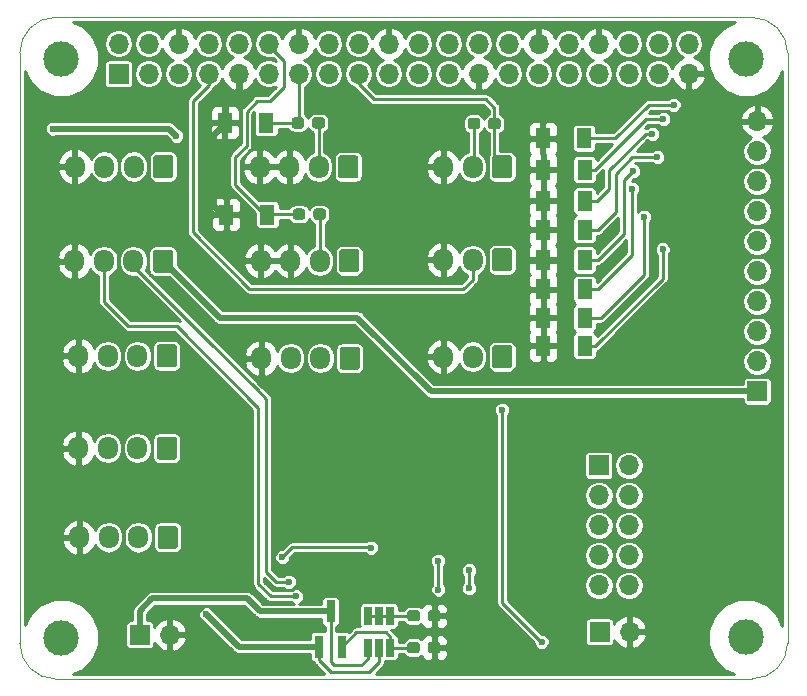
<source format=gbr>
%TF.GenerationSoftware,KiCad,Pcbnew,(5.0.1)-3*%
%TF.CreationDate,2019-02-10T12:01:05-05:00*%
%TF.ProjectId,reef-piHat,726565662D70694861742E6B69636164,rev?*%
%TF.SameCoordinates,Original*%
%TF.FileFunction,Copper,L2,Bot,Signal*%
%TF.FilePolarity,Positive*%
%FSLAX46Y46*%
G04 Gerber Fmt 4.6, Leading zero omitted, Abs format (unit mm)*
G04 Created by KiCad (PCBNEW (5.0.1)-3) date 2/10/2019 12:01:05 PM*
%MOMM*%
%LPD*%
G01*
G04 APERTURE LIST*
%ADD10C,0.100000*%
%ADD11O,1.700000X1.950000*%
%ADD12C,1.700000*%
%ADD13R,1.700000X1.700000*%
%ADD14O,1.700000X1.700000*%
%ADD15C,3.000000*%
%ADD16R,0.650000X1.560000*%
%ADD17R,0.800000X1.900000*%
%ADD18C,0.950000*%
%ADD19R,1.300000X1.700000*%
%ADD20C,0.600000*%
%ADD21C,0.600000*%
%ADD22C,0.250000*%
%ADD23C,0.500000*%
%ADD24C,0.254000*%
G04 APERTURE END LIST*
D10*
X78546356Y-63817611D02*
X78546356Y-113817611D01*
X78546356Y-63817611D02*
G75*
G02X81546356Y-60817611I3000000J0D01*
G01*
X140546356Y-60817611D02*
X81546356Y-60817611D01*
X140546356Y-60817611D02*
G75*
G02X143546356Y-63817611I0J-3000000D01*
G01*
X143546356Y-113817611D02*
X143546356Y-63817611D01*
X81546356Y-116817611D02*
G75*
G02X78546356Y-113817611I0J3000000D01*
G01*
X81546356Y-116817611D02*
X140546356Y-116817611D01*
X143546351Y-113822847D02*
G75*
G02X140546356Y-116817611I-2999995J5236D01*
G01*
D11*
X114380000Y-81343500D03*
X116880000Y-81343500D03*
D10*
G36*
X120004504Y-80369704D02*
X120028773Y-80373304D01*
X120052571Y-80379265D01*
X120075671Y-80387530D01*
X120097849Y-80398020D01*
X120118893Y-80410633D01*
X120138598Y-80425247D01*
X120156777Y-80441723D01*
X120173253Y-80459902D01*
X120187867Y-80479607D01*
X120200480Y-80500651D01*
X120210970Y-80522829D01*
X120219235Y-80545929D01*
X120225196Y-80569727D01*
X120228796Y-80593996D01*
X120230000Y-80618500D01*
X120230000Y-82068500D01*
X120228796Y-82093004D01*
X120225196Y-82117273D01*
X120219235Y-82141071D01*
X120210970Y-82164171D01*
X120200480Y-82186349D01*
X120187867Y-82207393D01*
X120173253Y-82227098D01*
X120156777Y-82245277D01*
X120138598Y-82261753D01*
X120118893Y-82276367D01*
X120097849Y-82288980D01*
X120075671Y-82299470D01*
X120052571Y-82307735D01*
X120028773Y-82313696D01*
X120004504Y-82317296D01*
X119980000Y-82318500D01*
X118780000Y-82318500D01*
X118755496Y-82317296D01*
X118731227Y-82313696D01*
X118707429Y-82307735D01*
X118684329Y-82299470D01*
X118662151Y-82288980D01*
X118641107Y-82276367D01*
X118621402Y-82261753D01*
X118603223Y-82245277D01*
X118586747Y-82227098D01*
X118572133Y-82207393D01*
X118559520Y-82186349D01*
X118549030Y-82164171D01*
X118540765Y-82141071D01*
X118534804Y-82117273D01*
X118531204Y-82093004D01*
X118530000Y-82068500D01*
X118530000Y-80618500D01*
X118531204Y-80593996D01*
X118534804Y-80569727D01*
X118540765Y-80545929D01*
X118549030Y-80522829D01*
X118559520Y-80500651D01*
X118572133Y-80479607D01*
X118586747Y-80459902D01*
X118603223Y-80441723D01*
X118621402Y-80425247D01*
X118641107Y-80410633D01*
X118662151Y-80398020D01*
X118684329Y-80387530D01*
X118707429Y-80379265D01*
X118731227Y-80373304D01*
X118755496Y-80369704D01*
X118780000Y-80368500D01*
X119980000Y-80368500D01*
X120004504Y-80369704D01*
X120004504Y-80369704D01*
G37*
D12*
X119380000Y-81343500D03*
D10*
G36*
X91683504Y-103864704D02*
X91707773Y-103868304D01*
X91731571Y-103874265D01*
X91754671Y-103882530D01*
X91776849Y-103893020D01*
X91797893Y-103905633D01*
X91817598Y-103920247D01*
X91835777Y-103936723D01*
X91852253Y-103954902D01*
X91866867Y-103974607D01*
X91879480Y-103995651D01*
X91889970Y-104017829D01*
X91898235Y-104040929D01*
X91904196Y-104064727D01*
X91907796Y-104088996D01*
X91909000Y-104113500D01*
X91909000Y-105563500D01*
X91907796Y-105588004D01*
X91904196Y-105612273D01*
X91898235Y-105636071D01*
X91889970Y-105659171D01*
X91879480Y-105681349D01*
X91866867Y-105702393D01*
X91852253Y-105722098D01*
X91835777Y-105740277D01*
X91817598Y-105756753D01*
X91797893Y-105771367D01*
X91776849Y-105783980D01*
X91754671Y-105794470D01*
X91731571Y-105802735D01*
X91707773Y-105808696D01*
X91683504Y-105812296D01*
X91659000Y-105813500D01*
X90459000Y-105813500D01*
X90434496Y-105812296D01*
X90410227Y-105808696D01*
X90386429Y-105802735D01*
X90363329Y-105794470D01*
X90341151Y-105783980D01*
X90320107Y-105771367D01*
X90300402Y-105756753D01*
X90282223Y-105740277D01*
X90265747Y-105722098D01*
X90251133Y-105702393D01*
X90238520Y-105681349D01*
X90228030Y-105659171D01*
X90219765Y-105636071D01*
X90213804Y-105612273D01*
X90210204Y-105588004D01*
X90209000Y-105563500D01*
X90209000Y-104113500D01*
X90210204Y-104088996D01*
X90213804Y-104064727D01*
X90219765Y-104040929D01*
X90228030Y-104017829D01*
X90238520Y-103995651D01*
X90251133Y-103974607D01*
X90265747Y-103954902D01*
X90282223Y-103936723D01*
X90300402Y-103920247D01*
X90320107Y-103905633D01*
X90341151Y-103893020D01*
X90363329Y-103882530D01*
X90386429Y-103874265D01*
X90410227Y-103868304D01*
X90434496Y-103864704D01*
X90459000Y-103863500D01*
X91659000Y-103863500D01*
X91683504Y-103864704D01*
X91683504Y-103864704D01*
G37*
D12*
X91059000Y-104838500D03*
D11*
X88559000Y-104838500D03*
X86059000Y-104838500D03*
X83559000Y-104838500D03*
D13*
X86920000Y-65590000D03*
D14*
X86920000Y-63050000D03*
X89460000Y-65590000D03*
X89460000Y-63050000D03*
X92000000Y-65590000D03*
X92000000Y-63050000D03*
X94540000Y-65590000D03*
X94540000Y-63050000D03*
X97080000Y-65590000D03*
X97080000Y-63050000D03*
X99620000Y-65590000D03*
X99620000Y-63050000D03*
X102160000Y-65590000D03*
X102160000Y-63050000D03*
X104700000Y-65590000D03*
X104700000Y-63050000D03*
X107240000Y-65590000D03*
X107240000Y-63050000D03*
X109780000Y-65590000D03*
X109780000Y-63050000D03*
X112320000Y-65590000D03*
X112320000Y-63050000D03*
X114860000Y-65590000D03*
X114860000Y-63050000D03*
X117400000Y-65590000D03*
X117400000Y-63050000D03*
X119940000Y-65590000D03*
X119940000Y-63050000D03*
X122480000Y-65590000D03*
X122480000Y-63050000D03*
X125020000Y-65590000D03*
X125020000Y-63050000D03*
X127560000Y-65590000D03*
X127560000Y-63050000D03*
X130100000Y-65590000D03*
X130100000Y-63050000D03*
X132640000Y-65590000D03*
X132640000Y-63050000D03*
X135180000Y-65590000D03*
X135180000Y-63050000D03*
D15*
X82040000Y-64310000D03*
X140040000Y-64330000D03*
X82040000Y-113320000D03*
X140030000Y-113310000D03*
D11*
X98989500Y-89662000D03*
X101489500Y-89662000D03*
X103989500Y-89662000D03*
D10*
G36*
X107114004Y-88688204D02*
X107138273Y-88691804D01*
X107162071Y-88697765D01*
X107185171Y-88706030D01*
X107207349Y-88716520D01*
X107228393Y-88729133D01*
X107248098Y-88743747D01*
X107266277Y-88760223D01*
X107282753Y-88778402D01*
X107297367Y-88798107D01*
X107309980Y-88819151D01*
X107320470Y-88841329D01*
X107328735Y-88864429D01*
X107334696Y-88888227D01*
X107338296Y-88912496D01*
X107339500Y-88937000D01*
X107339500Y-90387000D01*
X107338296Y-90411504D01*
X107334696Y-90435773D01*
X107328735Y-90459571D01*
X107320470Y-90482671D01*
X107309980Y-90504849D01*
X107297367Y-90525893D01*
X107282753Y-90545598D01*
X107266277Y-90563777D01*
X107248098Y-90580253D01*
X107228393Y-90594867D01*
X107207349Y-90607480D01*
X107185171Y-90617970D01*
X107162071Y-90626235D01*
X107138273Y-90632196D01*
X107114004Y-90635796D01*
X107089500Y-90637000D01*
X105889500Y-90637000D01*
X105864996Y-90635796D01*
X105840727Y-90632196D01*
X105816929Y-90626235D01*
X105793829Y-90617970D01*
X105771651Y-90607480D01*
X105750607Y-90594867D01*
X105730902Y-90580253D01*
X105712723Y-90563777D01*
X105696247Y-90545598D01*
X105681633Y-90525893D01*
X105669020Y-90504849D01*
X105658530Y-90482671D01*
X105650265Y-90459571D01*
X105644304Y-90435773D01*
X105640704Y-90411504D01*
X105639500Y-90387000D01*
X105639500Y-88937000D01*
X105640704Y-88912496D01*
X105644304Y-88888227D01*
X105650265Y-88864429D01*
X105658530Y-88841329D01*
X105669020Y-88819151D01*
X105681633Y-88798107D01*
X105696247Y-88778402D01*
X105712723Y-88760223D01*
X105730902Y-88743747D01*
X105750607Y-88729133D01*
X105771651Y-88716520D01*
X105793829Y-88706030D01*
X105816929Y-88697765D01*
X105840727Y-88691804D01*
X105864996Y-88688204D01*
X105889500Y-88687000D01*
X107089500Y-88687000D01*
X107114004Y-88688204D01*
X107114004Y-88688204D01*
G37*
D12*
X106489500Y-89662000D03*
D10*
G36*
X91620004Y-96308204D02*
X91644273Y-96311804D01*
X91668071Y-96317765D01*
X91691171Y-96326030D01*
X91713349Y-96336520D01*
X91734393Y-96349133D01*
X91754098Y-96363747D01*
X91772277Y-96380223D01*
X91788753Y-96398402D01*
X91803367Y-96418107D01*
X91815980Y-96439151D01*
X91826470Y-96461329D01*
X91834735Y-96484429D01*
X91840696Y-96508227D01*
X91844296Y-96532496D01*
X91845500Y-96557000D01*
X91845500Y-98007000D01*
X91844296Y-98031504D01*
X91840696Y-98055773D01*
X91834735Y-98079571D01*
X91826470Y-98102671D01*
X91815980Y-98124849D01*
X91803367Y-98145893D01*
X91788753Y-98165598D01*
X91772277Y-98183777D01*
X91754098Y-98200253D01*
X91734393Y-98214867D01*
X91713349Y-98227480D01*
X91691171Y-98237970D01*
X91668071Y-98246235D01*
X91644273Y-98252196D01*
X91620004Y-98255796D01*
X91595500Y-98257000D01*
X90395500Y-98257000D01*
X90370996Y-98255796D01*
X90346727Y-98252196D01*
X90322929Y-98246235D01*
X90299829Y-98237970D01*
X90277651Y-98227480D01*
X90256607Y-98214867D01*
X90236902Y-98200253D01*
X90218723Y-98183777D01*
X90202247Y-98165598D01*
X90187633Y-98145893D01*
X90175020Y-98124849D01*
X90164530Y-98102671D01*
X90156265Y-98079571D01*
X90150304Y-98055773D01*
X90146704Y-98031504D01*
X90145500Y-98007000D01*
X90145500Y-96557000D01*
X90146704Y-96532496D01*
X90150304Y-96508227D01*
X90156265Y-96484429D01*
X90164530Y-96461329D01*
X90175020Y-96439151D01*
X90187633Y-96418107D01*
X90202247Y-96398402D01*
X90218723Y-96380223D01*
X90236902Y-96363747D01*
X90256607Y-96349133D01*
X90277651Y-96336520D01*
X90299829Y-96326030D01*
X90322929Y-96317765D01*
X90346727Y-96311804D01*
X90370996Y-96308204D01*
X90395500Y-96307000D01*
X91595500Y-96307000D01*
X91620004Y-96308204D01*
X91620004Y-96308204D01*
G37*
D12*
X90995500Y-97282000D03*
D11*
X88495500Y-97282000D03*
X85995500Y-97282000D03*
X83495500Y-97282000D03*
D10*
G36*
X106987004Y-72495704D02*
X107011273Y-72499304D01*
X107035071Y-72505265D01*
X107058171Y-72513530D01*
X107080349Y-72524020D01*
X107101393Y-72536633D01*
X107121098Y-72551247D01*
X107139277Y-72567723D01*
X107155753Y-72585902D01*
X107170367Y-72605607D01*
X107182980Y-72626651D01*
X107193470Y-72648829D01*
X107201735Y-72671929D01*
X107207696Y-72695727D01*
X107211296Y-72719996D01*
X107212500Y-72744500D01*
X107212500Y-74194500D01*
X107211296Y-74219004D01*
X107207696Y-74243273D01*
X107201735Y-74267071D01*
X107193470Y-74290171D01*
X107182980Y-74312349D01*
X107170367Y-74333393D01*
X107155753Y-74353098D01*
X107139277Y-74371277D01*
X107121098Y-74387753D01*
X107101393Y-74402367D01*
X107080349Y-74414980D01*
X107058171Y-74425470D01*
X107035071Y-74433735D01*
X107011273Y-74439696D01*
X106987004Y-74443296D01*
X106962500Y-74444500D01*
X105762500Y-74444500D01*
X105737996Y-74443296D01*
X105713727Y-74439696D01*
X105689929Y-74433735D01*
X105666829Y-74425470D01*
X105644651Y-74414980D01*
X105623607Y-74402367D01*
X105603902Y-74387753D01*
X105585723Y-74371277D01*
X105569247Y-74353098D01*
X105554633Y-74333393D01*
X105542020Y-74312349D01*
X105531530Y-74290171D01*
X105523265Y-74267071D01*
X105517304Y-74243273D01*
X105513704Y-74219004D01*
X105512500Y-74194500D01*
X105512500Y-72744500D01*
X105513704Y-72719996D01*
X105517304Y-72695727D01*
X105523265Y-72671929D01*
X105531530Y-72648829D01*
X105542020Y-72626651D01*
X105554633Y-72605607D01*
X105569247Y-72585902D01*
X105585723Y-72567723D01*
X105603902Y-72551247D01*
X105623607Y-72536633D01*
X105644651Y-72524020D01*
X105666829Y-72513530D01*
X105689929Y-72505265D01*
X105713727Y-72499304D01*
X105737996Y-72495704D01*
X105762500Y-72494500D01*
X106962500Y-72494500D01*
X106987004Y-72495704D01*
X106987004Y-72495704D01*
G37*
D12*
X106362500Y-73469500D03*
D11*
X103862500Y-73469500D03*
X101362500Y-73469500D03*
X98862500Y-73469500D03*
X98926000Y-81407000D03*
X101426000Y-81407000D03*
X103926000Y-81407000D03*
D10*
G36*
X107050504Y-80433204D02*
X107074773Y-80436804D01*
X107098571Y-80442765D01*
X107121671Y-80451030D01*
X107143849Y-80461520D01*
X107164893Y-80474133D01*
X107184598Y-80488747D01*
X107202777Y-80505223D01*
X107219253Y-80523402D01*
X107233867Y-80543107D01*
X107246480Y-80564151D01*
X107256970Y-80586329D01*
X107265235Y-80609429D01*
X107271196Y-80633227D01*
X107274796Y-80657496D01*
X107276000Y-80682000D01*
X107276000Y-82132000D01*
X107274796Y-82156504D01*
X107271196Y-82180773D01*
X107265235Y-82204571D01*
X107256970Y-82227671D01*
X107246480Y-82249849D01*
X107233867Y-82270893D01*
X107219253Y-82290598D01*
X107202777Y-82308777D01*
X107184598Y-82325253D01*
X107164893Y-82339867D01*
X107143849Y-82352480D01*
X107121671Y-82362970D01*
X107098571Y-82371235D01*
X107074773Y-82377196D01*
X107050504Y-82380796D01*
X107026000Y-82382000D01*
X105826000Y-82382000D01*
X105801496Y-82380796D01*
X105777227Y-82377196D01*
X105753429Y-82371235D01*
X105730329Y-82362970D01*
X105708151Y-82352480D01*
X105687107Y-82339867D01*
X105667402Y-82325253D01*
X105649223Y-82308777D01*
X105632747Y-82290598D01*
X105618133Y-82270893D01*
X105605520Y-82249849D01*
X105595030Y-82227671D01*
X105586765Y-82204571D01*
X105580804Y-82180773D01*
X105577204Y-82156504D01*
X105576000Y-82132000D01*
X105576000Y-80682000D01*
X105577204Y-80657496D01*
X105580804Y-80633227D01*
X105586765Y-80609429D01*
X105595030Y-80586329D01*
X105605520Y-80564151D01*
X105618133Y-80543107D01*
X105632747Y-80523402D01*
X105649223Y-80505223D01*
X105667402Y-80488747D01*
X105687107Y-80474133D01*
X105708151Y-80461520D01*
X105730329Y-80451030D01*
X105753429Y-80442765D01*
X105777227Y-80436804D01*
X105801496Y-80433204D01*
X105826000Y-80432000D01*
X107026000Y-80432000D01*
X107050504Y-80433204D01*
X107050504Y-80433204D01*
G37*
D12*
X106426000Y-81407000D03*
D10*
G36*
X91305187Y-72467742D02*
X91329456Y-72471342D01*
X91353254Y-72477303D01*
X91376354Y-72485568D01*
X91398532Y-72496058D01*
X91419576Y-72508671D01*
X91439281Y-72523285D01*
X91457460Y-72539761D01*
X91473936Y-72557940D01*
X91488550Y-72577645D01*
X91501163Y-72598689D01*
X91511653Y-72620867D01*
X91519918Y-72643967D01*
X91525879Y-72667765D01*
X91529479Y-72692034D01*
X91530683Y-72716538D01*
X91530683Y-74166538D01*
X91529479Y-74191042D01*
X91525879Y-74215311D01*
X91519918Y-74239109D01*
X91511653Y-74262209D01*
X91501163Y-74284387D01*
X91488550Y-74305431D01*
X91473936Y-74325136D01*
X91457460Y-74343315D01*
X91439281Y-74359791D01*
X91419576Y-74374405D01*
X91398532Y-74387018D01*
X91376354Y-74397508D01*
X91353254Y-74405773D01*
X91329456Y-74411734D01*
X91305187Y-74415334D01*
X91280683Y-74416538D01*
X90080683Y-74416538D01*
X90056179Y-74415334D01*
X90031910Y-74411734D01*
X90008112Y-74405773D01*
X89985012Y-74397508D01*
X89962834Y-74387018D01*
X89941790Y-74374405D01*
X89922085Y-74359791D01*
X89903906Y-74343315D01*
X89887430Y-74325136D01*
X89872816Y-74305431D01*
X89860203Y-74284387D01*
X89849713Y-74262209D01*
X89841448Y-74239109D01*
X89835487Y-74215311D01*
X89831887Y-74191042D01*
X89830683Y-74166538D01*
X89830683Y-72716538D01*
X89831887Y-72692034D01*
X89835487Y-72667765D01*
X89841448Y-72643967D01*
X89849713Y-72620867D01*
X89860203Y-72598689D01*
X89872816Y-72577645D01*
X89887430Y-72557940D01*
X89903906Y-72539761D01*
X89922085Y-72523285D01*
X89941790Y-72508671D01*
X89962834Y-72496058D01*
X89985012Y-72485568D01*
X90008112Y-72477303D01*
X90031910Y-72471342D01*
X90056179Y-72467742D01*
X90080683Y-72466538D01*
X91280683Y-72466538D01*
X91305187Y-72467742D01*
X91305187Y-72467742D01*
G37*
D12*
X90680683Y-73441538D03*
D11*
X88180683Y-73441538D03*
X85680683Y-73441538D03*
X83180683Y-73441538D03*
X83164183Y-81442538D03*
X85664183Y-81442538D03*
X88164183Y-81442538D03*
D10*
G36*
X91288687Y-80468742D02*
X91312956Y-80472342D01*
X91336754Y-80478303D01*
X91359854Y-80486568D01*
X91382032Y-80497058D01*
X91403076Y-80509671D01*
X91422781Y-80524285D01*
X91440960Y-80540761D01*
X91457436Y-80558940D01*
X91472050Y-80578645D01*
X91484663Y-80599689D01*
X91495153Y-80621867D01*
X91503418Y-80644967D01*
X91509379Y-80668765D01*
X91512979Y-80693034D01*
X91514183Y-80717538D01*
X91514183Y-82167538D01*
X91512979Y-82192042D01*
X91509379Y-82216311D01*
X91503418Y-82240109D01*
X91495153Y-82263209D01*
X91484663Y-82285387D01*
X91472050Y-82306431D01*
X91457436Y-82326136D01*
X91440960Y-82344315D01*
X91422781Y-82360791D01*
X91403076Y-82375405D01*
X91382032Y-82388018D01*
X91359854Y-82398508D01*
X91336754Y-82406773D01*
X91312956Y-82412734D01*
X91288687Y-82416334D01*
X91264183Y-82417538D01*
X90064183Y-82417538D01*
X90039679Y-82416334D01*
X90015410Y-82412734D01*
X89991612Y-82406773D01*
X89968512Y-82398508D01*
X89946334Y-82388018D01*
X89925290Y-82375405D01*
X89905585Y-82360791D01*
X89887406Y-82344315D01*
X89870930Y-82326136D01*
X89856316Y-82306431D01*
X89843703Y-82285387D01*
X89833213Y-82263209D01*
X89824948Y-82240109D01*
X89818987Y-82216311D01*
X89815387Y-82192042D01*
X89814183Y-82167538D01*
X89814183Y-80717538D01*
X89815387Y-80693034D01*
X89818987Y-80668765D01*
X89824948Y-80644967D01*
X89833213Y-80621867D01*
X89843703Y-80599689D01*
X89856316Y-80578645D01*
X89870930Y-80558940D01*
X89887406Y-80540761D01*
X89905585Y-80524285D01*
X89925290Y-80509671D01*
X89946334Y-80497058D01*
X89968512Y-80486568D01*
X89991612Y-80478303D01*
X90015410Y-80472342D01*
X90039679Y-80468742D01*
X90064183Y-80467538D01*
X91264183Y-80467538D01*
X91288687Y-80468742D01*
X91288687Y-80468742D01*
G37*
D12*
X90664183Y-81442538D03*
D13*
X88709500Y-113093500D03*
D14*
X91249500Y-113093500D03*
D10*
G36*
X120004504Y-72495704D02*
X120028773Y-72499304D01*
X120052571Y-72505265D01*
X120075671Y-72513530D01*
X120097849Y-72524020D01*
X120118893Y-72536633D01*
X120138598Y-72551247D01*
X120156777Y-72567723D01*
X120173253Y-72585902D01*
X120187867Y-72605607D01*
X120200480Y-72626651D01*
X120210970Y-72648829D01*
X120219235Y-72671929D01*
X120225196Y-72695727D01*
X120228796Y-72719996D01*
X120230000Y-72744500D01*
X120230000Y-74194500D01*
X120228796Y-74219004D01*
X120225196Y-74243273D01*
X120219235Y-74267071D01*
X120210970Y-74290171D01*
X120200480Y-74312349D01*
X120187867Y-74333393D01*
X120173253Y-74353098D01*
X120156777Y-74371277D01*
X120138598Y-74387753D01*
X120118893Y-74402367D01*
X120097849Y-74414980D01*
X120075671Y-74425470D01*
X120052571Y-74433735D01*
X120028773Y-74439696D01*
X120004504Y-74443296D01*
X119980000Y-74444500D01*
X118780000Y-74444500D01*
X118755496Y-74443296D01*
X118731227Y-74439696D01*
X118707429Y-74433735D01*
X118684329Y-74425470D01*
X118662151Y-74414980D01*
X118641107Y-74402367D01*
X118621402Y-74387753D01*
X118603223Y-74371277D01*
X118586747Y-74353098D01*
X118572133Y-74333393D01*
X118559520Y-74312349D01*
X118549030Y-74290171D01*
X118540765Y-74267071D01*
X118534804Y-74243273D01*
X118531204Y-74219004D01*
X118530000Y-74194500D01*
X118530000Y-72744500D01*
X118531204Y-72719996D01*
X118534804Y-72695727D01*
X118540765Y-72671929D01*
X118549030Y-72648829D01*
X118559520Y-72626651D01*
X118572133Y-72605607D01*
X118586747Y-72585902D01*
X118603223Y-72567723D01*
X118621402Y-72551247D01*
X118641107Y-72536633D01*
X118662151Y-72524020D01*
X118684329Y-72513530D01*
X118707429Y-72505265D01*
X118731227Y-72499304D01*
X118755496Y-72495704D01*
X118780000Y-72494500D01*
X119980000Y-72494500D01*
X120004504Y-72495704D01*
X120004504Y-72495704D01*
G37*
D12*
X119380000Y-73469500D03*
D11*
X116880000Y-73469500D03*
X114380000Y-73469500D03*
D10*
G36*
X120004504Y-88561204D02*
X120028773Y-88564804D01*
X120052571Y-88570765D01*
X120075671Y-88579030D01*
X120097849Y-88589520D01*
X120118893Y-88602133D01*
X120138598Y-88616747D01*
X120156777Y-88633223D01*
X120173253Y-88651402D01*
X120187867Y-88671107D01*
X120200480Y-88692151D01*
X120210970Y-88714329D01*
X120219235Y-88737429D01*
X120225196Y-88761227D01*
X120228796Y-88785496D01*
X120230000Y-88810000D01*
X120230000Y-90260000D01*
X120228796Y-90284504D01*
X120225196Y-90308773D01*
X120219235Y-90332571D01*
X120210970Y-90355671D01*
X120200480Y-90377849D01*
X120187867Y-90398893D01*
X120173253Y-90418598D01*
X120156777Y-90436777D01*
X120138598Y-90453253D01*
X120118893Y-90467867D01*
X120097849Y-90480480D01*
X120075671Y-90490970D01*
X120052571Y-90499235D01*
X120028773Y-90505196D01*
X120004504Y-90508796D01*
X119980000Y-90510000D01*
X118780000Y-90510000D01*
X118755496Y-90508796D01*
X118731227Y-90505196D01*
X118707429Y-90499235D01*
X118684329Y-90490970D01*
X118662151Y-90480480D01*
X118641107Y-90467867D01*
X118621402Y-90453253D01*
X118603223Y-90436777D01*
X118586747Y-90418598D01*
X118572133Y-90398893D01*
X118559520Y-90377849D01*
X118549030Y-90355671D01*
X118540765Y-90332571D01*
X118534804Y-90308773D01*
X118531204Y-90284504D01*
X118530000Y-90260000D01*
X118530000Y-88810000D01*
X118531204Y-88785496D01*
X118534804Y-88761227D01*
X118540765Y-88737429D01*
X118549030Y-88714329D01*
X118559520Y-88692151D01*
X118572133Y-88671107D01*
X118586747Y-88651402D01*
X118603223Y-88633223D01*
X118621402Y-88616747D01*
X118641107Y-88602133D01*
X118662151Y-88589520D01*
X118684329Y-88579030D01*
X118707429Y-88570765D01*
X118731227Y-88564804D01*
X118755496Y-88561204D01*
X118780000Y-88560000D01*
X119980000Y-88560000D01*
X120004504Y-88561204D01*
X120004504Y-88561204D01*
G37*
D12*
X119380000Y-89535000D03*
D11*
X116880000Y-89535000D03*
X114380000Y-89535000D03*
D13*
X140970000Y-92456000D03*
D14*
X140970000Y-89916000D03*
X140970000Y-87376000D03*
X140970000Y-84836000D03*
X140970000Y-82296000D03*
X140970000Y-79756000D03*
X140970000Y-77216000D03*
X140970000Y-74676000D03*
X140970000Y-72136000D03*
X140970000Y-69596000D03*
D13*
X127635000Y-112839500D03*
D14*
X130175000Y-112839500D03*
D13*
X127571500Y-98742500D03*
D14*
X130111500Y-98742500D03*
X127571500Y-101282500D03*
X130111500Y-101282500D03*
X127571500Y-103822500D03*
X130111500Y-103822500D03*
X127571500Y-106362500D03*
X130111500Y-106362500D03*
X127571500Y-108902500D03*
X130111500Y-108902500D03*
D16*
X108000800Y-111480600D03*
X108950800Y-111480600D03*
X109900800Y-111480600D03*
X109900800Y-114180600D03*
X108000800Y-114180600D03*
X108950800Y-114180600D03*
D17*
X105801200Y-114098200D03*
X103901200Y-114098200D03*
X104851200Y-111098200D03*
D10*
G36*
X104145979Y-69274544D02*
X104169034Y-69277963D01*
X104191643Y-69283627D01*
X104213587Y-69291479D01*
X104234657Y-69301444D01*
X104254648Y-69313426D01*
X104273368Y-69327310D01*
X104290638Y-69342962D01*
X104306290Y-69360232D01*
X104320174Y-69378952D01*
X104332156Y-69398943D01*
X104342121Y-69420013D01*
X104349973Y-69441957D01*
X104355637Y-69464566D01*
X104359056Y-69487621D01*
X104360200Y-69510900D01*
X104360200Y-69985900D01*
X104359056Y-70009179D01*
X104355637Y-70032234D01*
X104349973Y-70054843D01*
X104342121Y-70076787D01*
X104332156Y-70097857D01*
X104320174Y-70117848D01*
X104306290Y-70136568D01*
X104290638Y-70153838D01*
X104273368Y-70169490D01*
X104254648Y-70183374D01*
X104234657Y-70195356D01*
X104213587Y-70205321D01*
X104191643Y-70213173D01*
X104169034Y-70218837D01*
X104145979Y-70222256D01*
X104122700Y-70223400D01*
X103547700Y-70223400D01*
X103524421Y-70222256D01*
X103501366Y-70218837D01*
X103478757Y-70213173D01*
X103456813Y-70205321D01*
X103435743Y-70195356D01*
X103415752Y-70183374D01*
X103397032Y-70169490D01*
X103379762Y-70153838D01*
X103364110Y-70136568D01*
X103350226Y-70117848D01*
X103338244Y-70097857D01*
X103328279Y-70076787D01*
X103320427Y-70054843D01*
X103314763Y-70032234D01*
X103311344Y-70009179D01*
X103310200Y-69985900D01*
X103310200Y-69510900D01*
X103311344Y-69487621D01*
X103314763Y-69464566D01*
X103320427Y-69441957D01*
X103328279Y-69420013D01*
X103338244Y-69398943D01*
X103350226Y-69378952D01*
X103364110Y-69360232D01*
X103379762Y-69342962D01*
X103397032Y-69327310D01*
X103415752Y-69313426D01*
X103435743Y-69301444D01*
X103456813Y-69291479D01*
X103478757Y-69283627D01*
X103501366Y-69277963D01*
X103524421Y-69274544D01*
X103547700Y-69273400D01*
X104122700Y-69273400D01*
X104145979Y-69274544D01*
X104145979Y-69274544D01*
G37*
D18*
X103835200Y-69748400D03*
D10*
G36*
X102395979Y-69274544D02*
X102419034Y-69277963D01*
X102441643Y-69283627D01*
X102463587Y-69291479D01*
X102484657Y-69301444D01*
X102504648Y-69313426D01*
X102523368Y-69327310D01*
X102540638Y-69342962D01*
X102556290Y-69360232D01*
X102570174Y-69378952D01*
X102582156Y-69398943D01*
X102592121Y-69420013D01*
X102599973Y-69441957D01*
X102605637Y-69464566D01*
X102609056Y-69487621D01*
X102610200Y-69510900D01*
X102610200Y-69985900D01*
X102609056Y-70009179D01*
X102605637Y-70032234D01*
X102599973Y-70054843D01*
X102592121Y-70076787D01*
X102582156Y-70097857D01*
X102570174Y-70117848D01*
X102556290Y-70136568D01*
X102540638Y-70153838D01*
X102523368Y-70169490D01*
X102504648Y-70183374D01*
X102484657Y-70195356D01*
X102463587Y-70205321D01*
X102441643Y-70213173D01*
X102419034Y-70218837D01*
X102395979Y-70222256D01*
X102372700Y-70223400D01*
X101797700Y-70223400D01*
X101774421Y-70222256D01*
X101751366Y-70218837D01*
X101728757Y-70213173D01*
X101706813Y-70205321D01*
X101685743Y-70195356D01*
X101665752Y-70183374D01*
X101647032Y-70169490D01*
X101629762Y-70153838D01*
X101614110Y-70136568D01*
X101600226Y-70117848D01*
X101588244Y-70097857D01*
X101578279Y-70076787D01*
X101570427Y-70054843D01*
X101564763Y-70032234D01*
X101561344Y-70009179D01*
X101560200Y-69985900D01*
X101560200Y-69510900D01*
X101561344Y-69487621D01*
X101564763Y-69464566D01*
X101570427Y-69441957D01*
X101578279Y-69420013D01*
X101588244Y-69398943D01*
X101600226Y-69378952D01*
X101614110Y-69360232D01*
X101629762Y-69342962D01*
X101647032Y-69327310D01*
X101665752Y-69313426D01*
X101685743Y-69301444D01*
X101706813Y-69291479D01*
X101728757Y-69283627D01*
X101751366Y-69277963D01*
X101774421Y-69274544D01*
X101797700Y-69273400D01*
X102372700Y-69273400D01*
X102395979Y-69274544D01*
X102395979Y-69274544D01*
G37*
D18*
X102085200Y-69748400D03*
D10*
G36*
X102496279Y-76996144D02*
X102519334Y-76999563D01*
X102541943Y-77005227D01*
X102563887Y-77013079D01*
X102584957Y-77023044D01*
X102604948Y-77035026D01*
X102623668Y-77048910D01*
X102640938Y-77064562D01*
X102656590Y-77081832D01*
X102670474Y-77100552D01*
X102682456Y-77120543D01*
X102692421Y-77141613D01*
X102700273Y-77163557D01*
X102705937Y-77186166D01*
X102709356Y-77209221D01*
X102710500Y-77232500D01*
X102710500Y-77707500D01*
X102709356Y-77730779D01*
X102705937Y-77753834D01*
X102700273Y-77776443D01*
X102692421Y-77798387D01*
X102682456Y-77819457D01*
X102670474Y-77839448D01*
X102656590Y-77858168D01*
X102640938Y-77875438D01*
X102623668Y-77891090D01*
X102604948Y-77904974D01*
X102584957Y-77916956D01*
X102563887Y-77926921D01*
X102541943Y-77934773D01*
X102519334Y-77940437D01*
X102496279Y-77943856D01*
X102473000Y-77945000D01*
X101898000Y-77945000D01*
X101874721Y-77943856D01*
X101851666Y-77940437D01*
X101829057Y-77934773D01*
X101807113Y-77926921D01*
X101786043Y-77916956D01*
X101766052Y-77904974D01*
X101747332Y-77891090D01*
X101730062Y-77875438D01*
X101714410Y-77858168D01*
X101700526Y-77839448D01*
X101688544Y-77819457D01*
X101678579Y-77798387D01*
X101670727Y-77776443D01*
X101665063Y-77753834D01*
X101661644Y-77730779D01*
X101660500Y-77707500D01*
X101660500Y-77232500D01*
X101661644Y-77209221D01*
X101665063Y-77186166D01*
X101670727Y-77163557D01*
X101678579Y-77141613D01*
X101688544Y-77120543D01*
X101700526Y-77100552D01*
X101714410Y-77081832D01*
X101730062Y-77064562D01*
X101747332Y-77048910D01*
X101766052Y-77035026D01*
X101786043Y-77023044D01*
X101807113Y-77013079D01*
X101829057Y-77005227D01*
X101851666Y-76999563D01*
X101874721Y-76996144D01*
X101898000Y-76995000D01*
X102473000Y-76995000D01*
X102496279Y-76996144D01*
X102496279Y-76996144D01*
G37*
D18*
X102185500Y-77470000D03*
D10*
G36*
X104246279Y-76996144D02*
X104269334Y-76999563D01*
X104291943Y-77005227D01*
X104313887Y-77013079D01*
X104334957Y-77023044D01*
X104354948Y-77035026D01*
X104373668Y-77048910D01*
X104390938Y-77064562D01*
X104406590Y-77081832D01*
X104420474Y-77100552D01*
X104432456Y-77120543D01*
X104442421Y-77141613D01*
X104450273Y-77163557D01*
X104455937Y-77186166D01*
X104459356Y-77209221D01*
X104460500Y-77232500D01*
X104460500Y-77707500D01*
X104459356Y-77730779D01*
X104455937Y-77753834D01*
X104450273Y-77776443D01*
X104442421Y-77798387D01*
X104432456Y-77819457D01*
X104420474Y-77839448D01*
X104406590Y-77858168D01*
X104390938Y-77875438D01*
X104373668Y-77891090D01*
X104354948Y-77904974D01*
X104334957Y-77916956D01*
X104313887Y-77926921D01*
X104291943Y-77934773D01*
X104269334Y-77940437D01*
X104246279Y-77943856D01*
X104223000Y-77945000D01*
X103648000Y-77945000D01*
X103624721Y-77943856D01*
X103601666Y-77940437D01*
X103579057Y-77934773D01*
X103557113Y-77926921D01*
X103536043Y-77916956D01*
X103516052Y-77904974D01*
X103497332Y-77891090D01*
X103480062Y-77875438D01*
X103464410Y-77858168D01*
X103450526Y-77839448D01*
X103438544Y-77819457D01*
X103428579Y-77798387D01*
X103420727Y-77776443D01*
X103415063Y-77753834D01*
X103411644Y-77730779D01*
X103410500Y-77707500D01*
X103410500Y-77232500D01*
X103411644Y-77209221D01*
X103415063Y-77186166D01*
X103420727Y-77163557D01*
X103428579Y-77141613D01*
X103438544Y-77120543D01*
X103450526Y-77100552D01*
X103464410Y-77081832D01*
X103480062Y-77064562D01*
X103497332Y-77048910D01*
X103516052Y-77035026D01*
X103536043Y-77023044D01*
X103557113Y-77013079D01*
X103579057Y-77005227D01*
X103601666Y-76999563D01*
X103624721Y-76996144D01*
X103648000Y-76995000D01*
X104223000Y-76995000D01*
X104246279Y-76996144D01*
X104246279Y-76996144D01*
G37*
D18*
X103935500Y-77470000D03*
D10*
G36*
X113947779Y-111006744D02*
X113970834Y-111010163D01*
X113993443Y-111015827D01*
X114015387Y-111023679D01*
X114036457Y-111033644D01*
X114056448Y-111045626D01*
X114075168Y-111059510D01*
X114092438Y-111075162D01*
X114108090Y-111092432D01*
X114121974Y-111111152D01*
X114133956Y-111131143D01*
X114143921Y-111152213D01*
X114151773Y-111174157D01*
X114157437Y-111196766D01*
X114160856Y-111219821D01*
X114162000Y-111243100D01*
X114162000Y-111718100D01*
X114160856Y-111741379D01*
X114157437Y-111764434D01*
X114151773Y-111787043D01*
X114143921Y-111808987D01*
X114133956Y-111830057D01*
X114121974Y-111850048D01*
X114108090Y-111868768D01*
X114092438Y-111886038D01*
X114075168Y-111901690D01*
X114056448Y-111915574D01*
X114036457Y-111927556D01*
X114015387Y-111937521D01*
X113993443Y-111945373D01*
X113970834Y-111951037D01*
X113947779Y-111954456D01*
X113924500Y-111955600D01*
X113349500Y-111955600D01*
X113326221Y-111954456D01*
X113303166Y-111951037D01*
X113280557Y-111945373D01*
X113258613Y-111937521D01*
X113237543Y-111927556D01*
X113217552Y-111915574D01*
X113198832Y-111901690D01*
X113181562Y-111886038D01*
X113165910Y-111868768D01*
X113152026Y-111850048D01*
X113140044Y-111830057D01*
X113130079Y-111808987D01*
X113122227Y-111787043D01*
X113116563Y-111764434D01*
X113113144Y-111741379D01*
X113112000Y-111718100D01*
X113112000Y-111243100D01*
X113113144Y-111219821D01*
X113116563Y-111196766D01*
X113122227Y-111174157D01*
X113130079Y-111152213D01*
X113140044Y-111131143D01*
X113152026Y-111111152D01*
X113165910Y-111092432D01*
X113181562Y-111075162D01*
X113198832Y-111059510D01*
X113217552Y-111045626D01*
X113237543Y-111033644D01*
X113258613Y-111023679D01*
X113280557Y-111015827D01*
X113303166Y-111010163D01*
X113326221Y-111006744D01*
X113349500Y-111005600D01*
X113924500Y-111005600D01*
X113947779Y-111006744D01*
X113947779Y-111006744D01*
G37*
D18*
X113637000Y-111480600D03*
D10*
G36*
X112197779Y-111006744D02*
X112220834Y-111010163D01*
X112243443Y-111015827D01*
X112265387Y-111023679D01*
X112286457Y-111033644D01*
X112306448Y-111045626D01*
X112325168Y-111059510D01*
X112342438Y-111075162D01*
X112358090Y-111092432D01*
X112371974Y-111111152D01*
X112383956Y-111131143D01*
X112393921Y-111152213D01*
X112401773Y-111174157D01*
X112407437Y-111196766D01*
X112410856Y-111219821D01*
X112412000Y-111243100D01*
X112412000Y-111718100D01*
X112410856Y-111741379D01*
X112407437Y-111764434D01*
X112401773Y-111787043D01*
X112393921Y-111808987D01*
X112383956Y-111830057D01*
X112371974Y-111850048D01*
X112358090Y-111868768D01*
X112342438Y-111886038D01*
X112325168Y-111901690D01*
X112306448Y-111915574D01*
X112286457Y-111927556D01*
X112265387Y-111937521D01*
X112243443Y-111945373D01*
X112220834Y-111951037D01*
X112197779Y-111954456D01*
X112174500Y-111955600D01*
X111599500Y-111955600D01*
X111576221Y-111954456D01*
X111553166Y-111951037D01*
X111530557Y-111945373D01*
X111508613Y-111937521D01*
X111487543Y-111927556D01*
X111467552Y-111915574D01*
X111448832Y-111901690D01*
X111431562Y-111886038D01*
X111415910Y-111868768D01*
X111402026Y-111850048D01*
X111390044Y-111830057D01*
X111380079Y-111808987D01*
X111372227Y-111787043D01*
X111366563Y-111764434D01*
X111363144Y-111741379D01*
X111362000Y-111718100D01*
X111362000Y-111243100D01*
X111363144Y-111219821D01*
X111366563Y-111196766D01*
X111372227Y-111174157D01*
X111380079Y-111152213D01*
X111390044Y-111131143D01*
X111402026Y-111111152D01*
X111415910Y-111092432D01*
X111431562Y-111075162D01*
X111448832Y-111059510D01*
X111467552Y-111045626D01*
X111487543Y-111033644D01*
X111508613Y-111023679D01*
X111530557Y-111015827D01*
X111553166Y-111010163D01*
X111576221Y-111006744D01*
X111599500Y-111005600D01*
X112174500Y-111005600D01*
X112197779Y-111006744D01*
X112197779Y-111006744D01*
G37*
D18*
X111887000Y-111480600D03*
D10*
G36*
X112186379Y-113699144D02*
X112209434Y-113702563D01*
X112232043Y-113708227D01*
X112253987Y-113716079D01*
X112275057Y-113726044D01*
X112295048Y-113738026D01*
X112313768Y-113751910D01*
X112331038Y-113767562D01*
X112346690Y-113784832D01*
X112360574Y-113803552D01*
X112372556Y-113823543D01*
X112382521Y-113844613D01*
X112390373Y-113866557D01*
X112396037Y-113889166D01*
X112399456Y-113912221D01*
X112400600Y-113935500D01*
X112400600Y-114410500D01*
X112399456Y-114433779D01*
X112396037Y-114456834D01*
X112390373Y-114479443D01*
X112382521Y-114501387D01*
X112372556Y-114522457D01*
X112360574Y-114542448D01*
X112346690Y-114561168D01*
X112331038Y-114578438D01*
X112313768Y-114594090D01*
X112295048Y-114607974D01*
X112275057Y-114619956D01*
X112253987Y-114629921D01*
X112232043Y-114637773D01*
X112209434Y-114643437D01*
X112186379Y-114646856D01*
X112163100Y-114648000D01*
X111588100Y-114648000D01*
X111564821Y-114646856D01*
X111541766Y-114643437D01*
X111519157Y-114637773D01*
X111497213Y-114629921D01*
X111476143Y-114619956D01*
X111456152Y-114607974D01*
X111437432Y-114594090D01*
X111420162Y-114578438D01*
X111404510Y-114561168D01*
X111390626Y-114542448D01*
X111378644Y-114522457D01*
X111368679Y-114501387D01*
X111360827Y-114479443D01*
X111355163Y-114456834D01*
X111351744Y-114433779D01*
X111350600Y-114410500D01*
X111350600Y-113935500D01*
X111351744Y-113912221D01*
X111355163Y-113889166D01*
X111360827Y-113866557D01*
X111368679Y-113844613D01*
X111378644Y-113823543D01*
X111390626Y-113803552D01*
X111404510Y-113784832D01*
X111420162Y-113767562D01*
X111437432Y-113751910D01*
X111456152Y-113738026D01*
X111476143Y-113726044D01*
X111497213Y-113716079D01*
X111519157Y-113708227D01*
X111541766Y-113702563D01*
X111564821Y-113699144D01*
X111588100Y-113698000D01*
X112163100Y-113698000D01*
X112186379Y-113699144D01*
X112186379Y-113699144D01*
G37*
D18*
X111875600Y-114173000D03*
D10*
G36*
X113936379Y-113699144D02*
X113959434Y-113702563D01*
X113982043Y-113708227D01*
X114003987Y-113716079D01*
X114025057Y-113726044D01*
X114045048Y-113738026D01*
X114063768Y-113751910D01*
X114081038Y-113767562D01*
X114096690Y-113784832D01*
X114110574Y-113803552D01*
X114122556Y-113823543D01*
X114132521Y-113844613D01*
X114140373Y-113866557D01*
X114146037Y-113889166D01*
X114149456Y-113912221D01*
X114150600Y-113935500D01*
X114150600Y-114410500D01*
X114149456Y-114433779D01*
X114146037Y-114456834D01*
X114140373Y-114479443D01*
X114132521Y-114501387D01*
X114122556Y-114522457D01*
X114110574Y-114542448D01*
X114096690Y-114561168D01*
X114081038Y-114578438D01*
X114063768Y-114594090D01*
X114045048Y-114607974D01*
X114025057Y-114619956D01*
X114003987Y-114629921D01*
X113982043Y-114637773D01*
X113959434Y-114643437D01*
X113936379Y-114646856D01*
X113913100Y-114648000D01*
X113338100Y-114648000D01*
X113314821Y-114646856D01*
X113291766Y-114643437D01*
X113269157Y-114637773D01*
X113247213Y-114629921D01*
X113226143Y-114619956D01*
X113206152Y-114607974D01*
X113187432Y-114594090D01*
X113170162Y-114578438D01*
X113154510Y-114561168D01*
X113140626Y-114542448D01*
X113128644Y-114522457D01*
X113118679Y-114501387D01*
X113110827Y-114479443D01*
X113105163Y-114456834D01*
X113101744Y-114433779D01*
X113100600Y-114410500D01*
X113100600Y-113935500D01*
X113101744Y-113912221D01*
X113105163Y-113889166D01*
X113110827Y-113866557D01*
X113118679Y-113844613D01*
X113128644Y-113823543D01*
X113140626Y-113803552D01*
X113154510Y-113784832D01*
X113170162Y-113767562D01*
X113187432Y-113751910D01*
X113206152Y-113738026D01*
X113226143Y-113726044D01*
X113247213Y-113716079D01*
X113269157Y-113708227D01*
X113291766Y-113702563D01*
X113314821Y-113699144D01*
X113338100Y-113698000D01*
X113913100Y-113698000D01*
X113936379Y-113699144D01*
X113936379Y-113699144D01*
G37*
D18*
X113625600Y-114173000D03*
D19*
X122865000Y-88620600D03*
X126365000Y-88620600D03*
X99415600Y-69748400D03*
X95915600Y-69748400D03*
X122859800Y-86258400D03*
X126359800Y-86258400D03*
X126359800Y-83845400D03*
X122859800Y-83845400D03*
X126362400Y-81356200D03*
X122862400Y-81356200D03*
X96012000Y-77520800D03*
X99512000Y-77520800D03*
X122859800Y-78790800D03*
X126359800Y-78790800D03*
X126359800Y-76352400D03*
X122859800Y-76352400D03*
X122862400Y-73710800D03*
X126362400Y-73710800D03*
X126334400Y-71043800D03*
X122834400Y-71043800D03*
D10*
G36*
X91620004Y-88497704D02*
X91644273Y-88501304D01*
X91668071Y-88507265D01*
X91691171Y-88515530D01*
X91713349Y-88526020D01*
X91734393Y-88538633D01*
X91754098Y-88553247D01*
X91772277Y-88569723D01*
X91788753Y-88587902D01*
X91803367Y-88607607D01*
X91815980Y-88628651D01*
X91826470Y-88650829D01*
X91834735Y-88673929D01*
X91840696Y-88697727D01*
X91844296Y-88721996D01*
X91845500Y-88746500D01*
X91845500Y-90196500D01*
X91844296Y-90221004D01*
X91840696Y-90245273D01*
X91834735Y-90269071D01*
X91826470Y-90292171D01*
X91815980Y-90314349D01*
X91803367Y-90335393D01*
X91788753Y-90355098D01*
X91772277Y-90373277D01*
X91754098Y-90389753D01*
X91734393Y-90404367D01*
X91713349Y-90416980D01*
X91691171Y-90427470D01*
X91668071Y-90435735D01*
X91644273Y-90441696D01*
X91620004Y-90445296D01*
X91595500Y-90446500D01*
X90395500Y-90446500D01*
X90370996Y-90445296D01*
X90346727Y-90441696D01*
X90322929Y-90435735D01*
X90299829Y-90427470D01*
X90277651Y-90416980D01*
X90256607Y-90404367D01*
X90236902Y-90389753D01*
X90218723Y-90373277D01*
X90202247Y-90355098D01*
X90187633Y-90335393D01*
X90175020Y-90314349D01*
X90164530Y-90292171D01*
X90156265Y-90269071D01*
X90150304Y-90245273D01*
X90146704Y-90221004D01*
X90145500Y-90196500D01*
X90145500Y-88746500D01*
X90146704Y-88721996D01*
X90150304Y-88697727D01*
X90156265Y-88673929D01*
X90164530Y-88650829D01*
X90175020Y-88628651D01*
X90187633Y-88607607D01*
X90202247Y-88587902D01*
X90218723Y-88569723D01*
X90236902Y-88553247D01*
X90256607Y-88538633D01*
X90277651Y-88526020D01*
X90299829Y-88515530D01*
X90322929Y-88507265D01*
X90346727Y-88501304D01*
X90370996Y-88497704D01*
X90395500Y-88496500D01*
X91595500Y-88496500D01*
X91620004Y-88497704D01*
X91620004Y-88497704D01*
G37*
D12*
X90995500Y-89471500D03*
D11*
X88495500Y-89471500D03*
X85995500Y-89471500D03*
X83495500Y-89471500D03*
D10*
G36*
X117291779Y-69325344D02*
X117314834Y-69328763D01*
X117337443Y-69334427D01*
X117359387Y-69342279D01*
X117380457Y-69352244D01*
X117400448Y-69364226D01*
X117419168Y-69378110D01*
X117436438Y-69393762D01*
X117452090Y-69411032D01*
X117465974Y-69429752D01*
X117477956Y-69449743D01*
X117487921Y-69470813D01*
X117495773Y-69492757D01*
X117501437Y-69515366D01*
X117504856Y-69538421D01*
X117506000Y-69561700D01*
X117506000Y-70036700D01*
X117504856Y-70059979D01*
X117501437Y-70083034D01*
X117495773Y-70105643D01*
X117487921Y-70127587D01*
X117477956Y-70148657D01*
X117465974Y-70168648D01*
X117452090Y-70187368D01*
X117436438Y-70204638D01*
X117419168Y-70220290D01*
X117400448Y-70234174D01*
X117380457Y-70246156D01*
X117359387Y-70256121D01*
X117337443Y-70263973D01*
X117314834Y-70269637D01*
X117291779Y-70273056D01*
X117268500Y-70274200D01*
X116693500Y-70274200D01*
X116670221Y-70273056D01*
X116647166Y-70269637D01*
X116624557Y-70263973D01*
X116602613Y-70256121D01*
X116581543Y-70246156D01*
X116561552Y-70234174D01*
X116542832Y-70220290D01*
X116525562Y-70204638D01*
X116509910Y-70187368D01*
X116496026Y-70168648D01*
X116484044Y-70148657D01*
X116474079Y-70127587D01*
X116466227Y-70105643D01*
X116460563Y-70083034D01*
X116457144Y-70059979D01*
X116456000Y-70036700D01*
X116456000Y-69561700D01*
X116457144Y-69538421D01*
X116460563Y-69515366D01*
X116466227Y-69492757D01*
X116474079Y-69470813D01*
X116484044Y-69449743D01*
X116496026Y-69429752D01*
X116509910Y-69411032D01*
X116525562Y-69393762D01*
X116542832Y-69378110D01*
X116561552Y-69364226D01*
X116581543Y-69352244D01*
X116602613Y-69342279D01*
X116624557Y-69334427D01*
X116647166Y-69328763D01*
X116670221Y-69325344D01*
X116693500Y-69324200D01*
X117268500Y-69324200D01*
X117291779Y-69325344D01*
X117291779Y-69325344D01*
G37*
D18*
X116981000Y-69799200D03*
D10*
G36*
X119041779Y-69325344D02*
X119064834Y-69328763D01*
X119087443Y-69334427D01*
X119109387Y-69342279D01*
X119130457Y-69352244D01*
X119150448Y-69364226D01*
X119169168Y-69378110D01*
X119186438Y-69393762D01*
X119202090Y-69411032D01*
X119215974Y-69429752D01*
X119227956Y-69449743D01*
X119237921Y-69470813D01*
X119245773Y-69492757D01*
X119251437Y-69515366D01*
X119254856Y-69538421D01*
X119256000Y-69561700D01*
X119256000Y-70036700D01*
X119254856Y-70059979D01*
X119251437Y-70083034D01*
X119245773Y-70105643D01*
X119237921Y-70127587D01*
X119227956Y-70148657D01*
X119215974Y-70168648D01*
X119202090Y-70187368D01*
X119186438Y-70204638D01*
X119169168Y-70220290D01*
X119150448Y-70234174D01*
X119130457Y-70246156D01*
X119109387Y-70256121D01*
X119087443Y-70263973D01*
X119064834Y-70269637D01*
X119041779Y-70273056D01*
X119018500Y-70274200D01*
X118443500Y-70274200D01*
X118420221Y-70273056D01*
X118397166Y-70269637D01*
X118374557Y-70263973D01*
X118352613Y-70256121D01*
X118331543Y-70246156D01*
X118311552Y-70234174D01*
X118292832Y-70220290D01*
X118275562Y-70204638D01*
X118259910Y-70187368D01*
X118246026Y-70168648D01*
X118234044Y-70148657D01*
X118224079Y-70127587D01*
X118216227Y-70105643D01*
X118210563Y-70083034D01*
X118207144Y-70059979D01*
X118206000Y-70036700D01*
X118206000Y-69561700D01*
X118207144Y-69538421D01*
X118210563Y-69515366D01*
X118216227Y-69492757D01*
X118224079Y-69470813D01*
X118234044Y-69449743D01*
X118246026Y-69429752D01*
X118259910Y-69411032D01*
X118275562Y-69393762D01*
X118292832Y-69378110D01*
X118311552Y-69364226D01*
X118331543Y-69352244D01*
X118352613Y-69342279D01*
X118374557Y-69334427D01*
X118397166Y-69328763D01*
X118420221Y-69325344D01*
X118443500Y-69324200D01*
X119018500Y-69324200D01*
X119041779Y-69325344D01*
X119041779Y-69325344D01*
G37*
D18*
X118731000Y-69799200D03*
D20*
X119380000Y-94030800D03*
X122732800Y-113690400D03*
X101955600Y-109829600D03*
X101320600Y-108610400D03*
X130479800Y-73837800D03*
X132518000Y-72650200D03*
X132105400Y-70688200D03*
X133019800Y-69418200D03*
X132975200Y-80448000D03*
X133908800Y-68224400D03*
X131394200Y-77698600D03*
X130378200Y-75311000D03*
X81330800Y-70231000D03*
X91795600Y-70840600D03*
X94335600Y-111353600D03*
X116586000Y-107613400D03*
X116586000Y-109143800D03*
X113969800Y-106813400D03*
X113982500Y-109258100D03*
X108280200Y-105714800D03*
X100781000Y-106508400D03*
D21*
X95915600Y-69748400D02*
X95915600Y-68295400D01*
X97080000Y-67131000D02*
X97080000Y-65590000D01*
X95915600Y-68295400D02*
X97080000Y-67131000D01*
X96012000Y-77520800D02*
X95707200Y-77520800D01*
X95707200Y-77520800D02*
X94894400Y-76708000D01*
X94894400Y-70769600D02*
X95915600Y-69748400D01*
X94894400Y-76708000D02*
X94894400Y-70769600D01*
X122865000Y-86263600D02*
X122859800Y-86258400D01*
D22*
X118731000Y-72820500D02*
X119380000Y-73469500D01*
X118731000Y-69799200D02*
X118731000Y-72820500D01*
X107240000Y-65590000D02*
X107240000Y-66473000D01*
X107240000Y-66473000D02*
X108508800Y-67741800D01*
X108508800Y-67741800D02*
X118008400Y-67741800D01*
X118731000Y-68464400D02*
X118731000Y-69799200D01*
X118008400Y-67741800D02*
X118731000Y-68464400D01*
X119380000Y-94030800D02*
X119380000Y-110363000D01*
X119380000Y-110363000D02*
X122707400Y-113690400D01*
X122707400Y-113690400D02*
X122732800Y-113690400D01*
D23*
X98906200Y-111098200D02*
X104851200Y-111098200D01*
X97790000Y-109982000D02*
X98906200Y-111098200D01*
X89763600Y-109982000D02*
X97790000Y-109982000D01*
X88709500Y-113093500D02*
X88709500Y-111036100D01*
X88709500Y-111036100D02*
X89763600Y-109982000D01*
D22*
X104851200Y-111098200D02*
X104851200Y-115379500D01*
X104851200Y-115379500D02*
X105156000Y-115684300D01*
X105156000Y-115684300D02*
X107442000Y-115684300D01*
X108000800Y-115125500D02*
X108000800Y-114180600D01*
X107442000Y-115684300D02*
X108000800Y-115125500D01*
X85664183Y-84876783D02*
X87731600Y-86944200D01*
X85664183Y-81442538D02*
X85664183Y-84876783D01*
X87731600Y-86944200D02*
X91821000Y-86944200D01*
X91821000Y-86944200D02*
X98729800Y-93853000D01*
X99771200Y-109829600D02*
X101955600Y-109829600D01*
X98729800Y-93853000D02*
X98729800Y-108788200D01*
X98729800Y-108788200D02*
X99771200Y-109829600D01*
X88164183Y-81864983D02*
X88164183Y-81442538D01*
X94411800Y-88112600D02*
X88164183Y-81864983D01*
X98602800Y-92303600D02*
X94411800Y-88112600D01*
X101320600Y-108610400D02*
X100253800Y-108610400D01*
X100253800Y-108610400D02*
X99415600Y-107772200D01*
X99415600Y-93116400D02*
X98602800Y-92303600D01*
X99415600Y-107772200D02*
X99415600Y-93116400D01*
X116981000Y-73368500D02*
X116880000Y-73469500D01*
X116981000Y-69799200D02*
X116981000Y-73368500D01*
X116880000Y-83018000D02*
X116880000Y-81343500D01*
X94540000Y-66546800D02*
X93192600Y-67894200D01*
X94540000Y-65590000D02*
X94540000Y-66546800D01*
X93192600Y-67894200D02*
X93192600Y-79019400D01*
X93192600Y-79019400D02*
X97967800Y-83794600D01*
X97967800Y-83794600D02*
X116103400Y-83794600D01*
X116103400Y-83794600D02*
X116880000Y-83018000D01*
X99562800Y-77470000D02*
X99512000Y-77520800D01*
X102185500Y-77470000D02*
X99562800Y-77470000D01*
X99620000Y-63050000D02*
X99620000Y-63143200D01*
X99620000Y-63050000D02*
X99620000Y-63196400D01*
X99620000Y-63196400D02*
X100888800Y-64465200D01*
X100888800Y-64465200D02*
X100888800Y-66700400D01*
X100888800Y-66700400D02*
X99720400Y-67868800D01*
X99720400Y-67868800D02*
X98653600Y-67868800D01*
X98653600Y-67868800D02*
X97739200Y-68783200D01*
X97739200Y-68783200D02*
X97739200Y-71678800D01*
X97739200Y-71678800D02*
X96774000Y-72644000D01*
X96774000Y-72644000D02*
X96774000Y-74980800D01*
X99314000Y-77520800D02*
X99512000Y-77520800D01*
X96774000Y-74980800D02*
X99314000Y-77520800D01*
X102085200Y-69748400D02*
X99415600Y-69748400D01*
X102160000Y-69673600D02*
X102085200Y-69748400D01*
X102160000Y-65590000D02*
X102160000Y-69673600D01*
X126362400Y-81356200D02*
X127508000Y-81356200D01*
X127508000Y-81356200D02*
X129717800Y-79146400D01*
X129717800Y-79146400D02*
X129717800Y-74599800D01*
X129717800Y-74599800D02*
X130479800Y-73837800D01*
X132511600Y-72656600D02*
X132518000Y-72650200D01*
X126359800Y-78790800D02*
X127533400Y-78790800D01*
X127533400Y-78790800D02*
X129032000Y-77292200D01*
X129032000Y-77292200D02*
X129032000Y-74041000D01*
X129032000Y-74041000D02*
X130416400Y-72656600D01*
X130416400Y-72656600D02*
X132511600Y-72656600D01*
X131521200Y-70688200D02*
X132105400Y-70688200D01*
X128447800Y-73761600D02*
X131521200Y-70688200D01*
X128447800Y-75336400D02*
X128447800Y-73761600D01*
X127431800Y-76352400D02*
X128447800Y-75336400D01*
X126359800Y-76352400D02*
X127431800Y-76352400D01*
X126362400Y-73710800D02*
X127254000Y-73710800D01*
X127254000Y-73710800D02*
X131546600Y-69418200D01*
X133019800Y-69418200D02*
X131546600Y-69418200D01*
X126365000Y-88620600D02*
X127279400Y-88620600D01*
X127279400Y-88620600D02*
X132975200Y-82924800D01*
X132975200Y-82924800D02*
X132975200Y-80448000D01*
X127914400Y-71043800D02*
X128955800Y-71043800D01*
X128955800Y-71043800D02*
X131775200Y-68224400D01*
X131775200Y-68224400D02*
X133908800Y-68224400D01*
X127914400Y-71043800D02*
X126334400Y-71043800D01*
X127736600Y-86258400D02*
X131394200Y-82600800D01*
X126359800Y-86258400D02*
X127736600Y-86258400D01*
X131394200Y-77876400D02*
X131394200Y-77698600D01*
X131394200Y-82600800D02*
X131394200Y-77876400D01*
X126359800Y-83845400D02*
X127457200Y-83845400D01*
X127457200Y-83845400D02*
X130378200Y-80924400D01*
X130378200Y-80924400D02*
X130378200Y-75311000D01*
D23*
X91186000Y-70231000D02*
X91795600Y-70840600D01*
X81330800Y-70231000D02*
X91186000Y-70231000D01*
X140970000Y-92456000D02*
X113334800Y-92456000D01*
X113334800Y-92456000D02*
X107111800Y-86233000D01*
X95454645Y-86233000D02*
X90664183Y-81442538D01*
X107111800Y-86233000D02*
X95454645Y-86233000D01*
X97080200Y-114098200D02*
X94335600Y-111353600D01*
X103901200Y-114098200D02*
X97080200Y-114098200D01*
D22*
X103901200Y-114098200D02*
X103901200Y-115255000D01*
X103901200Y-115255000D02*
X104902000Y-116255800D01*
X104902000Y-116255800D02*
X108089700Y-116255800D01*
X108950800Y-115394700D02*
X108950800Y-114180600D01*
X108089700Y-116255800D02*
X108950800Y-115394700D01*
X111887000Y-111480600D02*
X109900800Y-111480600D01*
X109900800Y-111480600D02*
X109900800Y-112120600D01*
X108000800Y-111480600D02*
X108950800Y-111480600D01*
X109900800Y-111480600D02*
X108950800Y-111480600D01*
X109908400Y-114173000D02*
X109900800Y-114180600D01*
X111875600Y-114173000D02*
X109908400Y-114173000D01*
X107021800Y-112877600D02*
X105801200Y-114098200D01*
X109524800Y-112877600D02*
X107021800Y-112877600D01*
X109900800Y-114180600D02*
X109900800Y-113253600D01*
X109900800Y-113253600D02*
X109524800Y-112877600D01*
X103835200Y-73442200D02*
X103862500Y-73469500D01*
X103835200Y-69748400D02*
X103835200Y-73442200D01*
X103935500Y-81397500D02*
X103926000Y-81407000D01*
X103935500Y-77470000D02*
X103935500Y-81397500D01*
X116586000Y-107613400D02*
X116586000Y-109143800D01*
X113995200Y-106838800D02*
X113969800Y-106813400D01*
X113969800Y-109245400D02*
X113969800Y-106813400D01*
X113982500Y-109258100D02*
X113969800Y-109245400D01*
X101625400Y-105664000D02*
X108229400Y-105664000D01*
X108229400Y-105664000D02*
X108280200Y-105714800D01*
X100781000Y-106508400D02*
X101625400Y-105664000D01*
D24*
G36*
X138212051Y-61594281D02*
X137304281Y-62502051D01*
X136813000Y-63688110D01*
X136813000Y-64971890D01*
X137304281Y-66157949D01*
X138212051Y-67065719D01*
X139398110Y-67557000D01*
X140681890Y-67557000D01*
X141867949Y-67065719D01*
X142775719Y-66157949D01*
X143119357Y-65328332D01*
X143119356Y-112335808D01*
X142765719Y-111482051D01*
X141857949Y-110574281D01*
X140671890Y-110083000D01*
X139388110Y-110083000D01*
X138202051Y-110574281D01*
X137294281Y-111482051D01*
X136803000Y-112668110D01*
X136803000Y-113951890D01*
X137294281Y-115137949D01*
X138202051Y-116045719D01*
X139034695Y-116390611D01*
X108664824Y-116390611D01*
X109270813Y-115784623D01*
X109312721Y-115756621D01*
X109340723Y-115714713D01*
X109340726Y-115714710D01*
X109418459Y-115598373D01*
X109423673Y-115590570D01*
X109452800Y-115444139D01*
X109452800Y-115444135D01*
X109462633Y-115394701D01*
X109452800Y-115345267D01*
X109452800Y-115320518D01*
X109575800Y-115344985D01*
X110225800Y-115344985D01*
X110372898Y-115315725D01*
X110497601Y-115232401D01*
X110580925Y-115107698D01*
X110610185Y-114960600D01*
X110610185Y-114675000D01*
X111031270Y-114675000D01*
X111148361Y-114850239D01*
X111350115Y-114985047D01*
X111588100Y-115032385D01*
X112163100Y-115032385D01*
X112401085Y-114985047D01*
X112518288Y-114906734D01*
X112560578Y-115008832D01*
X112739769Y-115188023D01*
X112973893Y-115285000D01*
X113338350Y-115285000D01*
X113497600Y-115125750D01*
X113497600Y-114301000D01*
X113753600Y-114301000D01*
X113753600Y-115125750D01*
X113912850Y-115285000D01*
X114277307Y-115285000D01*
X114511431Y-115188023D01*
X114690622Y-115008832D01*
X114787600Y-114774707D01*
X114787600Y-114460250D01*
X114628350Y-114301000D01*
X113753600Y-114301000D01*
X113497600Y-114301000D01*
X113477600Y-114301000D01*
X113477600Y-114045000D01*
X113497600Y-114045000D01*
X113497600Y-113220250D01*
X113753600Y-113220250D01*
X113753600Y-114045000D01*
X114628350Y-114045000D01*
X114787600Y-113885750D01*
X114787600Y-113571293D01*
X114690622Y-113337168D01*
X114511431Y-113157977D01*
X114277307Y-113061000D01*
X113912850Y-113061000D01*
X113753600Y-113220250D01*
X113497600Y-113220250D01*
X113338350Y-113061000D01*
X112973893Y-113061000D01*
X112739769Y-113157977D01*
X112560578Y-113337168D01*
X112518288Y-113439266D01*
X112401085Y-113360953D01*
X112163100Y-113313615D01*
X111588100Y-113313615D01*
X111350115Y-113360953D01*
X111148361Y-113495761D01*
X111031270Y-113671000D01*
X110610185Y-113671000D01*
X110610185Y-113400600D01*
X110580925Y-113253502D01*
X110497601Y-113128799D01*
X110372898Y-113045475D01*
X110364348Y-113043774D01*
X110351278Y-113024213D01*
X110290726Y-112933590D01*
X110290723Y-112933587D01*
X110262721Y-112891679D01*
X110220812Y-112863676D01*
X110002120Y-112644985D01*
X110225800Y-112644985D01*
X110372898Y-112615725D01*
X110497601Y-112532401D01*
X110580925Y-112407698D01*
X110610185Y-112260600D01*
X110610185Y-111982600D01*
X111042670Y-111982600D01*
X111159761Y-112157839D01*
X111361515Y-112292647D01*
X111599500Y-112339985D01*
X112174500Y-112339985D01*
X112412485Y-112292647D01*
X112529688Y-112214334D01*
X112571978Y-112316432D01*
X112751169Y-112495623D01*
X112985293Y-112592600D01*
X113349750Y-112592600D01*
X113509000Y-112433350D01*
X113509000Y-111608600D01*
X113765000Y-111608600D01*
X113765000Y-112433350D01*
X113924250Y-112592600D01*
X114288707Y-112592600D01*
X114522831Y-112495623D01*
X114702022Y-112316432D01*
X114799000Y-112082307D01*
X114799000Y-111767850D01*
X114639750Y-111608600D01*
X113765000Y-111608600D01*
X113509000Y-111608600D01*
X113489000Y-111608600D01*
X113489000Y-111352600D01*
X113509000Y-111352600D01*
X113509000Y-110527850D01*
X113765000Y-110527850D01*
X113765000Y-111352600D01*
X114639750Y-111352600D01*
X114799000Y-111193350D01*
X114799000Y-110878893D01*
X114702022Y-110644768D01*
X114522831Y-110465577D01*
X114288707Y-110368600D01*
X113924250Y-110368600D01*
X113765000Y-110527850D01*
X113509000Y-110527850D01*
X113349750Y-110368600D01*
X112985293Y-110368600D01*
X112751169Y-110465577D01*
X112571978Y-110644768D01*
X112529688Y-110746866D01*
X112412485Y-110668553D01*
X112174500Y-110621215D01*
X111599500Y-110621215D01*
X111361515Y-110668553D01*
X111159761Y-110803361D01*
X111042670Y-110978600D01*
X110610185Y-110978600D01*
X110610185Y-110700600D01*
X110580925Y-110553502D01*
X110497601Y-110428799D01*
X110372898Y-110345475D01*
X110225800Y-110316215D01*
X109575800Y-110316215D01*
X109428702Y-110345475D01*
X109425800Y-110347414D01*
X109422898Y-110345475D01*
X109275800Y-110316215D01*
X108625800Y-110316215D01*
X108478702Y-110345475D01*
X108475800Y-110347414D01*
X108472898Y-110345475D01*
X108325800Y-110316215D01*
X107675800Y-110316215D01*
X107528702Y-110345475D01*
X107403999Y-110428799D01*
X107320675Y-110553502D01*
X107291415Y-110700600D01*
X107291415Y-112260600D01*
X107314290Y-112375600D01*
X107071233Y-112375600D01*
X107021799Y-112365767D01*
X106972365Y-112375600D01*
X106972361Y-112375600D01*
X106825930Y-112404727D01*
X106825928Y-112404728D01*
X106825929Y-112404728D01*
X106701790Y-112487674D01*
X106701787Y-112487677D01*
X106659879Y-112515679D01*
X106631876Y-112557588D01*
X106377127Y-112812338D01*
X106348298Y-112793075D01*
X106201200Y-112763815D01*
X105401200Y-112763815D01*
X105353200Y-112773363D01*
X105353200Y-112412296D01*
X105398298Y-112403325D01*
X105523001Y-112320001D01*
X105606325Y-112195298D01*
X105635585Y-112048200D01*
X105635585Y-110148200D01*
X105606325Y-110001102D01*
X105523001Y-109876399D01*
X105398298Y-109793075D01*
X105251200Y-109763815D01*
X104451200Y-109763815D01*
X104304102Y-109793075D01*
X104179399Y-109876399D01*
X104096075Y-110001102D01*
X104066815Y-110148200D01*
X104066815Y-110471200D01*
X102175727Y-110471200D01*
X102339090Y-110403533D01*
X102529533Y-110213090D01*
X102632600Y-109964264D01*
X102632600Y-109694936D01*
X102529533Y-109446110D01*
X102339090Y-109255667D01*
X102090264Y-109152600D01*
X101820936Y-109152600D01*
X101572110Y-109255667D01*
X101500177Y-109327600D01*
X99979135Y-109327600D01*
X99231800Y-108580266D01*
X99231800Y-108298334D01*
X99863875Y-108930409D01*
X99891879Y-108972321D01*
X100057930Y-109083273D01*
X100204361Y-109112400D01*
X100204366Y-109112400D01*
X100253800Y-109122233D01*
X100303234Y-109112400D01*
X100865177Y-109112400D01*
X100937110Y-109184333D01*
X101185936Y-109287400D01*
X101455264Y-109287400D01*
X101704090Y-109184333D01*
X101894533Y-108993890D01*
X101997600Y-108745064D01*
X101997600Y-108475736D01*
X101894533Y-108226910D01*
X101704090Y-108036467D01*
X101455264Y-107933400D01*
X101185936Y-107933400D01*
X100937110Y-108036467D01*
X100865177Y-108108400D01*
X100461735Y-108108400D01*
X99917600Y-107564266D01*
X99917600Y-106373736D01*
X100104000Y-106373736D01*
X100104000Y-106643064D01*
X100207067Y-106891890D01*
X100397510Y-107082333D01*
X100646336Y-107185400D01*
X100915664Y-107185400D01*
X101164490Y-107082333D01*
X101354933Y-106891890D01*
X101443224Y-106678736D01*
X113292800Y-106678736D01*
X113292800Y-106948064D01*
X113395867Y-107196890D01*
X113467801Y-107268824D01*
X113467800Y-108815377D01*
X113408567Y-108874610D01*
X113305500Y-109123436D01*
X113305500Y-109392764D01*
X113408567Y-109641590D01*
X113599010Y-109832033D01*
X113847836Y-109935100D01*
X114117164Y-109935100D01*
X114365990Y-109832033D01*
X114556433Y-109641590D01*
X114659500Y-109392764D01*
X114659500Y-109123436D01*
X114556433Y-108874610D01*
X114471800Y-108789977D01*
X114471800Y-107478736D01*
X115909000Y-107478736D01*
X115909000Y-107748064D01*
X116012067Y-107996890D01*
X116084000Y-108068823D01*
X116084001Y-108688376D01*
X116012067Y-108760310D01*
X115909000Y-109009136D01*
X115909000Y-109278464D01*
X116012067Y-109527290D01*
X116202510Y-109717733D01*
X116451336Y-109820800D01*
X116720664Y-109820800D01*
X116969490Y-109717733D01*
X117159933Y-109527290D01*
X117263000Y-109278464D01*
X117263000Y-109009136D01*
X117159933Y-108760310D01*
X117088000Y-108688377D01*
X117088000Y-108068823D01*
X117159933Y-107996890D01*
X117263000Y-107748064D01*
X117263000Y-107478736D01*
X117159933Y-107229910D01*
X116969490Y-107039467D01*
X116720664Y-106936400D01*
X116451336Y-106936400D01*
X116202510Y-107039467D01*
X116012067Y-107229910D01*
X115909000Y-107478736D01*
X114471800Y-107478736D01*
X114471800Y-107268823D01*
X114543733Y-107196890D01*
X114646800Y-106948064D01*
X114646800Y-106678736D01*
X114543733Y-106429910D01*
X114353290Y-106239467D01*
X114104464Y-106136400D01*
X113835136Y-106136400D01*
X113586310Y-106239467D01*
X113395867Y-106429910D01*
X113292800Y-106678736D01*
X101443224Y-106678736D01*
X101458000Y-106643064D01*
X101458000Y-106541334D01*
X101833335Y-106166000D01*
X107773977Y-106166000D01*
X107896710Y-106288733D01*
X108145536Y-106391800D01*
X108414864Y-106391800D01*
X108663690Y-106288733D01*
X108854133Y-106098290D01*
X108957200Y-105849464D01*
X108957200Y-105580136D01*
X108854133Y-105331310D01*
X108663690Y-105140867D01*
X108414864Y-105037800D01*
X108145536Y-105037800D01*
X107896710Y-105140867D01*
X107875577Y-105162000D01*
X101674834Y-105162000D01*
X101625400Y-105152167D01*
X101575966Y-105162000D01*
X101575961Y-105162000D01*
X101429530Y-105191127D01*
X101263479Y-105302079D01*
X101235475Y-105343991D01*
X100748066Y-105831400D01*
X100646336Y-105831400D01*
X100397510Y-105934467D01*
X100207067Y-106124910D01*
X100104000Y-106373736D01*
X99917600Y-106373736D01*
X99917600Y-93896136D01*
X118703000Y-93896136D01*
X118703000Y-94165464D01*
X118806067Y-94414290D01*
X118878000Y-94486223D01*
X118878001Y-110313561D01*
X118868167Y-110363000D01*
X118907128Y-110558870D01*
X118990074Y-110683008D01*
X118990076Y-110683010D01*
X119018080Y-110724921D01*
X119059991Y-110752925D01*
X122055800Y-113748736D01*
X122055800Y-113825064D01*
X122158867Y-114073890D01*
X122349310Y-114264333D01*
X122598136Y-114367400D01*
X122867464Y-114367400D01*
X123116290Y-114264333D01*
X123306733Y-114073890D01*
X123409800Y-113825064D01*
X123409800Y-113555736D01*
X123306733Y-113306910D01*
X123116290Y-113116467D01*
X122867464Y-113013400D01*
X122740336Y-113013400D01*
X121716436Y-111989500D01*
X126400615Y-111989500D01*
X126400615Y-113689500D01*
X126429875Y-113836598D01*
X126513199Y-113961301D01*
X126637902Y-114044625D01*
X126785000Y-114073885D01*
X128485000Y-114073885D01*
X128632098Y-114044625D01*
X128756801Y-113961301D01*
X128840125Y-113836598D01*
X128869385Y-113689500D01*
X128869385Y-113490278D01*
X128978702Y-113722714D01*
X129407756Y-114113287D01*
X129816821Y-114282718D01*
X130047000Y-114161066D01*
X130047000Y-112967500D01*
X130303000Y-112967500D01*
X130303000Y-114161066D01*
X130533179Y-114282718D01*
X130942244Y-114113287D01*
X131371298Y-113722714D01*
X131618227Y-113197680D01*
X131497240Y-112967500D01*
X130303000Y-112967500D01*
X130047000Y-112967500D01*
X130027000Y-112967500D01*
X130027000Y-112711500D01*
X130047000Y-112711500D01*
X130047000Y-111517934D01*
X130303000Y-111517934D01*
X130303000Y-112711500D01*
X131497240Y-112711500D01*
X131618227Y-112481320D01*
X131371298Y-111956286D01*
X130942244Y-111565713D01*
X130533179Y-111396282D01*
X130303000Y-111517934D01*
X130047000Y-111517934D01*
X129816821Y-111396282D01*
X129407756Y-111565713D01*
X128978702Y-111956286D01*
X128869385Y-112188722D01*
X128869385Y-111989500D01*
X128840125Y-111842402D01*
X128756801Y-111717699D01*
X128632098Y-111634375D01*
X128485000Y-111605115D01*
X126785000Y-111605115D01*
X126637902Y-111634375D01*
X126513199Y-111717699D01*
X126429875Y-111842402D01*
X126400615Y-111989500D01*
X121716436Y-111989500D01*
X119882000Y-110155066D01*
X119882000Y-108902500D01*
X126320462Y-108902500D01*
X126415692Y-109381252D01*
X126686883Y-109787117D01*
X127092748Y-110058308D01*
X127450653Y-110129500D01*
X127692347Y-110129500D01*
X128050252Y-110058308D01*
X128456117Y-109787117D01*
X128727308Y-109381252D01*
X128822538Y-108902500D01*
X128860462Y-108902500D01*
X128955692Y-109381252D01*
X129226883Y-109787117D01*
X129632748Y-110058308D01*
X129990653Y-110129500D01*
X130232347Y-110129500D01*
X130590252Y-110058308D01*
X130996117Y-109787117D01*
X131267308Y-109381252D01*
X131362538Y-108902500D01*
X131267308Y-108423748D01*
X130996117Y-108017883D01*
X130590252Y-107746692D01*
X130232347Y-107675500D01*
X129990653Y-107675500D01*
X129632748Y-107746692D01*
X129226883Y-108017883D01*
X128955692Y-108423748D01*
X128860462Y-108902500D01*
X128822538Y-108902500D01*
X128727308Y-108423748D01*
X128456117Y-108017883D01*
X128050252Y-107746692D01*
X127692347Y-107675500D01*
X127450653Y-107675500D01*
X127092748Y-107746692D01*
X126686883Y-108017883D01*
X126415692Y-108423748D01*
X126320462Y-108902500D01*
X119882000Y-108902500D01*
X119882000Y-106362500D01*
X126320462Y-106362500D01*
X126415692Y-106841252D01*
X126686883Y-107247117D01*
X127092748Y-107518308D01*
X127450653Y-107589500D01*
X127692347Y-107589500D01*
X128050252Y-107518308D01*
X128456117Y-107247117D01*
X128727308Y-106841252D01*
X128822538Y-106362500D01*
X128860462Y-106362500D01*
X128955692Y-106841252D01*
X129226883Y-107247117D01*
X129632748Y-107518308D01*
X129990653Y-107589500D01*
X130232347Y-107589500D01*
X130590252Y-107518308D01*
X130996117Y-107247117D01*
X131267308Y-106841252D01*
X131362538Y-106362500D01*
X131267308Y-105883748D01*
X130996117Y-105477883D01*
X130590252Y-105206692D01*
X130232347Y-105135500D01*
X129990653Y-105135500D01*
X129632748Y-105206692D01*
X129226883Y-105477883D01*
X128955692Y-105883748D01*
X128860462Y-106362500D01*
X128822538Y-106362500D01*
X128727308Y-105883748D01*
X128456117Y-105477883D01*
X128050252Y-105206692D01*
X127692347Y-105135500D01*
X127450653Y-105135500D01*
X127092748Y-105206692D01*
X126686883Y-105477883D01*
X126415692Y-105883748D01*
X126320462Y-106362500D01*
X119882000Y-106362500D01*
X119882000Y-103822500D01*
X126320462Y-103822500D01*
X126415692Y-104301252D01*
X126686883Y-104707117D01*
X127092748Y-104978308D01*
X127450653Y-105049500D01*
X127692347Y-105049500D01*
X128050252Y-104978308D01*
X128456117Y-104707117D01*
X128727308Y-104301252D01*
X128822538Y-103822500D01*
X128860462Y-103822500D01*
X128955692Y-104301252D01*
X129226883Y-104707117D01*
X129632748Y-104978308D01*
X129990653Y-105049500D01*
X130232347Y-105049500D01*
X130590252Y-104978308D01*
X130996117Y-104707117D01*
X131267308Y-104301252D01*
X131362538Y-103822500D01*
X131267308Y-103343748D01*
X130996117Y-102937883D01*
X130590252Y-102666692D01*
X130232347Y-102595500D01*
X129990653Y-102595500D01*
X129632748Y-102666692D01*
X129226883Y-102937883D01*
X128955692Y-103343748D01*
X128860462Y-103822500D01*
X128822538Y-103822500D01*
X128727308Y-103343748D01*
X128456117Y-102937883D01*
X128050252Y-102666692D01*
X127692347Y-102595500D01*
X127450653Y-102595500D01*
X127092748Y-102666692D01*
X126686883Y-102937883D01*
X126415692Y-103343748D01*
X126320462Y-103822500D01*
X119882000Y-103822500D01*
X119882000Y-101282500D01*
X126320462Y-101282500D01*
X126415692Y-101761252D01*
X126686883Y-102167117D01*
X127092748Y-102438308D01*
X127450653Y-102509500D01*
X127692347Y-102509500D01*
X128050252Y-102438308D01*
X128456117Y-102167117D01*
X128727308Y-101761252D01*
X128822538Y-101282500D01*
X128860462Y-101282500D01*
X128955692Y-101761252D01*
X129226883Y-102167117D01*
X129632748Y-102438308D01*
X129990653Y-102509500D01*
X130232347Y-102509500D01*
X130590252Y-102438308D01*
X130996117Y-102167117D01*
X131267308Y-101761252D01*
X131362538Y-101282500D01*
X131267308Y-100803748D01*
X130996117Y-100397883D01*
X130590252Y-100126692D01*
X130232347Y-100055500D01*
X129990653Y-100055500D01*
X129632748Y-100126692D01*
X129226883Y-100397883D01*
X128955692Y-100803748D01*
X128860462Y-101282500D01*
X128822538Y-101282500D01*
X128727308Y-100803748D01*
X128456117Y-100397883D01*
X128050252Y-100126692D01*
X127692347Y-100055500D01*
X127450653Y-100055500D01*
X127092748Y-100126692D01*
X126686883Y-100397883D01*
X126415692Y-100803748D01*
X126320462Y-101282500D01*
X119882000Y-101282500D01*
X119882000Y-97892500D01*
X126337115Y-97892500D01*
X126337115Y-99592500D01*
X126366375Y-99739598D01*
X126449699Y-99864301D01*
X126574402Y-99947625D01*
X126721500Y-99976885D01*
X128421500Y-99976885D01*
X128568598Y-99947625D01*
X128693301Y-99864301D01*
X128776625Y-99739598D01*
X128805885Y-99592500D01*
X128805885Y-98742500D01*
X128860462Y-98742500D01*
X128955692Y-99221252D01*
X129226883Y-99627117D01*
X129632748Y-99898308D01*
X129990653Y-99969500D01*
X130232347Y-99969500D01*
X130590252Y-99898308D01*
X130996117Y-99627117D01*
X131267308Y-99221252D01*
X131362538Y-98742500D01*
X131267308Y-98263748D01*
X130996117Y-97857883D01*
X130590252Y-97586692D01*
X130232347Y-97515500D01*
X129990653Y-97515500D01*
X129632748Y-97586692D01*
X129226883Y-97857883D01*
X128955692Y-98263748D01*
X128860462Y-98742500D01*
X128805885Y-98742500D01*
X128805885Y-97892500D01*
X128776625Y-97745402D01*
X128693301Y-97620699D01*
X128568598Y-97537375D01*
X128421500Y-97508115D01*
X126721500Y-97508115D01*
X126574402Y-97537375D01*
X126449699Y-97620699D01*
X126366375Y-97745402D01*
X126337115Y-97892500D01*
X119882000Y-97892500D01*
X119882000Y-94486223D01*
X119953933Y-94414290D01*
X120057000Y-94165464D01*
X120057000Y-93896136D01*
X119953933Y-93647310D01*
X119763490Y-93456867D01*
X119514664Y-93353800D01*
X119245336Y-93353800D01*
X118996510Y-93456867D01*
X118806067Y-93647310D01*
X118703000Y-93896136D01*
X99917600Y-93896136D01*
X99917600Y-93165834D01*
X99927433Y-93116400D01*
X99917600Y-93066966D01*
X99917600Y-93066961D01*
X99888473Y-92920530D01*
X99777521Y-92754479D01*
X99735609Y-92726475D01*
X98992728Y-91983594D01*
X98992726Y-91983591D01*
X97031696Y-90022561D01*
X97521404Y-90022561D01*
X97723301Y-90566446D01*
X98117966Y-90991668D01*
X98631321Y-91230218D01*
X98861500Y-91108566D01*
X98861500Y-89790000D01*
X97661879Y-89790000D01*
X97521404Y-90022561D01*
X97031696Y-90022561D01*
X96310574Y-89301439D01*
X97521404Y-89301439D01*
X97661879Y-89534000D01*
X98861500Y-89534000D01*
X98861500Y-88215434D01*
X99117500Y-88215434D01*
X99117500Y-89534000D01*
X99137500Y-89534000D01*
X99137500Y-89790000D01*
X99117500Y-89790000D01*
X99117500Y-91108566D01*
X99347679Y-91230218D01*
X99861034Y-90991668D01*
X100255699Y-90566446D01*
X100355310Y-90298105D01*
X100604883Y-90671617D01*
X101010748Y-90942808D01*
X101489500Y-91038038D01*
X101968251Y-90942808D01*
X102374117Y-90671617D01*
X102645308Y-90265752D01*
X102716500Y-89907847D01*
X102716500Y-89416154D01*
X102716500Y-89416153D01*
X102762500Y-89416153D01*
X102762500Y-89907846D01*
X102833692Y-90265751D01*
X103104883Y-90671617D01*
X103510748Y-90942808D01*
X103989500Y-91038038D01*
X104468251Y-90942808D01*
X104874117Y-90671617D01*
X105145308Y-90265752D01*
X105216500Y-89907847D01*
X105216500Y-89416154D01*
X105145308Y-89058249D01*
X105064293Y-88937000D01*
X105255115Y-88937000D01*
X105255115Y-90387000D01*
X105303405Y-90629769D01*
X105440922Y-90835578D01*
X105646731Y-90973095D01*
X105889500Y-91021385D01*
X107089500Y-91021385D01*
X107332269Y-90973095D01*
X107538078Y-90835578D01*
X107675595Y-90629769D01*
X107723885Y-90387000D01*
X107723885Y-88937000D01*
X107675595Y-88694231D01*
X107538078Y-88488422D01*
X107332269Y-88350905D01*
X107089500Y-88302615D01*
X105889500Y-88302615D01*
X105646731Y-88350905D01*
X105440922Y-88488422D01*
X105303405Y-88694231D01*
X105255115Y-88937000D01*
X105064293Y-88937000D01*
X104874117Y-88652383D01*
X104468252Y-88381192D01*
X103989500Y-88285962D01*
X103510749Y-88381192D01*
X103104884Y-88652383D01*
X102833692Y-89058248D01*
X102762500Y-89416153D01*
X102716500Y-89416153D01*
X102645308Y-89058249D01*
X102374117Y-88652383D01*
X101968252Y-88381192D01*
X101489500Y-88285962D01*
X101010749Y-88381192D01*
X100604884Y-88652383D01*
X100355310Y-89025894D01*
X100255699Y-88757554D01*
X99861034Y-88332332D01*
X99347679Y-88093782D01*
X99117500Y-88215434D01*
X98861500Y-88215434D01*
X98631321Y-88093782D01*
X98117966Y-88332332D01*
X97723301Y-88757554D01*
X97521404Y-89301439D01*
X96310574Y-89301439D01*
X94801728Y-87792594D01*
X94801726Y-87792591D01*
X89644672Y-82635538D01*
X89821414Y-82753633D01*
X90064183Y-82801923D01*
X91136857Y-82801923D01*
X94967625Y-86632692D01*
X95002604Y-86685041D01*
X95054952Y-86720019D01*
X95071795Y-86731273D01*
X95210002Y-86823620D01*
X95392895Y-86860000D01*
X95392899Y-86860000D01*
X95454644Y-86872282D01*
X95516389Y-86860000D01*
X106852089Y-86860000D01*
X112847781Y-92855693D01*
X112882759Y-92908041D01*
X113090157Y-93046620D01*
X113273050Y-93083000D01*
X113273054Y-93083000D01*
X113334800Y-93095282D01*
X113396546Y-93083000D01*
X139735615Y-93083000D01*
X139735615Y-93306000D01*
X139764875Y-93453098D01*
X139848199Y-93577801D01*
X139972902Y-93661125D01*
X140120000Y-93690385D01*
X141820000Y-93690385D01*
X141967098Y-93661125D01*
X142091801Y-93577801D01*
X142175125Y-93453098D01*
X142204385Y-93306000D01*
X142204385Y-91606000D01*
X142175125Y-91458902D01*
X142091801Y-91334199D01*
X141967098Y-91250875D01*
X141820000Y-91221615D01*
X140120000Y-91221615D01*
X139972902Y-91250875D01*
X139848199Y-91334199D01*
X139764875Y-91458902D01*
X139735615Y-91606000D01*
X139735615Y-91829000D01*
X113594512Y-91829000D01*
X111661073Y-89895561D01*
X112911904Y-89895561D01*
X113113801Y-90439446D01*
X113508466Y-90864668D01*
X114021821Y-91103218D01*
X114252000Y-90981566D01*
X114252000Y-89663000D01*
X113052379Y-89663000D01*
X112911904Y-89895561D01*
X111661073Y-89895561D01*
X110939951Y-89174439D01*
X112911904Y-89174439D01*
X113052379Y-89407000D01*
X114252000Y-89407000D01*
X114252000Y-88088434D01*
X114508000Y-88088434D01*
X114508000Y-89407000D01*
X114528000Y-89407000D01*
X114528000Y-89663000D01*
X114508000Y-89663000D01*
X114508000Y-90981566D01*
X114738179Y-91103218D01*
X115251534Y-90864668D01*
X115646199Y-90439446D01*
X115745810Y-90171105D01*
X115995383Y-90544617D01*
X116401248Y-90815808D01*
X116880000Y-90911038D01*
X117358751Y-90815808D01*
X117764617Y-90544617D01*
X118035808Y-90138752D01*
X118107000Y-89780847D01*
X118107000Y-89289154D01*
X118035808Y-88931249D01*
X117954793Y-88810000D01*
X118145615Y-88810000D01*
X118145615Y-90260000D01*
X118193905Y-90502769D01*
X118331422Y-90708578D01*
X118537231Y-90846095D01*
X118780000Y-90894385D01*
X119980000Y-90894385D01*
X120222769Y-90846095D01*
X120428578Y-90708578D01*
X120566095Y-90502769D01*
X120614385Y-90260000D01*
X120614385Y-88907850D01*
X121578000Y-88907850D01*
X121578000Y-89597307D01*
X121674978Y-89831432D01*
X121854169Y-90010623D01*
X122088293Y-90107600D01*
X122577750Y-90107600D01*
X122737000Y-89948350D01*
X122737000Y-88748600D01*
X122993000Y-88748600D01*
X122993000Y-89948350D01*
X123152250Y-90107600D01*
X123641707Y-90107600D01*
X123875831Y-90010623D01*
X123970454Y-89916000D01*
X139718962Y-89916000D01*
X139814192Y-90394752D01*
X140085383Y-90800617D01*
X140491248Y-91071808D01*
X140849153Y-91143000D01*
X141090847Y-91143000D01*
X141448752Y-91071808D01*
X141854617Y-90800617D01*
X142125808Y-90394752D01*
X142221038Y-89916000D01*
X142125808Y-89437248D01*
X141854617Y-89031383D01*
X141448752Y-88760192D01*
X141090847Y-88689000D01*
X140849153Y-88689000D01*
X140491248Y-88760192D01*
X140085383Y-89031383D01*
X139814192Y-89437248D01*
X139718962Y-89916000D01*
X123970454Y-89916000D01*
X124055022Y-89831432D01*
X124152000Y-89597307D01*
X124152000Y-88907850D01*
X123992750Y-88748600D01*
X122993000Y-88748600D01*
X122737000Y-88748600D01*
X121737250Y-88748600D01*
X121578000Y-88907850D01*
X120614385Y-88907850D01*
X120614385Y-88810000D01*
X120566095Y-88567231D01*
X120428578Y-88361422D01*
X120222769Y-88223905D01*
X119980000Y-88175615D01*
X118780000Y-88175615D01*
X118537231Y-88223905D01*
X118331422Y-88361422D01*
X118193905Y-88567231D01*
X118145615Y-88810000D01*
X117954793Y-88810000D01*
X117764617Y-88525383D01*
X117358752Y-88254192D01*
X116880000Y-88158962D01*
X116401249Y-88254192D01*
X115995384Y-88525383D01*
X115745810Y-88898894D01*
X115646199Y-88630554D01*
X115251534Y-88205332D01*
X114738179Y-87966782D01*
X114508000Y-88088434D01*
X114252000Y-88088434D01*
X114021821Y-87966782D01*
X113508466Y-88205332D01*
X113113801Y-88630554D01*
X112911904Y-89174439D01*
X110939951Y-89174439D01*
X108311162Y-86545650D01*
X121572800Y-86545650D01*
X121572800Y-87235107D01*
X121660063Y-87445777D01*
X121578000Y-87643893D01*
X121578000Y-88333350D01*
X121737250Y-88492600D01*
X122737000Y-88492600D01*
X122737000Y-87292850D01*
X122731800Y-87287650D01*
X122731800Y-86386400D01*
X122987800Y-86386400D01*
X122987800Y-87586150D01*
X122993000Y-87591350D01*
X122993000Y-88492600D01*
X123992750Y-88492600D01*
X124152000Y-88333350D01*
X124152000Y-87643893D01*
X124064737Y-87433223D01*
X124146800Y-87235107D01*
X124146800Y-86545650D01*
X123987550Y-86386400D01*
X122987800Y-86386400D01*
X122731800Y-86386400D01*
X121732050Y-86386400D01*
X121572800Y-86545650D01*
X108311162Y-86545650D01*
X107598820Y-85833309D01*
X107563841Y-85780959D01*
X107356443Y-85642380D01*
X107173550Y-85606000D01*
X107173546Y-85606000D01*
X107111800Y-85593718D01*
X107050054Y-85606000D01*
X95714357Y-85606000D01*
X91898568Y-81790212D01*
X91898568Y-80717538D01*
X91850278Y-80474769D01*
X91712761Y-80268960D01*
X91506952Y-80131443D01*
X91264183Y-80083153D01*
X90064183Y-80083153D01*
X89821414Y-80131443D01*
X89615605Y-80268960D01*
X89478088Y-80474769D01*
X89429798Y-80717538D01*
X89429798Y-82167538D01*
X89478088Y-82410307D01*
X89596183Y-82587049D01*
X89214020Y-82204886D01*
X89319991Y-82046290D01*
X89391183Y-81688385D01*
X89391183Y-81196692D01*
X89319991Y-80838787D01*
X89048800Y-80432921D01*
X88642935Y-80161730D01*
X88164183Y-80066500D01*
X87685432Y-80161730D01*
X87279567Y-80432921D01*
X87008375Y-80838786D01*
X86937183Y-81196691D01*
X86937183Y-81688384D01*
X87008375Y-82046289D01*
X87279566Y-82452155D01*
X87685431Y-82723346D01*
X88164183Y-82818576D01*
X88367416Y-82778150D01*
X92148635Y-86559370D01*
X92016870Y-86471327D01*
X91870439Y-86442200D01*
X91870434Y-86442200D01*
X91821000Y-86432367D01*
X91771566Y-86442200D01*
X87939536Y-86442200D01*
X86166183Y-84668849D01*
X86166183Y-82707812D01*
X86548800Y-82452155D01*
X86819991Y-82046290D01*
X86891183Y-81688385D01*
X86891183Y-81196692D01*
X86819991Y-80838787D01*
X86548800Y-80432921D01*
X86142935Y-80161730D01*
X85664183Y-80066500D01*
X85185432Y-80161730D01*
X84779567Y-80432921D01*
X84529993Y-80806432D01*
X84430382Y-80538092D01*
X84035717Y-80112870D01*
X83522362Y-79874320D01*
X83292183Y-79995972D01*
X83292183Y-81314538D01*
X83312183Y-81314538D01*
X83312183Y-81570538D01*
X83292183Y-81570538D01*
X83292183Y-82889104D01*
X83522362Y-83010756D01*
X84035717Y-82772206D01*
X84430382Y-82346984D01*
X84529993Y-82078643D01*
X84779566Y-82452155D01*
X85162183Y-82707812D01*
X85162184Y-84827344D01*
X85152350Y-84876783D01*
X85191311Y-85072653D01*
X85274257Y-85196791D01*
X85274259Y-85196793D01*
X85302263Y-85238704D01*
X85344174Y-85266708D01*
X87341677Y-87264213D01*
X87369679Y-87306121D01*
X87411587Y-87334123D01*
X87411590Y-87334126D01*
X87474260Y-87376000D01*
X87535730Y-87417073D01*
X87682161Y-87446200D01*
X87682165Y-87446200D01*
X87731599Y-87456033D01*
X87781033Y-87446200D01*
X91613066Y-87446200D01*
X98227800Y-94060935D01*
X98227801Y-108738761D01*
X98217967Y-108788200D01*
X98256928Y-108984070D01*
X98339874Y-109108208D01*
X98339876Y-109108210D01*
X98367880Y-109150121D01*
X98409791Y-109178125D01*
X99381275Y-110149610D01*
X99409279Y-110191521D01*
X99451190Y-110219525D01*
X99451191Y-110219526D01*
X99501885Y-110253398D01*
X99575330Y-110302473D01*
X99721761Y-110331600D01*
X99721765Y-110331600D01*
X99771199Y-110341433D01*
X99820633Y-110331600D01*
X101500177Y-110331600D01*
X101572110Y-110403533D01*
X101735473Y-110471200D01*
X99165912Y-110471200D01*
X98277020Y-109582309D01*
X98242041Y-109529959D01*
X98034643Y-109391380D01*
X97851750Y-109355000D01*
X97851746Y-109355000D01*
X97790000Y-109342718D01*
X97728254Y-109355000D01*
X89825346Y-109355000D01*
X89763600Y-109342718D01*
X89701854Y-109355000D01*
X89701850Y-109355000D01*
X89518957Y-109391380D01*
X89363908Y-109494980D01*
X89363907Y-109494981D01*
X89311559Y-109529959D01*
X89276581Y-109582307D01*
X88309807Y-110549082D01*
X88257460Y-110584059D01*
X88222482Y-110636407D01*
X88222481Y-110636408D01*
X88118880Y-110791458D01*
X88070218Y-111036100D01*
X88082501Y-111097851D01*
X88082501Y-111859115D01*
X87859500Y-111859115D01*
X87712402Y-111888375D01*
X87587699Y-111971699D01*
X87504375Y-112096402D01*
X87475115Y-112243500D01*
X87475115Y-113943500D01*
X87504375Y-114090598D01*
X87587699Y-114215301D01*
X87712402Y-114298625D01*
X87859500Y-114327885D01*
X89559500Y-114327885D01*
X89706598Y-114298625D01*
X89831301Y-114215301D01*
X89914625Y-114090598D01*
X89943885Y-113943500D01*
X89943885Y-113744278D01*
X90053202Y-113976714D01*
X90482256Y-114367287D01*
X90891321Y-114536718D01*
X91121500Y-114415066D01*
X91121500Y-113221500D01*
X91377500Y-113221500D01*
X91377500Y-114415066D01*
X91607679Y-114536718D01*
X92016744Y-114367287D01*
X92445798Y-113976714D01*
X92692727Y-113451680D01*
X92571740Y-113221500D01*
X91377500Y-113221500D01*
X91121500Y-113221500D01*
X91101500Y-113221500D01*
X91101500Y-112965500D01*
X91121500Y-112965500D01*
X91121500Y-111771934D01*
X91377500Y-111771934D01*
X91377500Y-112965500D01*
X92571740Y-112965500D01*
X92692727Y-112735320D01*
X92445798Y-112210286D01*
X92016744Y-111819713D01*
X91607679Y-111650282D01*
X91377500Y-111771934D01*
X91121500Y-111771934D01*
X90891321Y-111650282D01*
X90482256Y-111819713D01*
X90053202Y-112210286D01*
X89943885Y-112442722D01*
X89943885Y-112243500D01*
X89914625Y-112096402D01*
X89831301Y-111971699D01*
X89706598Y-111888375D01*
X89559500Y-111859115D01*
X89336500Y-111859115D01*
X89336500Y-111295811D01*
X90023312Y-110609000D01*
X97530289Y-110609000D01*
X98419181Y-111497893D01*
X98454159Y-111550241D01*
X98506507Y-111585219D01*
X98541499Y-111608600D01*
X98661557Y-111688820D01*
X98844450Y-111725200D01*
X98844453Y-111725200D01*
X98906199Y-111737482D01*
X98967945Y-111725200D01*
X104066815Y-111725200D01*
X104066815Y-112048200D01*
X104096075Y-112195298D01*
X104179399Y-112320001D01*
X104304102Y-112403325D01*
X104349200Y-112412296D01*
X104349200Y-112773363D01*
X104301200Y-112763815D01*
X103501200Y-112763815D01*
X103354102Y-112793075D01*
X103229399Y-112876399D01*
X103146075Y-113001102D01*
X103116815Y-113148200D01*
X103116815Y-113471200D01*
X97339912Y-113471200D01*
X94959534Y-111090823D01*
X94909533Y-110970110D01*
X94719090Y-110779667D01*
X94470264Y-110676600D01*
X94200936Y-110676600D01*
X93952110Y-110779667D01*
X93761667Y-110970110D01*
X93658600Y-111218936D01*
X93658600Y-111488264D01*
X93761667Y-111737090D01*
X93952110Y-111927533D01*
X94072823Y-111977534D01*
X96593181Y-114497893D01*
X96628159Y-114550241D01*
X96680507Y-114585219D01*
X96680508Y-114585220D01*
X96787582Y-114656764D01*
X96835557Y-114688820D01*
X97018450Y-114725200D01*
X97018454Y-114725200D01*
X97080200Y-114737482D01*
X97141946Y-114725200D01*
X103116815Y-114725200D01*
X103116815Y-115048200D01*
X103146075Y-115195298D01*
X103229399Y-115320001D01*
X103354102Y-115403325D01*
X103421539Y-115416739D01*
X103428328Y-115450870D01*
X103511274Y-115575008D01*
X103511276Y-115575010D01*
X103539280Y-115616921D01*
X103581191Y-115644925D01*
X104326876Y-116390611D01*
X83059447Y-116390611D01*
X83867949Y-116055719D01*
X84775719Y-115147949D01*
X85267000Y-113961890D01*
X85267000Y-112678110D01*
X84775719Y-111492051D01*
X83867949Y-110584281D01*
X82681890Y-110093000D01*
X81398110Y-110093000D01*
X80212051Y-110584281D01*
X79304281Y-111492051D01*
X78973356Y-112290976D01*
X78973356Y-105199061D01*
X82090904Y-105199061D01*
X82292801Y-105742946D01*
X82687466Y-106168168D01*
X83200821Y-106406718D01*
X83431000Y-106285066D01*
X83431000Y-104966500D01*
X82231379Y-104966500D01*
X82090904Y-105199061D01*
X78973356Y-105199061D01*
X78973356Y-104477939D01*
X82090904Y-104477939D01*
X82231379Y-104710500D01*
X83431000Y-104710500D01*
X83431000Y-103391934D01*
X83687000Y-103391934D01*
X83687000Y-104710500D01*
X83707000Y-104710500D01*
X83707000Y-104966500D01*
X83687000Y-104966500D01*
X83687000Y-106285066D01*
X83917179Y-106406718D01*
X84430534Y-106168168D01*
X84825199Y-105742946D01*
X84924810Y-105474605D01*
X85174383Y-105848117D01*
X85580248Y-106119308D01*
X86059000Y-106214538D01*
X86537751Y-106119308D01*
X86943617Y-105848117D01*
X87214808Y-105442252D01*
X87286000Y-105084347D01*
X87286000Y-104592654D01*
X87286000Y-104592653D01*
X87332000Y-104592653D01*
X87332000Y-105084346D01*
X87403192Y-105442251D01*
X87674383Y-105848117D01*
X88080248Y-106119308D01*
X88559000Y-106214538D01*
X89037751Y-106119308D01*
X89443617Y-105848117D01*
X89714808Y-105442252D01*
X89786000Y-105084347D01*
X89786000Y-104592654D01*
X89714808Y-104234749D01*
X89633793Y-104113500D01*
X89824615Y-104113500D01*
X89824615Y-105563500D01*
X89872905Y-105806269D01*
X90010422Y-106012078D01*
X90216231Y-106149595D01*
X90459000Y-106197885D01*
X91659000Y-106197885D01*
X91901769Y-106149595D01*
X92107578Y-106012078D01*
X92245095Y-105806269D01*
X92293385Y-105563500D01*
X92293385Y-104113500D01*
X92245095Y-103870731D01*
X92107578Y-103664922D01*
X91901769Y-103527405D01*
X91659000Y-103479115D01*
X90459000Y-103479115D01*
X90216231Y-103527405D01*
X90010422Y-103664922D01*
X89872905Y-103870731D01*
X89824615Y-104113500D01*
X89633793Y-104113500D01*
X89443617Y-103828883D01*
X89037752Y-103557692D01*
X88559000Y-103462462D01*
X88080249Y-103557692D01*
X87674384Y-103828883D01*
X87403192Y-104234748D01*
X87332000Y-104592653D01*
X87286000Y-104592653D01*
X87214808Y-104234749D01*
X86943617Y-103828883D01*
X86537752Y-103557692D01*
X86059000Y-103462462D01*
X85580249Y-103557692D01*
X85174384Y-103828883D01*
X84924810Y-104202394D01*
X84825199Y-103934054D01*
X84430534Y-103508832D01*
X83917179Y-103270282D01*
X83687000Y-103391934D01*
X83431000Y-103391934D01*
X83200821Y-103270282D01*
X82687466Y-103508832D01*
X82292801Y-103934054D01*
X82090904Y-104477939D01*
X78973356Y-104477939D01*
X78973356Y-97642561D01*
X82027404Y-97642561D01*
X82229301Y-98186446D01*
X82623966Y-98611668D01*
X83137321Y-98850218D01*
X83367500Y-98728566D01*
X83367500Y-97410000D01*
X82167879Y-97410000D01*
X82027404Y-97642561D01*
X78973356Y-97642561D01*
X78973356Y-96921439D01*
X82027404Y-96921439D01*
X82167879Y-97154000D01*
X83367500Y-97154000D01*
X83367500Y-95835434D01*
X83623500Y-95835434D01*
X83623500Y-97154000D01*
X83643500Y-97154000D01*
X83643500Y-97410000D01*
X83623500Y-97410000D01*
X83623500Y-98728566D01*
X83853679Y-98850218D01*
X84367034Y-98611668D01*
X84761699Y-98186446D01*
X84861310Y-97918105D01*
X85110883Y-98291617D01*
X85516748Y-98562808D01*
X85995500Y-98658038D01*
X86474251Y-98562808D01*
X86880117Y-98291617D01*
X87151308Y-97885752D01*
X87222500Y-97527847D01*
X87222500Y-97036154D01*
X87222500Y-97036153D01*
X87268500Y-97036153D01*
X87268500Y-97527846D01*
X87339692Y-97885751D01*
X87610883Y-98291617D01*
X88016748Y-98562808D01*
X88495500Y-98658038D01*
X88974251Y-98562808D01*
X89380117Y-98291617D01*
X89651308Y-97885752D01*
X89722500Y-97527847D01*
X89722500Y-97036154D01*
X89651308Y-96678249D01*
X89570293Y-96557000D01*
X89761115Y-96557000D01*
X89761115Y-98007000D01*
X89809405Y-98249769D01*
X89946922Y-98455578D01*
X90152731Y-98593095D01*
X90395500Y-98641385D01*
X91595500Y-98641385D01*
X91838269Y-98593095D01*
X92044078Y-98455578D01*
X92181595Y-98249769D01*
X92229885Y-98007000D01*
X92229885Y-96557000D01*
X92181595Y-96314231D01*
X92044078Y-96108422D01*
X91838269Y-95970905D01*
X91595500Y-95922615D01*
X90395500Y-95922615D01*
X90152731Y-95970905D01*
X89946922Y-96108422D01*
X89809405Y-96314231D01*
X89761115Y-96557000D01*
X89570293Y-96557000D01*
X89380117Y-96272383D01*
X88974252Y-96001192D01*
X88495500Y-95905962D01*
X88016749Y-96001192D01*
X87610884Y-96272383D01*
X87339692Y-96678248D01*
X87268500Y-97036153D01*
X87222500Y-97036153D01*
X87151308Y-96678249D01*
X86880117Y-96272383D01*
X86474252Y-96001192D01*
X85995500Y-95905962D01*
X85516749Y-96001192D01*
X85110884Y-96272383D01*
X84861310Y-96645894D01*
X84761699Y-96377554D01*
X84367034Y-95952332D01*
X83853679Y-95713782D01*
X83623500Y-95835434D01*
X83367500Y-95835434D01*
X83137321Y-95713782D01*
X82623966Y-95952332D01*
X82229301Y-96377554D01*
X82027404Y-96921439D01*
X78973356Y-96921439D01*
X78973356Y-89832061D01*
X82027404Y-89832061D01*
X82229301Y-90375946D01*
X82623966Y-90801168D01*
X83137321Y-91039718D01*
X83367500Y-90918066D01*
X83367500Y-89599500D01*
X82167879Y-89599500D01*
X82027404Y-89832061D01*
X78973356Y-89832061D01*
X78973356Y-89110939D01*
X82027404Y-89110939D01*
X82167879Y-89343500D01*
X83367500Y-89343500D01*
X83367500Y-88024934D01*
X83623500Y-88024934D01*
X83623500Y-89343500D01*
X83643500Y-89343500D01*
X83643500Y-89599500D01*
X83623500Y-89599500D01*
X83623500Y-90918066D01*
X83853679Y-91039718D01*
X84367034Y-90801168D01*
X84761699Y-90375946D01*
X84861310Y-90107605D01*
X85110883Y-90481117D01*
X85516748Y-90752308D01*
X85995500Y-90847538D01*
X86474251Y-90752308D01*
X86880117Y-90481117D01*
X87151308Y-90075252D01*
X87222500Y-89717347D01*
X87222500Y-89225654D01*
X87222500Y-89225653D01*
X87268500Y-89225653D01*
X87268500Y-89717346D01*
X87339692Y-90075251D01*
X87610883Y-90481117D01*
X88016748Y-90752308D01*
X88495500Y-90847538D01*
X88974251Y-90752308D01*
X89380117Y-90481117D01*
X89651308Y-90075252D01*
X89722500Y-89717347D01*
X89722500Y-89225654D01*
X89651308Y-88867749D01*
X89570293Y-88746500D01*
X89761115Y-88746500D01*
X89761115Y-90196500D01*
X89809405Y-90439269D01*
X89946922Y-90645078D01*
X90152731Y-90782595D01*
X90395500Y-90830885D01*
X91595500Y-90830885D01*
X91838269Y-90782595D01*
X92044078Y-90645078D01*
X92181595Y-90439269D01*
X92229885Y-90196500D01*
X92229885Y-88746500D01*
X92181595Y-88503731D01*
X92044078Y-88297922D01*
X91838269Y-88160405D01*
X91595500Y-88112115D01*
X90395500Y-88112115D01*
X90152731Y-88160405D01*
X89946922Y-88297922D01*
X89809405Y-88503731D01*
X89761115Y-88746500D01*
X89570293Y-88746500D01*
X89380117Y-88461883D01*
X88974252Y-88190692D01*
X88495500Y-88095462D01*
X88016749Y-88190692D01*
X87610884Y-88461883D01*
X87339692Y-88867748D01*
X87268500Y-89225653D01*
X87222500Y-89225653D01*
X87151308Y-88867749D01*
X86880117Y-88461883D01*
X86474252Y-88190692D01*
X85995500Y-88095462D01*
X85516749Y-88190692D01*
X85110884Y-88461883D01*
X84861310Y-88835394D01*
X84761699Y-88567054D01*
X84367034Y-88141832D01*
X83853679Y-87903282D01*
X83623500Y-88024934D01*
X83367500Y-88024934D01*
X83137321Y-87903282D01*
X82623966Y-88141832D01*
X82229301Y-88567054D01*
X82027404Y-89110939D01*
X78973356Y-89110939D01*
X78973356Y-81803099D01*
X81696087Y-81803099D01*
X81897984Y-82346984D01*
X82292649Y-82772206D01*
X82806004Y-83010756D01*
X83036183Y-82889104D01*
X83036183Y-81570538D01*
X81836562Y-81570538D01*
X81696087Y-81803099D01*
X78973356Y-81803099D01*
X78973356Y-81081977D01*
X81696087Y-81081977D01*
X81836562Y-81314538D01*
X83036183Y-81314538D01*
X83036183Y-79995972D01*
X82806004Y-79874320D01*
X82292649Y-80112870D01*
X81897984Y-80538092D01*
X81696087Y-81081977D01*
X78973356Y-81081977D01*
X78973356Y-73802099D01*
X81712587Y-73802099D01*
X81914484Y-74345984D01*
X82309149Y-74771206D01*
X82822504Y-75009756D01*
X83052683Y-74888104D01*
X83052683Y-73569538D01*
X81853062Y-73569538D01*
X81712587Y-73802099D01*
X78973356Y-73802099D01*
X78973356Y-73080977D01*
X81712587Y-73080977D01*
X81853062Y-73313538D01*
X83052683Y-73313538D01*
X83052683Y-71994972D01*
X83308683Y-71994972D01*
X83308683Y-73313538D01*
X83328683Y-73313538D01*
X83328683Y-73569538D01*
X83308683Y-73569538D01*
X83308683Y-74888104D01*
X83538862Y-75009756D01*
X84052217Y-74771206D01*
X84446882Y-74345984D01*
X84546493Y-74077643D01*
X84796066Y-74451155D01*
X85201931Y-74722346D01*
X85680683Y-74817576D01*
X86159434Y-74722346D01*
X86565300Y-74451155D01*
X86836491Y-74045290D01*
X86907683Y-73687385D01*
X86907683Y-73195692D01*
X86907683Y-73195691D01*
X86953683Y-73195691D01*
X86953683Y-73687384D01*
X87024875Y-74045289D01*
X87296066Y-74451155D01*
X87701931Y-74722346D01*
X88180683Y-74817576D01*
X88659434Y-74722346D01*
X89065300Y-74451155D01*
X89336491Y-74045290D01*
X89407683Y-73687385D01*
X89407683Y-73195692D01*
X89336491Y-72837787D01*
X89255476Y-72716538D01*
X89446298Y-72716538D01*
X89446298Y-74166538D01*
X89494588Y-74409307D01*
X89632105Y-74615116D01*
X89837914Y-74752633D01*
X90080683Y-74800923D01*
X91280683Y-74800923D01*
X91523452Y-74752633D01*
X91729261Y-74615116D01*
X91866778Y-74409307D01*
X91915068Y-74166538D01*
X91915068Y-72716538D01*
X91866778Y-72473769D01*
X91729261Y-72267960D01*
X91523452Y-72130443D01*
X91280683Y-72082153D01*
X90080683Y-72082153D01*
X89837914Y-72130443D01*
X89632105Y-72267960D01*
X89494588Y-72473769D01*
X89446298Y-72716538D01*
X89255476Y-72716538D01*
X89065300Y-72431921D01*
X88659435Y-72160730D01*
X88180683Y-72065500D01*
X87701932Y-72160730D01*
X87296067Y-72431921D01*
X87024875Y-72837786D01*
X86953683Y-73195691D01*
X86907683Y-73195691D01*
X86836491Y-72837787D01*
X86565300Y-72431921D01*
X86159435Y-72160730D01*
X85680683Y-72065500D01*
X85201932Y-72160730D01*
X84796067Y-72431921D01*
X84546493Y-72805432D01*
X84446882Y-72537092D01*
X84052217Y-72111870D01*
X83538862Y-71873320D01*
X83308683Y-71994972D01*
X83052683Y-71994972D01*
X82822504Y-71873320D01*
X82309149Y-72111870D01*
X81914484Y-72537092D01*
X81712587Y-73080977D01*
X78973356Y-73080977D01*
X78973356Y-70096336D01*
X80653800Y-70096336D01*
X80653800Y-70365664D01*
X80756867Y-70614490D01*
X80947310Y-70804933D01*
X81196136Y-70908000D01*
X81465464Y-70908000D01*
X81586175Y-70858000D01*
X90926289Y-70858000D01*
X91171667Y-71103378D01*
X91221667Y-71224090D01*
X91412110Y-71414533D01*
X91660936Y-71517600D01*
X91930264Y-71517600D01*
X92179090Y-71414533D01*
X92369533Y-71224090D01*
X92472600Y-70975264D01*
X92472600Y-70705936D01*
X92369533Y-70457110D01*
X92179090Y-70266667D01*
X92058378Y-70216667D01*
X91673020Y-69831309D01*
X91638041Y-69778959D01*
X91430643Y-69640380D01*
X91247750Y-69604000D01*
X91247746Y-69604000D01*
X91186000Y-69591718D01*
X91124254Y-69604000D01*
X81586175Y-69604000D01*
X81465464Y-69554000D01*
X81196136Y-69554000D01*
X80947310Y-69657067D01*
X80756867Y-69847510D01*
X80653800Y-70096336D01*
X78973356Y-70096336D01*
X78973356Y-67894200D01*
X92680767Y-67894200D01*
X92690600Y-67943634D01*
X92690601Y-78969961D01*
X92680767Y-79019400D01*
X92719728Y-79215270D01*
X92802674Y-79339408D01*
X92802676Y-79339410D01*
X92830680Y-79381321D01*
X92872591Y-79409325D01*
X97577875Y-84114610D01*
X97605879Y-84156521D01*
X97771930Y-84267473D01*
X97918361Y-84296600D01*
X97918366Y-84296600D01*
X97967800Y-84306433D01*
X98017234Y-84296600D01*
X116053966Y-84296600D01*
X116103400Y-84306433D01*
X116152834Y-84296600D01*
X116152839Y-84296600D01*
X116299270Y-84267473D01*
X116465321Y-84156521D01*
X116481271Y-84132650D01*
X121572800Y-84132650D01*
X121572800Y-84822107D01*
X121667984Y-85051900D01*
X121572800Y-85281693D01*
X121572800Y-85971150D01*
X121732050Y-86130400D01*
X122731800Y-86130400D01*
X122731800Y-83973400D01*
X122987800Y-83973400D01*
X122987800Y-86130400D01*
X123987550Y-86130400D01*
X124146800Y-85971150D01*
X124146800Y-85281693D01*
X124051616Y-85051900D01*
X124146800Y-84822107D01*
X124146800Y-84132650D01*
X123987550Y-83973400D01*
X122987800Y-83973400D01*
X122731800Y-83973400D01*
X121732050Y-83973400D01*
X121572800Y-84132650D01*
X116481271Y-84132650D01*
X116493327Y-84114607D01*
X117200013Y-83407923D01*
X117241921Y-83379921D01*
X117269923Y-83338013D01*
X117269926Y-83338010D01*
X117352872Y-83213871D01*
X117352873Y-83213870D01*
X117382000Y-83067439D01*
X117382000Y-83067435D01*
X117391833Y-83018001D01*
X117382000Y-82968567D01*
X117382000Y-82868693D01*
X121572800Y-82868693D01*
X121572800Y-83558150D01*
X121732050Y-83717400D01*
X122731800Y-83717400D01*
X122731800Y-82686550D01*
X122734400Y-82683950D01*
X122734400Y-82517650D01*
X122987800Y-82517650D01*
X122987800Y-83717400D01*
X123987550Y-83717400D01*
X124146800Y-83558150D01*
X124146800Y-82868693D01*
X124049822Y-82634568D01*
X124017354Y-82602100D01*
X124052422Y-82567032D01*
X124149400Y-82332907D01*
X124149400Y-81643450D01*
X123990150Y-81484200D01*
X122990400Y-81484200D01*
X122990400Y-82515050D01*
X122987800Y-82517650D01*
X122734400Y-82517650D01*
X122734400Y-81484200D01*
X121734650Y-81484200D01*
X121575400Y-81643450D01*
X121575400Y-82332907D01*
X121672378Y-82567032D01*
X121704846Y-82599500D01*
X121669778Y-82634568D01*
X121572800Y-82868693D01*
X117382000Y-82868693D01*
X117382000Y-82608774D01*
X117764617Y-82353117D01*
X118035808Y-81947252D01*
X118107000Y-81589347D01*
X118107000Y-81097654D01*
X118035808Y-80739749D01*
X117954793Y-80618500D01*
X118145615Y-80618500D01*
X118145615Y-82068500D01*
X118193905Y-82311269D01*
X118331422Y-82517078D01*
X118537231Y-82654595D01*
X118780000Y-82702885D01*
X119980000Y-82702885D01*
X120222769Y-82654595D01*
X120428578Y-82517078D01*
X120566095Y-82311269D01*
X120614385Y-82068500D01*
X120614385Y-80618500D01*
X120566095Y-80375731D01*
X120428578Y-80169922D01*
X120222769Y-80032405D01*
X119980000Y-79984115D01*
X118780000Y-79984115D01*
X118537231Y-80032405D01*
X118331422Y-80169922D01*
X118193905Y-80375731D01*
X118145615Y-80618500D01*
X117954793Y-80618500D01*
X117764617Y-80333883D01*
X117358752Y-80062692D01*
X116880000Y-79967462D01*
X116401249Y-80062692D01*
X115995384Y-80333883D01*
X115745810Y-80707394D01*
X115646199Y-80439054D01*
X115251534Y-80013832D01*
X114738179Y-79775282D01*
X114508000Y-79896934D01*
X114508000Y-81215500D01*
X114528000Y-81215500D01*
X114528000Y-81471500D01*
X114508000Y-81471500D01*
X114508000Y-82790066D01*
X114738179Y-82911718D01*
X115251534Y-82673168D01*
X115646199Y-82247946D01*
X115745810Y-81979605D01*
X115995383Y-82353117D01*
X116378000Y-82608774D01*
X116378000Y-82810064D01*
X115895466Y-83292600D01*
X98175735Y-83292600D01*
X96650696Y-81767561D01*
X97457904Y-81767561D01*
X97659801Y-82311446D01*
X98054466Y-82736668D01*
X98567821Y-82975218D01*
X98798000Y-82853566D01*
X98798000Y-81535000D01*
X99054000Y-81535000D01*
X99054000Y-82853566D01*
X99284179Y-82975218D01*
X99797534Y-82736668D01*
X100176000Y-82328899D01*
X100554466Y-82736668D01*
X101067821Y-82975218D01*
X101298000Y-82853566D01*
X101298000Y-81535000D01*
X99054000Y-81535000D01*
X98798000Y-81535000D01*
X97598379Y-81535000D01*
X97457904Y-81767561D01*
X96650696Y-81767561D01*
X95929574Y-81046439D01*
X97457904Y-81046439D01*
X97598379Y-81279000D01*
X98798000Y-81279000D01*
X98798000Y-79960434D01*
X99054000Y-79960434D01*
X99054000Y-81279000D01*
X101298000Y-81279000D01*
X101298000Y-79960434D01*
X101067821Y-79838782D01*
X100554466Y-80077332D01*
X100176000Y-80485101D01*
X99797534Y-80077332D01*
X99284179Y-79838782D01*
X99054000Y-79960434D01*
X98798000Y-79960434D01*
X98567821Y-79838782D01*
X98054466Y-80077332D01*
X97659801Y-80502554D01*
X97457904Y-81046439D01*
X95929574Y-81046439D01*
X93694600Y-78811466D01*
X93694600Y-77808050D01*
X94725000Y-77808050D01*
X94725000Y-78497507D01*
X94821978Y-78731632D01*
X95001169Y-78910823D01*
X95235293Y-79007800D01*
X95724750Y-79007800D01*
X95884000Y-78848550D01*
X95884000Y-77648800D01*
X96140000Y-77648800D01*
X96140000Y-78848550D01*
X96299250Y-79007800D01*
X96788707Y-79007800D01*
X97022831Y-78910823D01*
X97202022Y-78731632D01*
X97299000Y-78497507D01*
X97299000Y-77808050D01*
X97139750Y-77648800D01*
X96140000Y-77648800D01*
X95884000Y-77648800D01*
X94884250Y-77648800D01*
X94725000Y-77808050D01*
X93694600Y-77808050D01*
X93694600Y-76544093D01*
X94725000Y-76544093D01*
X94725000Y-77233550D01*
X94884250Y-77392800D01*
X95884000Y-77392800D01*
X95884000Y-76193050D01*
X96140000Y-76193050D01*
X96140000Y-77392800D01*
X97139750Y-77392800D01*
X97299000Y-77233550D01*
X97299000Y-76544093D01*
X97202022Y-76309968D01*
X97022831Y-76130777D01*
X96788707Y-76033800D01*
X96299250Y-76033800D01*
X96140000Y-76193050D01*
X95884000Y-76193050D01*
X95724750Y-76033800D01*
X95235293Y-76033800D01*
X95001169Y-76130777D01*
X94821978Y-76309968D01*
X94725000Y-76544093D01*
X93694600Y-76544093D01*
X93694600Y-70035650D01*
X94628600Y-70035650D01*
X94628600Y-70725107D01*
X94725578Y-70959232D01*
X94904769Y-71138423D01*
X95138893Y-71235400D01*
X95628350Y-71235400D01*
X95787600Y-71076150D01*
X95787600Y-69876400D01*
X96043600Y-69876400D01*
X96043600Y-71076150D01*
X96202850Y-71235400D01*
X96692307Y-71235400D01*
X96926431Y-71138423D01*
X97105622Y-70959232D01*
X97202600Y-70725107D01*
X97202600Y-70035650D01*
X97043350Y-69876400D01*
X96043600Y-69876400D01*
X95787600Y-69876400D01*
X94787850Y-69876400D01*
X94628600Y-70035650D01*
X93694600Y-70035650D01*
X93694600Y-68771693D01*
X94628600Y-68771693D01*
X94628600Y-69461150D01*
X94787850Y-69620400D01*
X95787600Y-69620400D01*
X95787600Y-68420650D01*
X96043600Y-68420650D01*
X96043600Y-69620400D01*
X97043350Y-69620400D01*
X97202600Y-69461150D01*
X97202600Y-68771693D01*
X97105622Y-68537568D01*
X96926431Y-68358377D01*
X96692307Y-68261400D01*
X96202850Y-68261400D01*
X96043600Y-68420650D01*
X95787600Y-68420650D01*
X95628350Y-68261400D01*
X95138893Y-68261400D01*
X94904769Y-68358377D01*
X94725578Y-68537568D01*
X94628600Y-68771693D01*
X93694600Y-68771693D01*
X93694600Y-68102134D01*
X94860012Y-66936723D01*
X94901921Y-66908721D01*
X94929923Y-66866813D01*
X94929926Y-66866810D01*
X95009553Y-66747638D01*
X95018752Y-66745808D01*
X95424617Y-66474617D01*
X95694441Y-66070797D01*
X95883702Y-66473214D01*
X96312756Y-66863787D01*
X96721821Y-67033218D01*
X96952000Y-66911566D01*
X96952000Y-65718000D01*
X96932000Y-65718000D01*
X96932000Y-65462000D01*
X96952000Y-65462000D01*
X96952000Y-65442000D01*
X97208000Y-65442000D01*
X97208000Y-65462000D01*
X97228000Y-65462000D01*
X97228000Y-65718000D01*
X97208000Y-65718000D01*
X97208000Y-66911566D01*
X97438179Y-67033218D01*
X97847244Y-66863787D01*
X98276298Y-66473214D01*
X98465559Y-66070797D01*
X98735383Y-66474617D01*
X99141248Y-66745808D01*
X99499153Y-66817000D01*
X99740847Y-66817000D01*
X100098752Y-66745808D01*
X100203341Y-66675924D01*
X99512466Y-67366800D01*
X98703034Y-67366800D01*
X98653600Y-67356967D01*
X98604166Y-67366800D01*
X98604161Y-67366800D01*
X98457730Y-67395927D01*
X98291679Y-67506879D01*
X98263675Y-67548791D01*
X97419193Y-68393273D01*
X97377279Y-68421279D01*
X97266327Y-68587331D01*
X97237200Y-68733762D01*
X97237200Y-68733766D01*
X97227367Y-68783200D01*
X97237200Y-68832634D01*
X97237201Y-71470864D01*
X96453993Y-72254073D01*
X96412079Y-72282079D01*
X96301127Y-72448131D01*
X96272000Y-72594562D01*
X96272000Y-72594566D01*
X96262167Y-72644000D01*
X96272000Y-72693434D01*
X96272001Y-74931361D01*
X96262167Y-74980800D01*
X96301128Y-75176670D01*
X96384074Y-75300808D01*
X96384076Y-75300810D01*
X96412080Y-75342721D01*
X96453991Y-75370725D01*
X98477615Y-77394350D01*
X98477615Y-78370800D01*
X98506875Y-78517898D01*
X98590199Y-78642601D01*
X98714902Y-78725925D01*
X98862000Y-78755185D01*
X100162000Y-78755185D01*
X100309098Y-78725925D01*
X100433801Y-78642601D01*
X100517125Y-78517898D01*
X100546385Y-78370800D01*
X100546385Y-77972000D01*
X101341170Y-77972000D01*
X101458261Y-78147239D01*
X101660015Y-78282047D01*
X101898000Y-78329385D01*
X102473000Y-78329385D01*
X102710985Y-78282047D01*
X102912739Y-78147239D01*
X103047547Y-77945485D01*
X103060500Y-77880366D01*
X103073453Y-77945485D01*
X103208261Y-78147239D01*
X103410015Y-78282047D01*
X103433500Y-78286718D01*
X103433501Y-80135378D01*
X103041384Y-80397383D01*
X102791810Y-80770894D01*
X102692199Y-80502554D01*
X102297534Y-80077332D01*
X101784179Y-79838782D01*
X101554000Y-79960434D01*
X101554000Y-81279000D01*
X101574000Y-81279000D01*
X101574000Y-81535000D01*
X101554000Y-81535000D01*
X101554000Y-82853566D01*
X101784179Y-82975218D01*
X102297534Y-82736668D01*
X102692199Y-82311446D01*
X102791810Y-82043105D01*
X103041383Y-82416617D01*
X103447248Y-82687808D01*
X103926000Y-82783038D01*
X104404751Y-82687808D01*
X104810617Y-82416617D01*
X105081808Y-82010752D01*
X105153000Y-81652847D01*
X105153000Y-81161154D01*
X105081808Y-80803249D01*
X105000793Y-80682000D01*
X105191615Y-80682000D01*
X105191615Y-82132000D01*
X105239905Y-82374769D01*
X105377422Y-82580578D01*
X105583231Y-82718095D01*
X105826000Y-82766385D01*
X107026000Y-82766385D01*
X107268769Y-82718095D01*
X107474578Y-82580578D01*
X107612095Y-82374769D01*
X107660385Y-82132000D01*
X107660385Y-81704061D01*
X112911904Y-81704061D01*
X113113801Y-82247946D01*
X113508466Y-82673168D01*
X114021821Y-82911718D01*
X114252000Y-82790066D01*
X114252000Y-81471500D01*
X113052379Y-81471500D01*
X112911904Y-81704061D01*
X107660385Y-81704061D01*
X107660385Y-80982939D01*
X112911904Y-80982939D01*
X113052379Y-81215500D01*
X114252000Y-81215500D01*
X114252000Y-79896934D01*
X114021821Y-79775282D01*
X113508466Y-80013832D01*
X113113801Y-80439054D01*
X112911904Y-80982939D01*
X107660385Y-80982939D01*
X107660385Y-80682000D01*
X107612095Y-80439231D01*
X107474578Y-80233422D01*
X107268769Y-80095905D01*
X107026000Y-80047615D01*
X105826000Y-80047615D01*
X105583231Y-80095905D01*
X105377422Y-80233422D01*
X105239905Y-80439231D01*
X105191615Y-80682000D01*
X105000793Y-80682000D01*
X104810617Y-80397383D01*
X104437500Y-80148074D01*
X104437500Y-79078050D01*
X121572800Y-79078050D01*
X121572800Y-79767507D01*
X121669778Y-80001632D01*
X121742946Y-80074800D01*
X121672378Y-80145368D01*
X121575400Y-80379493D01*
X121575400Y-81068950D01*
X121734650Y-81228200D01*
X122734400Y-81228200D01*
X122734400Y-80028450D01*
X122731800Y-80025850D01*
X122731800Y-78918800D01*
X122987800Y-78918800D01*
X122987800Y-80118550D01*
X122990400Y-80121150D01*
X122990400Y-81228200D01*
X123990150Y-81228200D01*
X124149400Y-81068950D01*
X124149400Y-80379493D01*
X124052422Y-80145368D01*
X123979254Y-80072200D01*
X124049822Y-80001632D01*
X124146800Y-79767507D01*
X124146800Y-79078050D01*
X123987550Y-78918800D01*
X122987800Y-78918800D01*
X122731800Y-78918800D01*
X121732050Y-78918800D01*
X121572800Y-79078050D01*
X104437500Y-79078050D01*
X104437500Y-78286718D01*
X104460985Y-78282047D01*
X104662739Y-78147239D01*
X104797547Y-77945485D01*
X104844885Y-77707500D01*
X104844885Y-77232500D01*
X104797547Y-76994515D01*
X104662739Y-76792761D01*
X104460985Y-76657953D01*
X104368970Y-76639650D01*
X121572800Y-76639650D01*
X121572800Y-77329107D01*
X121669778Y-77563232D01*
X121678146Y-77571600D01*
X121669778Y-77579968D01*
X121572800Y-77814093D01*
X121572800Y-78503550D01*
X121732050Y-78662800D01*
X122731800Y-78662800D01*
X122731800Y-76480400D01*
X122987800Y-76480400D01*
X122987800Y-78662800D01*
X123987550Y-78662800D01*
X124146800Y-78503550D01*
X124146800Y-77814093D01*
X124049822Y-77579968D01*
X124041454Y-77571600D01*
X124049822Y-77563232D01*
X124146800Y-77329107D01*
X124146800Y-76639650D01*
X123987550Y-76480400D01*
X122987800Y-76480400D01*
X122731800Y-76480400D01*
X121732050Y-76480400D01*
X121572800Y-76639650D01*
X104368970Y-76639650D01*
X104223000Y-76610615D01*
X103648000Y-76610615D01*
X103410015Y-76657953D01*
X103208261Y-76792761D01*
X103073453Y-76994515D01*
X103060500Y-77059634D01*
X103047547Y-76994515D01*
X102912739Y-76792761D01*
X102710985Y-76657953D01*
X102473000Y-76610615D01*
X101898000Y-76610615D01*
X101660015Y-76657953D01*
X101458261Y-76792761D01*
X101341170Y-76968000D01*
X100546385Y-76968000D01*
X100546385Y-76670800D01*
X100517125Y-76523702D01*
X100433801Y-76398999D01*
X100309098Y-76315675D01*
X100162000Y-76286415D01*
X98862000Y-76286415D01*
X98801570Y-76298435D01*
X97878828Y-75375693D01*
X121572800Y-75375693D01*
X121572800Y-76065150D01*
X121732050Y-76224400D01*
X122731800Y-76224400D01*
X122731800Y-75041150D01*
X122734400Y-75038550D01*
X122734400Y-75024650D01*
X122987800Y-75024650D01*
X122987800Y-76224400D01*
X123987550Y-76224400D01*
X124146800Y-76065150D01*
X124146800Y-75375693D01*
X124049822Y-75141568D01*
X123941154Y-75032900D01*
X124052422Y-74921632D01*
X124149400Y-74687507D01*
X124149400Y-73998050D01*
X123990150Y-73838800D01*
X122990400Y-73838800D01*
X122990400Y-75022050D01*
X122987800Y-75024650D01*
X122734400Y-75024650D01*
X122734400Y-73838800D01*
X121734650Y-73838800D01*
X121575400Y-73998050D01*
X121575400Y-74687507D01*
X121672378Y-74921632D01*
X121781046Y-75030300D01*
X121669778Y-75141568D01*
X121572800Y-75375693D01*
X97878828Y-75375693D01*
X97276000Y-74772866D01*
X97276000Y-73830061D01*
X97394404Y-73830061D01*
X97596301Y-74373946D01*
X97990966Y-74799168D01*
X98504321Y-75037718D01*
X98734500Y-74916066D01*
X98734500Y-73597500D01*
X98990500Y-73597500D01*
X98990500Y-74916066D01*
X99220679Y-75037718D01*
X99734034Y-74799168D01*
X100112500Y-74391399D01*
X100490966Y-74799168D01*
X101004321Y-75037718D01*
X101234500Y-74916066D01*
X101234500Y-73597500D01*
X98990500Y-73597500D01*
X98734500Y-73597500D01*
X97534879Y-73597500D01*
X97394404Y-73830061D01*
X97276000Y-73830061D01*
X97276000Y-73108939D01*
X97394404Y-73108939D01*
X97534879Y-73341500D01*
X98734500Y-73341500D01*
X98734500Y-72022934D01*
X98990500Y-72022934D01*
X98990500Y-73341500D01*
X101234500Y-73341500D01*
X101234500Y-72022934D01*
X101004321Y-71901282D01*
X100490966Y-72139832D01*
X100112500Y-72547601D01*
X99734034Y-72139832D01*
X99220679Y-71901282D01*
X98990500Y-72022934D01*
X98734500Y-72022934D01*
X98504321Y-71901282D01*
X97990966Y-72139832D01*
X97596301Y-72565054D01*
X97394404Y-73108939D01*
X97276000Y-73108939D01*
X97276000Y-72851934D01*
X98059209Y-72068725D01*
X98101121Y-72040721D01*
X98212073Y-71874670D01*
X98241200Y-71728239D01*
X98241200Y-71728234D01*
X98251033Y-71678800D01*
X98241200Y-71629366D01*
X98241200Y-68991134D01*
X98392955Y-68839379D01*
X98381215Y-68898400D01*
X98381215Y-70598400D01*
X98410475Y-70745498D01*
X98493799Y-70870201D01*
X98618502Y-70953525D01*
X98765600Y-70982785D01*
X100065600Y-70982785D01*
X100212698Y-70953525D01*
X100337401Y-70870201D01*
X100420725Y-70745498D01*
X100449985Y-70598400D01*
X100449985Y-70250400D01*
X101240870Y-70250400D01*
X101357961Y-70425639D01*
X101559715Y-70560447D01*
X101797700Y-70607785D01*
X102372700Y-70607785D01*
X102610685Y-70560447D01*
X102812439Y-70425639D01*
X102947247Y-70223885D01*
X102960200Y-70158766D01*
X102973153Y-70223885D01*
X103107961Y-70425639D01*
X103309715Y-70560447D01*
X103333200Y-70565118D01*
X103333201Y-72222467D01*
X102977884Y-72459883D01*
X102728310Y-72833394D01*
X102628699Y-72565054D01*
X102234034Y-72139832D01*
X101720679Y-71901282D01*
X101490500Y-72022934D01*
X101490500Y-73341500D01*
X101510500Y-73341500D01*
X101510500Y-73597500D01*
X101490500Y-73597500D01*
X101490500Y-74916066D01*
X101720679Y-75037718D01*
X102234034Y-74799168D01*
X102628699Y-74373946D01*
X102728310Y-74105605D01*
X102977883Y-74479117D01*
X103383748Y-74750308D01*
X103862500Y-74845538D01*
X104341251Y-74750308D01*
X104747117Y-74479117D01*
X105018308Y-74073252D01*
X105089500Y-73715347D01*
X105089500Y-73223654D01*
X105018308Y-72865749D01*
X104937293Y-72744500D01*
X105128115Y-72744500D01*
X105128115Y-74194500D01*
X105176405Y-74437269D01*
X105313922Y-74643078D01*
X105519731Y-74780595D01*
X105762500Y-74828885D01*
X106962500Y-74828885D01*
X107205269Y-74780595D01*
X107411078Y-74643078D01*
X107548595Y-74437269D01*
X107596885Y-74194500D01*
X107596885Y-73830061D01*
X112911904Y-73830061D01*
X113113801Y-74373946D01*
X113508466Y-74799168D01*
X114021821Y-75037718D01*
X114252000Y-74916066D01*
X114252000Y-73597500D01*
X113052379Y-73597500D01*
X112911904Y-73830061D01*
X107596885Y-73830061D01*
X107596885Y-73108939D01*
X112911904Y-73108939D01*
X113052379Y-73341500D01*
X114252000Y-73341500D01*
X114252000Y-72022934D01*
X114021821Y-71901282D01*
X113508466Y-72139832D01*
X113113801Y-72565054D01*
X112911904Y-73108939D01*
X107596885Y-73108939D01*
X107596885Y-72744500D01*
X107548595Y-72501731D01*
X107411078Y-72295922D01*
X107205269Y-72158405D01*
X106962500Y-72110115D01*
X105762500Y-72110115D01*
X105519731Y-72158405D01*
X105313922Y-72295922D01*
X105176405Y-72501731D01*
X105128115Y-72744500D01*
X104937293Y-72744500D01*
X104747117Y-72459883D01*
X104341252Y-72188692D01*
X104337200Y-72187886D01*
X104337200Y-70565118D01*
X104360685Y-70560447D01*
X104562439Y-70425639D01*
X104697247Y-70223885D01*
X104744585Y-69985900D01*
X104744585Y-69510900D01*
X104697247Y-69272915D01*
X104562439Y-69071161D01*
X104360685Y-68936353D01*
X104122700Y-68889015D01*
X103547700Y-68889015D01*
X103309715Y-68936353D01*
X103107961Y-69071161D01*
X102973153Y-69272915D01*
X102960200Y-69338034D01*
X102947247Y-69272915D01*
X102812439Y-69071161D01*
X102662000Y-68970641D01*
X102662000Y-66730274D01*
X103044617Y-66474617D01*
X103315808Y-66068752D01*
X103411038Y-65590000D01*
X103448962Y-65590000D01*
X103544192Y-66068752D01*
X103815383Y-66474617D01*
X104221248Y-66745808D01*
X104579153Y-66817000D01*
X104820847Y-66817000D01*
X105178752Y-66745808D01*
X105584617Y-66474617D01*
X105855808Y-66068752D01*
X105951038Y-65590000D01*
X105988962Y-65590000D01*
X106084192Y-66068752D01*
X106355383Y-66474617D01*
X106761248Y-66745808D01*
X106827317Y-66758950D01*
X106850074Y-66793008D01*
X106850076Y-66793010D01*
X106878080Y-66834921D01*
X106919991Y-66862925D01*
X108118876Y-68061812D01*
X108146879Y-68103721D01*
X108188787Y-68131723D01*
X108188790Y-68131726D01*
X108274222Y-68188809D01*
X108312930Y-68214673D01*
X108459361Y-68243800D01*
X108459365Y-68243800D01*
X108508799Y-68253633D01*
X108558233Y-68243800D01*
X117800466Y-68243800D01*
X118229000Y-68672335D01*
X118229000Y-68982481D01*
X118205515Y-68987153D01*
X118003761Y-69121961D01*
X117868953Y-69323715D01*
X117856000Y-69388834D01*
X117843047Y-69323715D01*
X117708239Y-69121961D01*
X117506485Y-68987153D01*
X117268500Y-68939815D01*
X116693500Y-68939815D01*
X116455515Y-68987153D01*
X116253761Y-69121961D01*
X116118953Y-69323715D01*
X116071615Y-69561700D01*
X116071615Y-70036700D01*
X116118953Y-70274685D01*
X116253761Y-70476439D01*
X116455515Y-70611247D01*
X116479000Y-70615918D01*
X116479001Y-72173226D01*
X116401249Y-72188692D01*
X115995384Y-72459883D01*
X115745810Y-72833394D01*
X115646199Y-72565054D01*
X115251534Y-72139832D01*
X114738179Y-71901282D01*
X114508000Y-72022934D01*
X114508000Y-73341500D01*
X114528000Y-73341500D01*
X114528000Y-73597500D01*
X114508000Y-73597500D01*
X114508000Y-74916066D01*
X114738179Y-75037718D01*
X115251534Y-74799168D01*
X115646199Y-74373946D01*
X115745810Y-74105605D01*
X115995383Y-74479117D01*
X116401248Y-74750308D01*
X116880000Y-74845538D01*
X117358751Y-74750308D01*
X117764617Y-74479117D01*
X118035808Y-74073252D01*
X118107000Y-73715347D01*
X118107000Y-73223654D01*
X118035808Y-72865749D01*
X117764617Y-72459883D01*
X117483000Y-72271712D01*
X117483000Y-70615918D01*
X117506485Y-70611247D01*
X117708239Y-70476439D01*
X117843047Y-70274685D01*
X117856000Y-70209566D01*
X117868953Y-70274685D01*
X118003761Y-70476439D01*
X118205515Y-70611247D01*
X118229000Y-70615918D01*
X118229001Y-72449206D01*
X118193905Y-72501731D01*
X118145615Y-72744500D01*
X118145615Y-74194500D01*
X118193905Y-74437269D01*
X118331422Y-74643078D01*
X118537231Y-74780595D01*
X118780000Y-74828885D01*
X119980000Y-74828885D01*
X120222769Y-74780595D01*
X120428578Y-74643078D01*
X120566095Y-74437269D01*
X120614385Y-74194500D01*
X120614385Y-72744500D01*
X120566095Y-72501731D01*
X120428578Y-72295922D01*
X120222769Y-72158405D01*
X119980000Y-72110115D01*
X119233000Y-72110115D01*
X119233000Y-71331050D01*
X121547400Y-71331050D01*
X121547400Y-72020507D01*
X121644378Y-72254632D01*
X121781046Y-72391300D01*
X121672378Y-72499968D01*
X121575400Y-72734093D01*
X121575400Y-73423550D01*
X121734650Y-73582800D01*
X122734400Y-73582800D01*
X122734400Y-72383050D01*
X122706400Y-72355050D01*
X122706400Y-71171800D01*
X122962400Y-71171800D01*
X122962400Y-72371550D01*
X122990400Y-72399550D01*
X122990400Y-73582800D01*
X123990150Y-73582800D01*
X124149400Y-73423550D01*
X124149400Y-72734093D01*
X124052422Y-72499968D01*
X123915754Y-72363300D01*
X124024422Y-72254632D01*
X124121400Y-72020507D01*
X124121400Y-71331050D01*
X123962150Y-71171800D01*
X122962400Y-71171800D01*
X122706400Y-71171800D01*
X121706650Y-71171800D01*
X121547400Y-71331050D01*
X119233000Y-71331050D01*
X119233000Y-70615918D01*
X119256485Y-70611247D01*
X119458239Y-70476439D01*
X119593047Y-70274685D01*
X119634339Y-70067093D01*
X121547400Y-70067093D01*
X121547400Y-70756550D01*
X121706650Y-70915800D01*
X122706400Y-70915800D01*
X122706400Y-69716050D01*
X122962400Y-69716050D01*
X122962400Y-70915800D01*
X123962150Y-70915800D01*
X124121400Y-70756550D01*
X124121400Y-70193800D01*
X125300015Y-70193800D01*
X125300015Y-71893800D01*
X125329275Y-72040898D01*
X125412599Y-72165601D01*
X125537302Y-72248925D01*
X125684400Y-72278185D01*
X126984400Y-72278185D01*
X127131498Y-72248925D01*
X127256201Y-72165601D01*
X127339525Y-72040898D01*
X127368785Y-71893800D01*
X127368785Y-71545800D01*
X128709065Y-71545800D01*
X127396334Y-72858532D01*
X127367525Y-72713702D01*
X127284201Y-72588999D01*
X127159498Y-72505675D01*
X127012400Y-72476415D01*
X125712400Y-72476415D01*
X125565302Y-72505675D01*
X125440599Y-72588999D01*
X125357275Y-72713702D01*
X125328015Y-72860800D01*
X125328015Y-74560800D01*
X125357275Y-74707898D01*
X125440599Y-74832601D01*
X125565302Y-74915925D01*
X125712400Y-74945185D01*
X127012400Y-74945185D01*
X127159498Y-74915925D01*
X127284201Y-74832601D01*
X127367525Y-74707898D01*
X127396785Y-74560800D01*
X127396785Y-74194232D01*
X127449870Y-74183673D01*
X127615921Y-74072721D01*
X127643927Y-74030807D01*
X127941636Y-73733098D01*
X127935967Y-73761600D01*
X127945801Y-73811039D01*
X127945800Y-75128465D01*
X127394185Y-75680081D01*
X127394185Y-75502400D01*
X127364925Y-75355302D01*
X127281601Y-75230599D01*
X127156898Y-75147275D01*
X127009800Y-75118015D01*
X125709800Y-75118015D01*
X125562702Y-75147275D01*
X125437999Y-75230599D01*
X125354675Y-75355302D01*
X125325415Y-75502400D01*
X125325415Y-77202400D01*
X125354675Y-77349498D01*
X125437999Y-77474201D01*
X125562702Y-77557525D01*
X125633461Y-77571600D01*
X125562702Y-77585675D01*
X125437999Y-77668999D01*
X125354675Y-77793702D01*
X125325415Y-77940800D01*
X125325415Y-79640800D01*
X125354675Y-79787898D01*
X125437999Y-79912601D01*
X125562702Y-79995925D01*
X125709800Y-80025185D01*
X127009800Y-80025185D01*
X127156898Y-79995925D01*
X127281601Y-79912601D01*
X127364925Y-79787898D01*
X127394185Y-79640800D01*
X127394185Y-79292800D01*
X127483966Y-79292800D01*
X127533400Y-79302633D01*
X127582834Y-79292800D01*
X127582839Y-79292800D01*
X127729270Y-79263673D01*
X127895321Y-79152721D01*
X127923327Y-79110807D01*
X129215800Y-77818335D01*
X129215800Y-78938464D01*
X127396785Y-80757481D01*
X127396785Y-80506200D01*
X127367525Y-80359102D01*
X127284201Y-80234399D01*
X127159498Y-80151075D01*
X127012400Y-80121815D01*
X125712400Y-80121815D01*
X125565302Y-80151075D01*
X125440599Y-80234399D01*
X125357275Y-80359102D01*
X125328015Y-80506200D01*
X125328015Y-82206200D01*
X125357275Y-82353298D01*
X125440599Y-82478001D01*
X125565302Y-82561325D01*
X125712400Y-82590585D01*
X127012400Y-82590585D01*
X127159498Y-82561325D01*
X127284201Y-82478001D01*
X127367525Y-82353298D01*
X127396785Y-82206200D01*
X127396785Y-81858200D01*
X127458566Y-81858200D01*
X127508000Y-81868033D01*
X127557434Y-81858200D01*
X127557439Y-81858200D01*
X127703870Y-81829073D01*
X127869921Y-81718121D01*
X127897927Y-81676207D01*
X129876200Y-79697936D01*
X129876200Y-80716465D01*
X127394185Y-83198481D01*
X127394185Y-82995400D01*
X127364925Y-82848302D01*
X127281601Y-82723599D01*
X127156898Y-82640275D01*
X127009800Y-82611015D01*
X125709800Y-82611015D01*
X125562702Y-82640275D01*
X125437999Y-82723599D01*
X125354675Y-82848302D01*
X125325415Y-82995400D01*
X125325415Y-84695400D01*
X125354675Y-84842498D01*
X125437999Y-84967201D01*
X125562702Y-85050525D01*
X125569615Y-85051900D01*
X125562702Y-85053275D01*
X125437999Y-85136599D01*
X125354675Y-85261302D01*
X125325415Y-85408400D01*
X125325415Y-87108400D01*
X125354675Y-87255498D01*
X125437999Y-87380201D01*
X125529346Y-87441237D01*
X125443199Y-87498799D01*
X125359875Y-87623502D01*
X125330615Y-87770600D01*
X125330615Y-89470600D01*
X125359875Y-89617698D01*
X125443199Y-89742401D01*
X125567902Y-89825725D01*
X125715000Y-89854985D01*
X127015000Y-89854985D01*
X127162098Y-89825725D01*
X127286801Y-89742401D01*
X127370125Y-89617698D01*
X127399385Y-89470600D01*
X127399385Y-89108567D01*
X127475270Y-89093473D01*
X127641321Y-88982521D01*
X127669327Y-88940607D01*
X129233934Y-87376000D01*
X139718962Y-87376000D01*
X139814192Y-87854752D01*
X140085383Y-88260617D01*
X140491248Y-88531808D01*
X140849153Y-88603000D01*
X141090847Y-88603000D01*
X141448752Y-88531808D01*
X141854617Y-88260617D01*
X142125808Y-87854752D01*
X142221038Y-87376000D01*
X142125808Y-86897248D01*
X141854617Y-86491383D01*
X141448752Y-86220192D01*
X141090847Y-86149000D01*
X140849153Y-86149000D01*
X140491248Y-86220192D01*
X140085383Y-86491383D01*
X139814192Y-86897248D01*
X139718962Y-87376000D01*
X129233934Y-87376000D01*
X131773934Y-84836000D01*
X139718962Y-84836000D01*
X139814192Y-85314752D01*
X140085383Y-85720617D01*
X140491248Y-85991808D01*
X140849153Y-86063000D01*
X141090847Y-86063000D01*
X141448752Y-85991808D01*
X141854617Y-85720617D01*
X142125808Y-85314752D01*
X142221038Y-84836000D01*
X142125808Y-84357248D01*
X141854617Y-83951383D01*
X141448752Y-83680192D01*
X141090847Y-83609000D01*
X140849153Y-83609000D01*
X140491248Y-83680192D01*
X140085383Y-83951383D01*
X139814192Y-84357248D01*
X139718962Y-84836000D01*
X131773934Y-84836000D01*
X133295210Y-83314725D01*
X133337121Y-83286721D01*
X133448073Y-83120670D01*
X133477200Y-82974239D01*
X133477200Y-82974234D01*
X133487033Y-82924800D01*
X133477200Y-82875366D01*
X133477200Y-82296000D01*
X139718962Y-82296000D01*
X139814192Y-82774752D01*
X140085383Y-83180617D01*
X140491248Y-83451808D01*
X140849153Y-83523000D01*
X141090847Y-83523000D01*
X141448752Y-83451808D01*
X141854617Y-83180617D01*
X142125808Y-82774752D01*
X142221038Y-82296000D01*
X142125808Y-81817248D01*
X141854617Y-81411383D01*
X141448752Y-81140192D01*
X141090847Y-81069000D01*
X140849153Y-81069000D01*
X140491248Y-81140192D01*
X140085383Y-81411383D01*
X139814192Y-81817248D01*
X139718962Y-82296000D01*
X133477200Y-82296000D01*
X133477200Y-80903423D01*
X133549133Y-80831490D01*
X133652200Y-80582664D01*
X133652200Y-80313336D01*
X133549133Y-80064510D01*
X133358690Y-79874067D01*
X133109864Y-79771000D01*
X132840536Y-79771000D01*
X132591710Y-79874067D01*
X132401267Y-80064510D01*
X132298200Y-80313336D01*
X132298200Y-80582664D01*
X132401267Y-80831490D01*
X132473201Y-80903424D01*
X132473200Y-82716865D01*
X127399385Y-87790681D01*
X127399385Y-87770600D01*
X127370125Y-87623502D01*
X127286801Y-87498799D01*
X127195454Y-87437763D01*
X127281601Y-87380201D01*
X127364925Y-87255498D01*
X127394185Y-87108400D01*
X127394185Y-86760400D01*
X127687166Y-86760400D01*
X127736600Y-86770233D01*
X127786034Y-86760400D01*
X127786039Y-86760400D01*
X127932470Y-86731273D01*
X128098521Y-86620321D01*
X128126527Y-86578407D01*
X131714210Y-82990725D01*
X131756121Y-82962721D01*
X131790200Y-82911718D01*
X131867073Y-82796671D01*
X131875634Y-82753633D01*
X131896200Y-82650239D01*
X131896200Y-82650235D01*
X131906033Y-82600800D01*
X131896200Y-82551365D01*
X131896200Y-79756000D01*
X139718962Y-79756000D01*
X139814192Y-80234752D01*
X140085383Y-80640617D01*
X140491248Y-80911808D01*
X140849153Y-80983000D01*
X141090847Y-80983000D01*
X141448752Y-80911808D01*
X141854617Y-80640617D01*
X142125808Y-80234752D01*
X142221038Y-79756000D01*
X142125808Y-79277248D01*
X141854617Y-78871383D01*
X141448752Y-78600192D01*
X141090847Y-78529000D01*
X140849153Y-78529000D01*
X140491248Y-78600192D01*
X140085383Y-78871383D01*
X139814192Y-79277248D01*
X139718962Y-79756000D01*
X131896200Y-79756000D01*
X131896200Y-78154023D01*
X131968133Y-78082090D01*
X132071200Y-77833264D01*
X132071200Y-77563936D01*
X131968133Y-77315110D01*
X131869023Y-77216000D01*
X139718962Y-77216000D01*
X139814192Y-77694752D01*
X140085383Y-78100617D01*
X140491248Y-78371808D01*
X140849153Y-78443000D01*
X141090847Y-78443000D01*
X141448752Y-78371808D01*
X141854617Y-78100617D01*
X142125808Y-77694752D01*
X142221038Y-77216000D01*
X142125808Y-76737248D01*
X141854617Y-76331383D01*
X141448752Y-76060192D01*
X141090847Y-75989000D01*
X140849153Y-75989000D01*
X140491248Y-76060192D01*
X140085383Y-76331383D01*
X139814192Y-76737248D01*
X139718962Y-77216000D01*
X131869023Y-77216000D01*
X131777690Y-77124667D01*
X131528864Y-77021600D01*
X131259536Y-77021600D01*
X131010710Y-77124667D01*
X130880200Y-77255177D01*
X130880200Y-75766423D01*
X130952133Y-75694490D01*
X131055200Y-75445664D01*
X131055200Y-75176336D01*
X130952133Y-74927510D01*
X130761690Y-74737067D01*
X130614262Y-74676000D01*
X139718962Y-74676000D01*
X139814192Y-75154752D01*
X140085383Y-75560617D01*
X140491248Y-75831808D01*
X140849153Y-75903000D01*
X141090847Y-75903000D01*
X141448752Y-75831808D01*
X141854617Y-75560617D01*
X142125808Y-75154752D01*
X142221038Y-74676000D01*
X142125808Y-74197248D01*
X141854617Y-73791383D01*
X141448752Y-73520192D01*
X141090847Y-73449000D01*
X140849153Y-73449000D01*
X140491248Y-73520192D01*
X140085383Y-73791383D01*
X139814192Y-74197248D01*
X139718962Y-74676000D01*
X130614262Y-74676000D01*
X130512864Y-74634000D01*
X130393534Y-74634000D01*
X130512735Y-74514800D01*
X130614464Y-74514800D01*
X130863290Y-74411733D01*
X131053733Y-74221290D01*
X131156800Y-73972464D01*
X131156800Y-73703136D01*
X131053733Y-73454310D01*
X130863290Y-73263867D01*
X130619889Y-73163047D01*
X130624336Y-73158600D01*
X132068977Y-73158600D01*
X132134510Y-73224133D01*
X132383336Y-73327200D01*
X132652664Y-73327200D01*
X132901490Y-73224133D01*
X133091933Y-73033690D01*
X133195000Y-72784864D01*
X133195000Y-72515536D01*
X133091933Y-72266710D01*
X132901490Y-72076267D01*
X132652664Y-71973200D01*
X132383336Y-71973200D01*
X132134510Y-72076267D01*
X132056177Y-72154600D01*
X130764735Y-72154600D01*
X131689556Y-71229779D01*
X131721910Y-71262133D01*
X131970736Y-71365200D01*
X132240064Y-71365200D01*
X132488890Y-71262133D01*
X132679333Y-71071690D01*
X132782400Y-70822864D01*
X132782400Y-70553536D01*
X132679333Y-70304710D01*
X132488890Y-70114267D01*
X132240064Y-70011200D01*
X131970736Y-70011200D01*
X131721910Y-70114267D01*
X131649977Y-70186200D01*
X131570634Y-70186200D01*
X131521200Y-70176367D01*
X131492700Y-70182036D01*
X131754536Y-69920200D01*
X132564377Y-69920200D01*
X132636310Y-69992133D01*
X132885136Y-70095200D01*
X133154464Y-70095200D01*
X133403290Y-69992133D01*
X133441244Y-69954179D01*
X139526782Y-69954179D01*
X139696213Y-70363244D01*
X140086786Y-70792298D01*
X140489203Y-70981559D01*
X140085383Y-71251383D01*
X139814192Y-71657248D01*
X139718962Y-72136000D01*
X139814192Y-72614752D01*
X140085383Y-73020617D01*
X140491248Y-73291808D01*
X140849153Y-73363000D01*
X141090847Y-73363000D01*
X141448752Y-73291808D01*
X141854617Y-73020617D01*
X142125808Y-72614752D01*
X142221038Y-72136000D01*
X142125808Y-71657248D01*
X141854617Y-71251383D01*
X141450797Y-70981559D01*
X141853214Y-70792298D01*
X142243787Y-70363244D01*
X142413218Y-69954179D01*
X142291566Y-69724000D01*
X141098000Y-69724000D01*
X141098000Y-69744000D01*
X140842000Y-69744000D01*
X140842000Y-69724000D01*
X139648434Y-69724000D01*
X139526782Y-69954179D01*
X133441244Y-69954179D01*
X133593733Y-69801690D01*
X133696800Y-69552864D01*
X133696800Y-69283536D01*
X133677865Y-69237821D01*
X139526782Y-69237821D01*
X139648434Y-69468000D01*
X140842000Y-69468000D01*
X140842000Y-68273760D01*
X141098000Y-68273760D01*
X141098000Y-69468000D01*
X142291566Y-69468000D01*
X142413218Y-69237821D01*
X142243787Y-68828756D01*
X141853214Y-68399702D01*
X141328180Y-68152773D01*
X141098000Y-68273760D01*
X140842000Y-68273760D01*
X140611820Y-68152773D01*
X140086786Y-68399702D01*
X139696213Y-68828756D01*
X139526782Y-69237821D01*
X133677865Y-69237821D01*
X133593733Y-69034710D01*
X133403290Y-68844267D01*
X133154464Y-68741200D01*
X132885136Y-68741200D01*
X132636310Y-68844267D01*
X132564377Y-68916200D01*
X131793335Y-68916200D01*
X131983135Y-68726400D01*
X133453377Y-68726400D01*
X133525310Y-68798333D01*
X133774136Y-68901400D01*
X134043464Y-68901400D01*
X134292290Y-68798333D01*
X134482733Y-68607890D01*
X134585800Y-68359064D01*
X134585800Y-68089736D01*
X134482733Y-67840910D01*
X134292290Y-67650467D01*
X134043464Y-67547400D01*
X133774136Y-67547400D01*
X133525310Y-67650467D01*
X133453377Y-67722400D01*
X131824634Y-67722400D01*
X131775200Y-67712567D01*
X131725766Y-67722400D01*
X131725761Y-67722400D01*
X131579330Y-67751527D01*
X131413279Y-67862479D01*
X131385275Y-67904390D01*
X128747866Y-70541800D01*
X127368785Y-70541800D01*
X127368785Y-70193800D01*
X127339525Y-70046702D01*
X127256201Y-69921999D01*
X127131498Y-69838675D01*
X126984400Y-69809415D01*
X125684400Y-69809415D01*
X125537302Y-69838675D01*
X125412599Y-69921999D01*
X125329275Y-70046702D01*
X125300015Y-70193800D01*
X124121400Y-70193800D01*
X124121400Y-70067093D01*
X124024422Y-69832968D01*
X123845231Y-69653777D01*
X123611107Y-69556800D01*
X123121650Y-69556800D01*
X122962400Y-69716050D01*
X122706400Y-69716050D01*
X122547150Y-69556800D01*
X122057693Y-69556800D01*
X121823569Y-69653777D01*
X121644378Y-69832968D01*
X121547400Y-70067093D01*
X119634339Y-70067093D01*
X119640385Y-70036700D01*
X119640385Y-69561700D01*
X119593047Y-69323715D01*
X119458239Y-69121961D01*
X119256485Y-68987153D01*
X119233000Y-68982482D01*
X119233000Y-68513834D01*
X119242833Y-68464400D01*
X119233000Y-68414966D01*
X119233000Y-68414961D01*
X119203873Y-68268530D01*
X119150605Y-68188809D01*
X119120926Y-68144391D01*
X119120925Y-68144390D01*
X119092921Y-68102479D01*
X119051010Y-68074475D01*
X118398327Y-67421793D01*
X118370321Y-67379879D01*
X118204270Y-67268927D01*
X118057839Y-67239800D01*
X118057834Y-67239800D01*
X118008400Y-67229967D01*
X117958966Y-67239800D01*
X108716736Y-67239800D01*
X108020872Y-66543937D01*
X108124617Y-66474617D01*
X108395808Y-66068752D01*
X108491038Y-65590000D01*
X108395808Y-65111248D01*
X108124617Y-64705383D01*
X107718752Y-64434192D01*
X107360847Y-64363000D01*
X107119153Y-64363000D01*
X106761248Y-64434192D01*
X106355383Y-64705383D01*
X106084192Y-65111248D01*
X105988962Y-65590000D01*
X105951038Y-65590000D01*
X105855808Y-65111248D01*
X105584617Y-64705383D01*
X105178752Y-64434192D01*
X104820847Y-64363000D01*
X104579153Y-64363000D01*
X104221248Y-64434192D01*
X103815383Y-64705383D01*
X103544192Y-65111248D01*
X103448962Y-65590000D01*
X103411038Y-65590000D01*
X103315808Y-65111248D01*
X103044617Y-64705383D01*
X102647146Y-64439801D01*
X102927244Y-64323787D01*
X103356298Y-63933214D01*
X103545559Y-63530797D01*
X103815383Y-63934617D01*
X104221248Y-64205808D01*
X104579153Y-64277000D01*
X104820847Y-64277000D01*
X105178752Y-64205808D01*
X105584617Y-63934617D01*
X105855808Y-63528752D01*
X105951038Y-63050000D01*
X105988962Y-63050000D01*
X106084192Y-63528752D01*
X106355383Y-63934617D01*
X106761248Y-64205808D01*
X107119153Y-64277000D01*
X107360847Y-64277000D01*
X107718752Y-64205808D01*
X108124617Y-63934617D01*
X108394441Y-63530797D01*
X108583702Y-63933214D01*
X109012756Y-64323787D01*
X109292854Y-64439801D01*
X108895383Y-64705383D01*
X108624192Y-65111248D01*
X108528962Y-65590000D01*
X108624192Y-66068752D01*
X108895383Y-66474617D01*
X109301248Y-66745808D01*
X109659153Y-66817000D01*
X109900847Y-66817000D01*
X110258752Y-66745808D01*
X110664617Y-66474617D01*
X110935808Y-66068752D01*
X111031038Y-65590000D01*
X111068962Y-65590000D01*
X111164192Y-66068752D01*
X111435383Y-66474617D01*
X111841248Y-66745808D01*
X112199153Y-66817000D01*
X112440847Y-66817000D01*
X112798752Y-66745808D01*
X113204617Y-66474617D01*
X113475808Y-66068752D01*
X113571038Y-65590000D01*
X113608962Y-65590000D01*
X113704192Y-66068752D01*
X113975383Y-66474617D01*
X114381248Y-66745808D01*
X114739153Y-66817000D01*
X114980847Y-66817000D01*
X115338752Y-66745808D01*
X115744617Y-66474617D01*
X116014441Y-66070797D01*
X116203702Y-66473214D01*
X116632756Y-66863787D01*
X117041821Y-67033218D01*
X117272000Y-66911566D01*
X117272000Y-65718000D01*
X117252000Y-65718000D01*
X117252000Y-65462000D01*
X117272000Y-65462000D01*
X117272000Y-65442000D01*
X117528000Y-65442000D01*
X117528000Y-65462000D01*
X117548000Y-65462000D01*
X117548000Y-65718000D01*
X117528000Y-65718000D01*
X117528000Y-66911566D01*
X117758179Y-67033218D01*
X118167244Y-66863787D01*
X118596298Y-66473214D01*
X118785559Y-66070797D01*
X119055383Y-66474617D01*
X119461248Y-66745808D01*
X119819153Y-66817000D01*
X120060847Y-66817000D01*
X120418752Y-66745808D01*
X120824617Y-66474617D01*
X121095808Y-66068752D01*
X121191038Y-65590000D01*
X121095808Y-65111248D01*
X120824617Y-64705383D01*
X120418752Y-64434192D01*
X120060847Y-64363000D01*
X119819153Y-64363000D01*
X119461248Y-64434192D01*
X119055383Y-64705383D01*
X118785559Y-65109203D01*
X118596298Y-64706786D01*
X118167244Y-64316213D01*
X117887146Y-64200199D01*
X118284617Y-63934617D01*
X118555808Y-63528752D01*
X118651038Y-63050000D01*
X118688962Y-63050000D01*
X118784192Y-63528752D01*
X119055383Y-63934617D01*
X119461248Y-64205808D01*
X119819153Y-64277000D01*
X120060847Y-64277000D01*
X120418752Y-64205808D01*
X120824617Y-63934617D01*
X121094441Y-63530797D01*
X121283702Y-63933214D01*
X121712756Y-64323787D01*
X121992854Y-64439801D01*
X121595383Y-64705383D01*
X121324192Y-65111248D01*
X121228962Y-65590000D01*
X121324192Y-66068752D01*
X121595383Y-66474617D01*
X122001248Y-66745808D01*
X122359153Y-66817000D01*
X122600847Y-66817000D01*
X122958752Y-66745808D01*
X123364617Y-66474617D01*
X123635808Y-66068752D01*
X123731038Y-65590000D01*
X123768962Y-65590000D01*
X123864192Y-66068752D01*
X124135383Y-66474617D01*
X124541248Y-66745808D01*
X124899153Y-66817000D01*
X125140847Y-66817000D01*
X125498752Y-66745808D01*
X125904617Y-66474617D01*
X126175808Y-66068752D01*
X126271038Y-65590000D01*
X126175808Y-65111248D01*
X125904617Y-64705383D01*
X125498752Y-64434192D01*
X125140847Y-64363000D01*
X124899153Y-64363000D01*
X124541248Y-64434192D01*
X124135383Y-64705383D01*
X123864192Y-65111248D01*
X123768962Y-65590000D01*
X123731038Y-65590000D01*
X123635808Y-65111248D01*
X123364617Y-64705383D01*
X122967146Y-64439801D01*
X123247244Y-64323787D01*
X123676298Y-63933214D01*
X123865559Y-63530797D01*
X124135383Y-63934617D01*
X124541248Y-64205808D01*
X124899153Y-64277000D01*
X125140847Y-64277000D01*
X125498752Y-64205808D01*
X125904617Y-63934617D01*
X126174441Y-63530797D01*
X126363702Y-63933214D01*
X126792756Y-64323787D01*
X127072854Y-64439801D01*
X126675383Y-64705383D01*
X126404192Y-65111248D01*
X126308962Y-65590000D01*
X126404192Y-66068752D01*
X126675383Y-66474617D01*
X127081248Y-66745808D01*
X127439153Y-66817000D01*
X127680847Y-66817000D01*
X128038752Y-66745808D01*
X128444617Y-66474617D01*
X128715808Y-66068752D01*
X128811038Y-65590000D01*
X128848962Y-65590000D01*
X128944192Y-66068752D01*
X129215383Y-66474617D01*
X129621248Y-66745808D01*
X129979153Y-66817000D01*
X130220847Y-66817000D01*
X130578752Y-66745808D01*
X130984617Y-66474617D01*
X131255808Y-66068752D01*
X131351038Y-65590000D01*
X131388962Y-65590000D01*
X131484192Y-66068752D01*
X131755383Y-66474617D01*
X132161248Y-66745808D01*
X132519153Y-66817000D01*
X132760847Y-66817000D01*
X133118752Y-66745808D01*
X133524617Y-66474617D01*
X133794441Y-66070797D01*
X133983702Y-66473214D01*
X134412756Y-66863787D01*
X134821821Y-67033218D01*
X135052000Y-66911566D01*
X135052000Y-65718000D01*
X135308000Y-65718000D01*
X135308000Y-66911566D01*
X135538179Y-67033218D01*
X135947244Y-66863787D01*
X136376298Y-66473214D01*
X136623227Y-65948180D01*
X136502240Y-65718000D01*
X135308000Y-65718000D01*
X135052000Y-65718000D01*
X135032000Y-65718000D01*
X135032000Y-65462000D01*
X135052000Y-65462000D01*
X135052000Y-65442000D01*
X135308000Y-65442000D01*
X135308000Y-65462000D01*
X136502240Y-65462000D01*
X136623227Y-65231820D01*
X136376298Y-64706786D01*
X135947244Y-64316213D01*
X135667146Y-64200199D01*
X136064617Y-63934617D01*
X136335808Y-63528752D01*
X136431038Y-63050000D01*
X136335808Y-62571248D01*
X136064617Y-62165383D01*
X135658752Y-61894192D01*
X135300847Y-61823000D01*
X135059153Y-61823000D01*
X134701248Y-61894192D01*
X134295383Y-62165383D01*
X134024192Y-62571248D01*
X133928962Y-63050000D01*
X134024192Y-63528752D01*
X134295383Y-63934617D01*
X134692854Y-64200199D01*
X134412756Y-64316213D01*
X133983702Y-64706786D01*
X133794441Y-65109203D01*
X133524617Y-64705383D01*
X133118752Y-64434192D01*
X132760847Y-64363000D01*
X132519153Y-64363000D01*
X132161248Y-64434192D01*
X131755383Y-64705383D01*
X131484192Y-65111248D01*
X131388962Y-65590000D01*
X131351038Y-65590000D01*
X131255808Y-65111248D01*
X130984617Y-64705383D01*
X130578752Y-64434192D01*
X130220847Y-64363000D01*
X129979153Y-64363000D01*
X129621248Y-64434192D01*
X129215383Y-64705383D01*
X128944192Y-65111248D01*
X128848962Y-65590000D01*
X128811038Y-65590000D01*
X128715808Y-65111248D01*
X128444617Y-64705383D01*
X128047146Y-64439801D01*
X128327244Y-64323787D01*
X128756298Y-63933214D01*
X128945559Y-63530797D01*
X129215383Y-63934617D01*
X129621248Y-64205808D01*
X129979153Y-64277000D01*
X130220847Y-64277000D01*
X130578752Y-64205808D01*
X130984617Y-63934617D01*
X131255808Y-63528752D01*
X131351038Y-63050000D01*
X131388962Y-63050000D01*
X131484192Y-63528752D01*
X131755383Y-63934617D01*
X132161248Y-64205808D01*
X132519153Y-64277000D01*
X132760847Y-64277000D01*
X133118752Y-64205808D01*
X133524617Y-63934617D01*
X133795808Y-63528752D01*
X133891038Y-63050000D01*
X133795808Y-62571248D01*
X133524617Y-62165383D01*
X133118752Y-61894192D01*
X132760847Y-61823000D01*
X132519153Y-61823000D01*
X132161248Y-61894192D01*
X131755383Y-62165383D01*
X131484192Y-62571248D01*
X131388962Y-63050000D01*
X131351038Y-63050000D01*
X131255808Y-62571248D01*
X130984617Y-62165383D01*
X130578752Y-61894192D01*
X130220847Y-61823000D01*
X129979153Y-61823000D01*
X129621248Y-61894192D01*
X129215383Y-62165383D01*
X128945559Y-62569203D01*
X128756298Y-62166786D01*
X128327244Y-61776213D01*
X127918179Y-61606782D01*
X127688000Y-61728434D01*
X127688000Y-62922000D01*
X127708000Y-62922000D01*
X127708000Y-63178000D01*
X127688000Y-63178000D01*
X127688000Y-63198000D01*
X127432000Y-63198000D01*
X127432000Y-63178000D01*
X127412000Y-63178000D01*
X127412000Y-62922000D01*
X127432000Y-62922000D01*
X127432000Y-61728434D01*
X127201821Y-61606782D01*
X126792756Y-61776213D01*
X126363702Y-62166786D01*
X126174441Y-62569203D01*
X125904617Y-62165383D01*
X125498752Y-61894192D01*
X125140847Y-61823000D01*
X124899153Y-61823000D01*
X124541248Y-61894192D01*
X124135383Y-62165383D01*
X123865559Y-62569203D01*
X123676298Y-62166786D01*
X123247244Y-61776213D01*
X122838179Y-61606782D01*
X122608000Y-61728434D01*
X122608000Y-62922000D01*
X122628000Y-62922000D01*
X122628000Y-63178000D01*
X122608000Y-63178000D01*
X122608000Y-63198000D01*
X122352000Y-63198000D01*
X122352000Y-63178000D01*
X122332000Y-63178000D01*
X122332000Y-62922000D01*
X122352000Y-62922000D01*
X122352000Y-61728434D01*
X122121821Y-61606782D01*
X121712756Y-61776213D01*
X121283702Y-62166786D01*
X121094441Y-62569203D01*
X120824617Y-62165383D01*
X120418752Y-61894192D01*
X120060847Y-61823000D01*
X119819153Y-61823000D01*
X119461248Y-61894192D01*
X119055383Y-62165383D01*
X118784192Y-62571248D01*
X118688962Y-63050000D01*
X118651038Y-63050000D01*
X118555808Y-62571248D01*
X118284617Y-62165383D01*
X117878752Y-61894192D01*
X117520847Y-61823000D01*
X117279153Y-61823000D01*
X116921248Y-61894192D01*
X116515383Y-62165383D01*
X116244192Y-62571248D01*
X116148962Y-63050000D01*
X116244192Y-63528752D01*
X116515383Y-63934617D01*
X116912854Y-64200199D01*
X116632756Y-64316213D01*
X116203702Y-64706786D01*
X116014441Y-65109203D01*
X115744617Y-64705383D01*
X115338752Y-64434192D01*
X114980847Y-64363000D01*
X114739153Y-64363000D01*
X114381248Y-64434192D01*
X113975383Y-64705383D01*
X113704192Y-65111248D01*
X113608962Y-65590000D01*
X113571038Y-65590000D01*
X113475808Y-65111248D01*
X113204617Y-64705383D01*
X112798752Y-64434192D01*
X112440847Y-64363000D01*
X112199153Y-64363000D01*
X111841248Y-64434192D01*
X111435383Y-64705383D01*
X111164192Y-65111248D01*
X111068962Y-65590000D01*
X111031038Y-65590000D01*
X110935808Y-65111248D01*
X110664617Y-64705383D01*
X110267146Y-64439801D01*
X110547244Y-64323787D01*
X110976298Y-63933214D01*
X111165559Y-63530797D01*
X111435383Y-63934617D01*
X111841248Y-64205808D01*
X112199153Y-64277000D01*
X112440847Y-64277000D01*
X112798752Y-64205808D01*
X113204617Y-63934617D01*
X113475808Y-63528752D01*
X113571038Y-63050000D01*
X113608962Y-63050000D01*
X113704192Y-63528752D01*
X113975383Y-63934617D01*
X114381248Y-64205808D01*
X114739153Y-64277000D01*
X114980847Y-64277000D01*
X115338752Y-64205808D01*
X115744617Y-63934617D01*
X116015808Y-63528752D01*
X116111038Y-63050000D01*
X116015808Y-62571248D01*
X115744617Y-62165383D01*
X115338752Y-61894192D01*
X114980847Y-61823000D01*
X114739153Y-61823000D01*
X114381248Y-61894192D01*
X113975383Y-62165383D01*
X113704192Y-62571248D01*
X113608962Y-63050000D01*
X113571038Y-63050000D01*
X113475808Y-62571248D01*
X113204617Y-62165383D01*
X112798752Y-61894192D01*
X112440847Y-61823000D01*
X112199153Y-61823000D01*
X111841248Y-61894192D01*
X111435383Y-62165383D01*
X111165559Y-62569203D01*
X110976298Y-62166786D01*
X110547244Y-61776213D01*
X110138179Y-61606782D01*
X109908000Y-61728434D01*
X109908000Y-62922000D01*
X109928000Y-62922000D01*
X109928000Y-63178000D01*
X109908000Y-63178000D01*
X109908000Y-63198000D01*
X109652000Y-63198000D01*
X109652000Y-63178000D01*
X109632000Y-63178000D01*
X109632000Y-62922000D01*
X109652000Y-62922000D01*
X109652000Y-61728434D01*
X109421821Y-61606782D01*
X109012756Y-61776213D01*
X108583702Y-62166786D01*
X108394441Y-62569203D01*
X108124617Y-62165383D01*
X107718752Y-61894192D01*
X107360847Y-61823000D01*
X107119153Y-61823000D01*
X106761248Y-61894192D01*
X106355383Y-62165383D01*
X106084192Y-62571248D01*
X105988962Y-63050000D01*
X105951038Y-63050000D01*
X105855808Y-62571248D01*
X105584617Y-62165383D01*
X105178752Y-61894192D01*
X104820847Y-61823000D01*
X104579153Y-61823000D01*
X104221248Y-61894192D01*
X103815383Y-62165383D01*
X103545559Y-62569203D01*
X103356298Y-62166786D01*
X102927244Y-61776213D01*
X102518179Y-61606782D01*
X102288000Y-61728434D01*
X102288000Y-62922000D01*
X102308000Y-62922000D01*
X102308000Y-63178000D01*
X102288000Y-63178000D01*
X102288000Y-63198000D01*
X102032000Y-63198000D01*
X102032000Y-63178000D01*
X102012000Y-63178000D01*
X102012000Y-62922000D01*
X102032000Y-62922000D01*
X102032000Y-61728434D01*
X101801821Y-61606782D01*
X101392756Y-61776213D01*
X100963702Y-62166786D01*
X100774441Y-62569203D01*
X100504617Y-62165383D01*
X100098752Y-61894192D01*
X99740847Y-61823000D01*
X99499153Y-61823000D01*
X99141248Y-61894192D01*
X98735383Y-62165383D01*
X98464192Y-62571248D01*
X98368962Y-63050000D01*
X98464192Y-63528752D01*
X98735383Y-63934617D01*
X99141248Y-64205808D01*
X99499153Y-64277000D01*
X99740847Y-64277000D01*
X99949217Y-64235552D01*
X100246737Y-64533073D01*
X100098752Y-64434192D01*
X99740847Y-64363000D01*
X99499153Y-64363000D01*
X99141248Y-64434192D01*
X98735383Y-64705383D01*
X98465559Y-65109203D01*
X98276298Y-64706786D01*
X97847244Y-64316213D01*
X97567146Y-64200199D01*
X97964617Y-63934617D01*
X98235808Y-63528752D01*
X98331038Y-63050000D01*
X98235808Y-62571248D01*
X97964617Y-62165383D01*
X97558752Y-61894192D01*
X97200847Y-61823000D01*
X96959153Y-61823000D01*
X96601248Y-61894192D01*
X96195383Y-62165383D01*
X95924192Y-62571248D01*
X95828962Y-63050000D01*
X95924192Y-63528752D01*
X96195383Y-63934617D01*
X96592854Y-64200199D01*
X96312756Y-64316213D01*
X95883702Y-64706786D01*
X95694441Y-65109203D01*
X95424617Y-64705383D01*
X95018752Y-64434192D01*
X94660847Y-64363000D01*
X94419153Y-64363000D01*
X94061248Y-64434192D01*
X93655383Y-64705383D01*
X93384192Y-65111248D01*
X93288962Y-65590000D01*
X93384192Y-66068752D01*
X93655383Y-66474617D01*
X93803367Y-66573497D01*
X92872593Y-67504273D01*
X92830679Y-67532279D01*
X92719727Y-67698331D01*
X92690600Y-67844762D01*
X92690600Y-67844766D01*
X92680767Y-67894200D01*
X78973356Y-67894200D01*
X78973356Y-65339024D01*
X79304281Y-66137949D01*
X80212051Y-67045719D01*
X81398110Y-67537000D01*
X82681890Y-67537000D01*
X83867949Y-67045719D01*
X84775719Y-66137949D01*
X85267000Y-64951890D01*
X85267000Y-64740000D01*
X85685615Y-64740000D01*
X85685615Y-66440000D01*
X85714875Y-66587098D01*
X85798199Y-66711801D01*
X85922902Y-66795125D01*
X86070000Y-66824385D01*
X87770000Y-66824385D01*
X87917098Y-66795125D01*
X88041801Y-66711801D01*
X88125125Y-66587098D01*
X88154385Y-66440000D01*
X88154385Y-65590000D01*
X88208962Y-65590000D01*
X88304192Y-66068752D01*
X88575383Y-66474617D01*
X88981248Y-66745808D01*
X89339153Y-66817000D01*
X89580847Y-66817000D01*
X89938752Y-66745808D01*
X90344617Y-66474617D01*
X90615808Y-66068752D01*
X90711038Y-65590000D01*
X90615808Y-65111248D01*
X90344617Y-64705383D01*
X89938752Y-64434192D01*
X89580847Y-64363000D01*
X89339153Y-64363000D01*
X88981248Y-64434192D01*
X88575383Y-64705383D01*
X88304192Y-65111248D01*
X88208962Y-65590000D01*
X88154385Y-65590000D01*
X88154385Y-64740000D01*
X88125125Y-64592902D01*
X88041801Y-64468199D01*
X87917098Y-64384875D01*
X87770000Y-64355615D01*
X86070000Y-64355615D01*
X85922902Y-64384875D01*
X85798199Y-64468199D01*
X85714875Y-64592902D01*
X85685615Y-64740000D01*
X85267000Y-64740000D01*
X85267000Y-63668110D01*
X85010971Y-63050000D01*
X85668962Y-63050000D01*
X85764192Y-63528752D01*
X86035383Y-63934617D01*
X86441248Y-64205808D01*
X86799153Y-64277000D01*
X87040847Y-64277000D01*
X87398752Y-64205808D01*
X87804617Y-63934617D01*
X88075808Y-63528752D01*
X88171038Y-63050000D01*
X88208962Y-63050000D01*
X88304192Y-63528752D01*
X88575383Y-63934617D01*
X88981248Y-64205808D01*
X89339153Y-64277000D01*
X89580847Y-64277000D01*
X89938752Y-64205808D01*
X90344617Y-63934617D01*
X90614441Y-63530797D01*
X90803702Y-63933214D01*
X91232756Y-64323787D01*
X91512854Y-64439801D01*
X91115383Y-64705383D01*
X90844192Y-65111248D01*
X90748962Y-65590000D01*
X90844192Y-66068752D01*
X91115383Y-66474617D01*
X91521248Y-66745808D01*
X91879153Y-66817000D01*
X92120847Y-66817000D01*
X92478752Y-66745808D01*
X92884617Y-66474617D01*
X93155808Y-66068752D01*
X93251038Y-65590000D01*
X93155808Y-65111248D01*
X92884617Y-64705383D01*
X92487146Y-64439801D01*
X92767244Y-64323787D01*
X93196298Y-63933214D01*
X93385559Y-63530797D01*
X93655383Y-63934617D01*
X94061248Y-64205808D01*
X94419153Y-64277000D01*
X94660847Y-64277000D01*
X95018752Y-64205808D01*
X95424617Y-63934617D01*
X95695808Y-63528752D01*
X95791038Y-63050000D01*
X95695808Y-62571248D01*
X95424617Y-62165383D01*
X95018752Y-61894192D01*
X94660847Y-61823000D01*
X94419153Y-61823000D01*
X94061248Y-61894192D01*
X93655383Y-62165383D01*
X93385559Y-62569203D01*
X93196298Y-62166786D01*
X92767244Y-61776213D01*
X92358179Y-61606782D01*
X92128000Y-61728434D01*
X92128000Y-62922000D01*
X92148000Y-62922000D01*
X92148000Y-63178000D01*
X92128000Y-63178000D01*
X92128000Y-63198000D01*
X91872000Y-63198000D01*
X91872000Y-63178000D01*
X91852000Y-63178000D01*
X91852000Y-62922000D01*
X91872000Y-62922000D01*
X91872000Y-61728434D01*
X91641821Y-61606782D01*
X91232756Y-61776213D01*
X90803702Y-62166786D01*
X90614441Y-62569203D01*
X90344617Y-62165383D01*
X89938752Y-61894192D01*
X89580847Y-61823000D01*
X89339153Y-61823000D01*
X88981248Y-61894192D01*
X88575383Y-62165383D01*
X88304192Y-62571248D01*
X88208962Y-63050000D01*
X88171038Y-63050000D01*
X88075808Y-62571248D01*
X87804617Y-62165383D01*
X87398752Y-61894192D01*
X87040847Y-61823000D01*
X86799153Y-61823000D01*
X86441248Y-61894192D01*
X86035383Y-62165383D01*
X85764192Y-62571248D01*
X85668962Y-63050000D01*
X85010971Y-63050000D01*
X84775719Y-62482051D01*
X83867949Y-61574281D01*
X83072054Y-61244611D01*
X139056230Y-61244611D01*
X138212051Y-61594281D01*
X138212051Y-61594281D01*
G37*
X138212051Y-61594281D02*
X137304281Y-62502051D01*
X136813000Y-63688110D01*
X136813000Y-64971890D01*
X137304281Y-66157949D01*
X138212051Y-67065719D01*
X139398110Y-67557000D01*
X140681890Y-67557000D01*
X141867949Y-67065719D01*
X142775719Y-66157949D01*
X143119357Y-65328332D01*
X143119356Y-112335808D01*
X142765719Y-111482051D01*
X141857949Y-110574281D01*
X140671890Y-110083000D01*
X139388110Y-110083000D01*
X138202051Y-110574281D01*
X137294281Y-111482051D01*
X136803000Y-112668110D01*
X136803000Y-113951890D01*
X137294281Y-115137949D01*
X138202051Y-116045719D01*
X139034695Y-116390611D01*
X108664824Y-116390611D01*
X109270813Y-115784623D01*
X109312721Y-115756621D01*
X109340723Y-115714713D01*
X109340726Y-115714710D01*
X109418459Y-115598373D01*
X109423673Y-115590570D01*
X109452800Y-115444139D01*
X109452800Y-115444135D01*
X109462633Y-115394701D01*
X109452800Y-115345267D01*
X109452800Y-115320518D01*
X109575800Y-115344985D01*
X110225800Y-115344985D01*
X110372898Y-115315725D01*
X110497601Y-115232401D01*
X110580925Y-115107698D01*
X110610185Y-114960600D01*
X110610185Y-114675000D01*
X111031270Y-114675000D01*
X111148361Y-114850239D01*
X111350115Y-114985047D01*
X111588100Y-115032385D01*
X112163100Y-115032385D01*
X112401085Y-114985047D01*
X112518288Y-114906734D01*
X112560578Y-115008832D01*
X112739769Y-115188023D01*
X112973893Y-115285000D01*
X113338350Y-115285000D01*
X113497600Y-115125750D01*
X113497600Y-114301000D01*
X113753600Y-114301000D01*
X113753600Y-115125750D01*
X113912850Y-115285000D01*
X114277307Y-115285000D01*
X114511431Y-115188023D01*
X114690622Y-115008832D01*
X114787600Y-114774707D01*
X114787600Y-114460250D01*
X114628350Y-114301000D01*
X113753600Y-114301000D01*
X113497600Y-114301000D01*
X113477600Y-114301000D01*
X113477600Y-114045000D01*
X113497600Y-114045000D01*
X113497600Y-113220250D01*
X113753600Y-113220250D01*
X113753600Y-114045000D01*
X114628350Y-114045000D01*
X114787600Y-113885750D01*
X114787600Y-113571293D01*
X114690622Y-113337168D01*
X114511431Y-113157977D01*
X114277307Y-113061000D01*
X113912850Y-113061000D01*
X113753600Y-113220250D01*
X113497600Y-113220250D01*
X113338350Y-113061000D01*
X112973893Y-113061000D01*
X112739769Y-113157977D01*
X112560578Y-113337168D01*
X112518288Y-113439266D01*
X112401085Y-113360953D01*
X112163100Y-113313615D01*
X111588100Y-113313615D01*
X111350115Y-113360953D01*
X111148361Y-113495761D01*
X111031270Y-113671000D01*
X110610185Y-113671000D01*
X110610185Y-113400600D01*
X110580925Y-113253502D01*
X110497601Y-113128799D01*
X110372898Y-113045475D01*
X110364348Y-113043774D01*
X110351278Y-113024213D01*
X110290726Y-112933590D01*
X110290723Y-112933587D01*
X110262721Y-112891679D01*
X110220812Y-112863676D01*
X110002120Y-112644985D01*
X110225800Y-112644985D01*
X110372898Y-112615725D01*
X110497601Y-112532401D01*
X110580925Y-112407698D01*
X110610185Y-112260600D01*
X110610185Y-111982600D01*
X111042670Y-111982600D01*
X111159761Y-112157839D01*
X111361515Y-112292647D01*
X111599500Y-112339985D01*
X112174500Y-112339985D01*
X112412485Y-112292647D01*
X112529688Y-112214334D01*
X112571978Y-112316432D01*
X112751169Y-112495623D01*
X112985293Y-112592600D01*
X113349750Y-112592600D01*
X113509000Y-112433350D01*
X113509000Y-111608600D01*
X113765000Y-111608600D01*
X113765000Y-112433350D01*
X113924250Y-112592600D01*
X114288707Y-112592600D01*
X114522831Y-112495623D01*
X114702022Y-112316432D01*
X114799000Y-112082307D01*
X114799000Y-111767850D01*
X114639750Y-111608600D01*
X113765000Y-111608600D01*
X113509000Y-111608600D01*
X113489000Y-111608600D01*
X113489000Y-111352600D01*
X113509000Y-111352600D01*
X113509000Y-110527850D01*
X113765000Y-110527850D01*
X113765000Y-111352600D01*
X114639750Y-111352600D01*
X114799000Y-111193350D01*
X114799000Y-110878893D01*
X114702022Y-110644768D01*
X114522831Y-110465577D01*
X114288707Y-110368600D01*
X113924250Y-110368600D01*
X113765000Y-110527850D01*
X113509000Y-110527850D01*
X113349750Y-110368600D01*
X112985293Y-110368600D01*
X112751169Y-110465577D01*
X112571978Y-110644768D01*
X112529688Y-110746866D01*
X112412485Y-110668553D01*
X112174500Y-110621215D01*
X111599500Y-110621215D01*
X111361515Y-110668553D01*
X111159761Y-110803361D01*
X111042670Y-110978600D01*
X110610185Y-110978600D01*
X110610185Y-110700600D01*
X110580925Y-110553502D01*
X110497601Y-110428799D01*
X110372898Y-110345475D01*
X110225800Y-110316215D01*
X109575800Y-110316215D01*
X109428702Y-110345475D01*
X109425800Y-110347414D01*
X109422898Y-110345475D01*
X109275800Y-110316215D01*
X108625800Y-110316215D01*
X108478702Y-110345475D01*
X108475800Y-110347414D01*
X108472898Y-110345475D01*
X108325800Y-110316215D01*
X107675800Y-110316215D01*
X107528702Y-110345475D01*
X107403999Y-110428799D01*
X107320675Y-110553502D01*
X107291415Y-110700600D01*
X107291415Y-112260600D01*
X107314290Y-112375600D01*
X107071233Y-112375600D01*
X107021799Y-112365767D01*
X106972365Y-112375600D01*
X106972361Y-112375600D01*
X106825930Y-112404727D01*
X106825928Y-112404728D01*
X106825929Y-112404728D01*
X106701790Y-112487674D01*
X106701787Y-112487677D01*
X106659879Y-112515679D01*
X106631876Y-112557588D01*
X106377127Y-112812338D01*
X106348298Y-112793075D01*
X106201200Y-112763815D01*
X105401200Y-112763815D01*
X105353200Y-112773363D01*
X105353200Y-112412296D01*
X105398298Y-112403325D01*
X105523001Y-112320001D01*
X105606325Y-112195298D01*
X105635585Y-112048200D01*
X105635585Y-110148200D01*
X105606325Y-110001102D01*
X105523001Y-109876399D01*
X105398298Y-109793075D01*
X105251200Y-109763815D01*
X104451200Y-109763815D01*
X104304102Y-109793075D01*
X104179399Y-109876399D01*
X104096075Y-110001102D01*
X104066815Y-110148200D01*
X104066815Y-110471200D01*
X102175727Y-110471200D01*
X102339090Y-110403533D01*
X102529533Y-110213090D01*
X102632600Y-109964264D01*
X102632600Y-109694936D01*
X102529533Y-109446110D01*
X102339090Y-109255667D01*
X102090264Y-109152600D01*
X101820936Y-109152600D01*
X101572110Y-109255667D01*
X101500177Y-109327600D01*
X99979135Y-109327600D01*
X99231800Y-108580266D01*
X99231800Y-108298334D01*
X99863875Y-108930409D01*
X99891879Y-108972321D01*
X100057930Y-109083273D01*
X100204361Y-109112400D01*
X100204366Y-109112400D01*
X100253800Y-109122233D01*
X100303234Y-109112400D01*
X100865177Y-109112400D01*
X100937110Y-109184333D01*
X101185936Y-109287400D01*
X101455264Y-109287400D01*
X101704090Y-109184333D01*
X101894533Y-108993890D01*
X101997600Y-108745064D01*
X101997600Y-108475736D01*
X101894533Y-108226910D01*
X101704090Y-108036467D01*
X101455264Y-107933400D01*
X101185936Y-107933400D01*
X100937110Y-108036467D01*
X100865177Y-108108400D01*
X100461735Y-108108400D01*
X99917600Y-107564266D01*
X99917600Y-106373736D01*
X100104000Y-106373736D01*
X100104000Y-106643064D01*
X100207067Y-106891890D01*
X100397510Y-107082333D01*
X100646336Y-107185400D01*
X100915664Y-107185400D01*
X101164490Y-107082333D01*
X101354933Y-106891890D01*
X101443224Y-106678736D01*
X113292800Y-106678736D01*
X113292800Y-106948064D01*
X113395867Y-107196890D01*
X113467801Y-107268824D01*
X113467800Y-108815377D01*
X113408567Y-108874610D01*
X113305500Y-109123436D01*
X113305500Y-109392764D01*
X113408567Y-109641590D01*
X113599010Y-109832033D01*
X113847836Y-109935100D01*
X114117164Y-109935100D01*
X114365990Y-109832033D01*
X114556433Y-109641590D01*
X114659500Y-109392764D01*
X114659500Y-109123436D01*
X114556433Y-108874610D01*
X114471800Y-108789977D01*
X114471800Y-107478736D01*
X115909000Y-107478736D01*
X115909000Y-107748064D01*
X116012067Y-107996890D01*
X116084000Y-108068823D01*
X116084001Y-108688376D01*
X116012067Y-108760310D01*
X115909000Y-109009136D01*
X115909000Y-109278464D01*
X116012067Y-109527290D01*
X116202510Y-109717733D01*
X116451336Y-109820800D01*
X116720664Y-109820800D01*
X116969490Y-109717733D01*
X117159933Y-109527290D01*
X117263000Y-109278464D01*
X117263000Y-109009136D01*
X117159933Y-108760310D01*
X117088000Y-108688377D01*
X117088000Y-108068823D01*
X117159933Y-107996890D01*
X117263000Y-107748064D01*
X117263000Y-107478736D01*
X117159933Y-107229910D01*
X116969490Y-107039467D01*
X116720664Y-106936400D01*
X116451336Y-106936400D01*
X116202510Y-107039467D01*
X116012067Y-107229910D01*
X115909000Y-107478736D01*
X114471800Y-107478736D01*
X114471800Y-107268823D01*
X114543733Y-107196890D01*
X114646800Y-106948064D01*
X114646800Y-106678736D01*
X114543733Y-106429910D01*
X114353290Y-106239467D01*
X114104464Y-106136400D01*
X113835136Y-106136400D01*
X113586310Y-106239467D01*
X113395867Y-106429910D01*
X113292800Y-106678736D01*
X101443224Y-106678736D01*
X101458000Y-106643064D01*
X101458000Y-106541334D01*
X101833335Y-106166000D01*
X107773977Y-106166000D01*
X107896710Y-106288733D01*
X108145536Y-106391800D01*
X108414864Y-106391800D01*
X108663690Y-106288733D01*
X108854133Y-106098290D01*
X108957200Y-105849464D01*
X108957200Y-105580136D01*
X108854133Y-105331310D01*
X108663690Y-105140867D01*
X108414864Y-105037800D01*
X108145536Y-105037800D01*
X107896710Y-105140867D01*
X107875577Y-105162000D01*
X101674834Y-105162000D01*
X101625400Y-105152167D01*
X101575966Y-105162000D01*
X101575961Y-105162000D01*
X101429530Y-105191127D01*
X101263479Y-105302079D01*
X101235475Y-105343991D01*
X100748066Y-105831400D01*
X100646336Y-105831400D01*
X100397510Y-105934467D01*
X100207067Y-106124910D01*
X100104000Y-106373736D01*
X99917600Y-106373736D01*
X99917600Y-93896136D01*
X118703000Y-93896136D01*
X118703000Y-94165464D01*
X118806067Y-94414290D01*
X118878000Y-94486223D01*
X118878001Y-110313561D01*
X118868167Y-110363000D01*
X118907128Y-110558870D01*
X118990074Y-110683008D01*
X118990076Y-110683010D01*
X119018080Y-110724921D01*
X119059991Y-110752925D01*
X122055800Y-113748736D01*
X122055800Y-113825064D01*
X122158867Y-114073890D01*
X122349310Y-114264333D01*
X122598136Y-114367400D01*
X122867464Y-114367400D01*
X123116290Y-114264333D01*
X123306733Y-114073890D01*
X123409800Y-113825064D01*
X123409800Y-113555736D01*
X123306733Y-113306910D01*
X123116290Y-113116467D01*
X122867464Y-113013400D01*
X122740336Y-113013400D01*
X121716436Y-111989500D01*
X126400615Y-111989500D01*
X126400615Y-113689500D01*
X126429875Y-113836598D01*
X126513199Y-113961301D01*
X126637902Y-114044625D01*
X126785000Y-114073885D01*
X128485000Y-114073885D01*
X128632098Y-114044625D01*
X128756801Y-113961301D01*
X128840125Y-113836598D01*
X128869385Y-113689500D01*
X128869385Y-113490278D01*
X128978702Y-113722714D01*
X129407756Y-114113287D01*
X129816821Y-114282718D01*
X130047000Y-114161066D01*
X130047000Y-112967500D01*
X130303000Y-112967500D01*
X130303000Y-114161066D01*
X130533179Y-114282718D01*
X130942244Y-114113287D01*
X131371298Y-113722714D01*
X131618227Y-113197680D01*
X131497240Y-112967500D01*
X130303000Y-112967500D01*
X130047000Y-112967500D01*
X130027000Y-112967500D01*
X130027000Y-112711500D01*
X130047000Y-112711500D01*
X130047000Y-111517934D01*
X130303000Y-111517934D01*
X130303000Y-112711500D01*
X131497240Y-112711500D01*
X131618227Y-112481320D01*
X131371298Y-111956286D01*
X130942244Y-111565713D01*
X130533179Y-111396282D01*
X130303000Y-111517934D01*
X130047000Y-111517934D01*
X129816821Y-111396282D01*
X129407756Y-111565713D01*
X128978702Y-111956286D01*
X128869385Y-112188722D01*
X128869385Y-111989500D01*
X128840125Y-111842402D01*
X128756801Y-111717699D01*
X128632098Y-111634375D01*
X128485000Y-111605115D01*
X126785000Y-111605115D01*
X126637902Y-111634375D01*
X126513199Y-111717699D01*
X126429875Y-111842402D01*
X126400615Y-111989500D01*
X121716436Y-111989500D01*
X119882000Y-110155066D01*
X119882000Y-108902500D01*
X126320462Y-108902500D01*
X126415692Y-109381252D01*
X126686883Y-109787117D01*
X127092748Y-110058308D01*
X127450653Y-110129500D01*
X127692347Y-110129500D01*
X128050252Y-110058308D01*
X128456117Y-109787117D01*
X128727308Y-109381252D01*
X128822538Y-108902500D01*
X128860462Y-108902500D01*
X128955692Y-109381252D01*
X129226883Y-109787117D01*
X129632748Y-110058308D01*
X129990653Y-110129500D01*
X130232347Y-110129500D01*
X130590252Y-110058308D01*
X130996117Y-109787117D01*
X131267308Y-109381252D01*
X131362538Y-108902500D01*
X131267308Y-108423748D01*
X130996117Y-108017883D01*
X130590252Y-107746692D01*
X130232347Y-107675500D01*
X129990653Y-107675500D01*
X129632748Y-107746692D01*
X129226883Y-108017883D01*
X128955692Y-108423748D01*
X128860462Y-108902500D01*
X128822538Y-108902500D01*
X128727308Y-108423748D01*
X128456117Y-108017883D01*
X128050252Y-107746692D01*
X127692347Y-107675500D01*
X127450653Y-107675500D01*
X127092748Y-107746692D01*
X126686883Y-108017883D01*
X126415692Y-108423748D01*
X126320462Y-108902500D01*
X119882000Y-108902500D01*
X119882000Y-106362500D01*
X126320462Y-106362500D01*
X126415692Y-106841252D01*
X126686883Y-107247117D01*
X127092748Y-107518308D01*
X127450653Y-107589500D01*
X127692347Y-107589500D01*
X128050252Y-107518308D01*
X128456117Y-107247117D01*
X128727308Y-106841252D01*
X128822538Y-106362500D01*
X128860462Y-106362500D01*
X128955692Y-106841252D01*
X129226883Y-107247117D01*
X129632748Y-107518308D01*
X129990653Y-107589500D01*
X130232347Y-107589500D01*
X130590252Y-107518308D01*
X130996117Y-107247117D01*
X131267308Y-106841252D01*
X131362538Y-106362500D01*
X131267308Y-105883748D01*
X130996117Y-105477883D01*
X130590252Y-105206692D01*
X130232347Y-105135500D01*
X129990653Y-105135500D01*
X129632748Y-105206692D01*
X129226883Y-105477883D01*
X128955692Y-105883748D01*
X128860462Y-106362500D01*
X128822538Y-106362500D01*
X128727308Y-105883748D01*
X128456117Y-105477883D01*
X128050252Y-105206692D01*
X127692347Y-105135500D01*
X127450653Y-105135500D01*
X127092748Y-105206692D01*
X126686883Y-105477883D01*
X126415692Y-105883748D01*
X126320462Y-106362500D01*
X119882000Y-106362500D01*
X119882000Y-103822500D01*
X126320462Y-103822500D01*
X126415692Y-104301252D01*
X126686883Y-104707117D01*
X127092748Y-104978308D01*
X127450653Y-105049500D01*
X127692347Y-105049500D01*
X128050252Y-104978308D01*
X128456117Y-104707117D01*
X128727308Y-104301252D01*
X128822538Y-103822500D01*
X128860462Y-103822500D01*
X128955692Y-104301252D01*
X129226883Y-104707117D01*
X129632748Y-104978308D01*
X129990653Y-105049500D01*
X130232347Y-105049500D01*
X130590252Y-104978308D01*
X130996117Y-104707117D01*
X131267308Y-104301252D01*
X131362538Y-103822500D01*
X131267308Y-103343748D01*
X130996117Y-102937883D01*
X130590252Y-102666692D01*
X130232347Y-102595500D01*
X129990653Y-102595500D01*
X129632748Y-102666692D01*
X129226883Y-102937883D01*
X128955692Y-103343748D01*
X128860462Y-103822500D01*
X128822538Y-103822500D01*
X128727308Y-103343748D01*
X128456117Y-102937883D01*
X128050252Y-102666692D01*
X127692347Y-102595500D01*
X127450653Y-102595500D01*
X127092748Y-102666692D01*
X126686883Y-102937883D01*
X126415692Y-103343748D01*
X126320462Y-103822500D01*
X119882000Y-103822500D01*
X119882000Y-101282500D01*
X126320462Y-101282500D01*
X126415692Y-101761252D01*
X126686883Y-102167117D01*
X127092748Y-102438308D01*
X127450653Y-102509500D01*
X127692347Y-102509500D01*
X128050252Y-102438308D01*
X128456117Y-102167117D01*
X128727308Y-101761252D01*
X128822538Y-101282500D01*
X128860462Y-101282500D01*
X128955692Y-101761252D01*
X129226883Y-102167117D01*
X129632748Y-102438308D01*
X129990653Y-102509500D01*
X130232347Y-102509500D01*
X130590252Y-102438308D01*
X130996117Y-102167117D01*
X131267308Y-101761252D01*
X131362538Y-101282500D01*
X131267308Y-100803748D01*
X130996117Y-100397883D01*
X130590252Y-100126692D01*
X130232347Y-100055500D01*
X129990653Y-100055500D01*
X129632748Y-100126692D01*
X129226883Y-100397883D01*
X128955692Y-100803748D01*
X128860462Y-101282500D01*
X128822538Y-101282500D01*
X128727308Y-100803748D01*
X128456117Y-100397883D01*
X128050252Y-100126692D01*
X127692347Y-100055500D01*
X127450653Y-100055500D01*
X127092748Y-100126692D01*
X126686883Y-100397883D01*
X126415692Y-100803748D01*
X126320462Y-101282500D01*
X119882000Y-101282500D01*
X119882000Y-97892500D01*
X126337115Y-97892500D01*
X126337115Y-99592500D01*
X126366375Y-99739598D01*
X126449699Y-99864301D01*
X126574402Y-99947625D01*
X126721500Y-99976885D01*
X128421500Y-99976885D01*
X128568598Y-99947625D01*
X128693301Y-99864301D01*
X128776625Y-99739598D01*
X128805885Y-99592500D01*
X128805885Y-98742500D01*
X128860462Y-98742500D01*
X128955692Y-99221252D01*
X129226883Y-99627117D01*
X129632748Y-99898308D01*
X129990653Y-99969500D01*
X130232347Y-99969500D01*
X130590252Y-99898308D01*
X130996117Y-99627117D01*
X131267308Y-99221252D01*
X131362538Y-98742500D01*
X131267308Y-98263748D01*
X130996117Y-97857883D01*
X130590252Y-97586692D01*
X130232347Y-97515500D01*
X129990653Y-97515500D01*
X129632748Y-97586692D01*
X129226883Y-97857883D01*
X128955692Y-98263748D01*
X128860462Y-98742500D01*
X128805885Y-98742500D01*
X128805885Y-97892500D01*
X128776625Y-97745402D01*
X128693301Y-97620699D01*
X128568598Y-97537375D01*
X128421500Y-97508115D01*
X126721500Y-97508115D01*
X126574402Y-97537375D01*
X126449699Y-97620699D01*
X126366375Y-97745402D01*
X126337115Y-97892500D01*
X119882000Y-97892500D01*
X119882000Y-94486223D01*
X119953933Y-94414290D01*
X120057000Y-94165464D01*
X120057000Y-93896136D01*
X119953933Y-93647310D01*
X119763490Y-93456867D01*
X119514664Y-93353800D01*
X119245336Y-93353800D01*
X118996510Y-93456867D01*
X118806067Y-93647310D01*
X118703000Y-93896136D01*
X99917600Y-93896136D01*
X99917600Y-93165834D01*
X99927433Y-93116400D01*
X99917600Y-93066966D01*
X99917600Y-93066961D01*
X99888473Y-92920530D01*
X99777521Y-92754479D01*
X99735609Y-92726475D01*
X98992728Y-91983594D01*
X98992726Y-91983591D01*
X97031696Y-90022561D01*
X97521404Y-90022561D01*
X97723301Y-90566446D01*
X98117966Y-90991668D01*
X98631321Y-91230218D01*
X98861500Y-91108566D01*
X98861500Y-89790000D01*
X97661879Y-89790000D01*
X97521404Y-90022561D01*
X97031696Y-90022561D01*
X96310574Y-89301439D01*
X97521404Y-89301439D01*
X97661879Y-89534000D01*
X98861500Y-89534000D01*
X98861500Y-88215434D01*
X99117500Y-88215434D01*
X99117500Y-89534000D01*
X99137500Y-89534000D01*
X99137500Y-89790000D01*
X99117500Y-89790000D01*
X99117500Y-91108566D01*
X99347679Y-91230218D01*
X99861034Y-90991668D01*
X100255699Y-90566446D01*
X100355310Y-90298105D01*
X100604883Y-90671617D01*
X101010748Y-90942808D01*
X101489500Y-91038038D01*
X101968251Y-90942808D01*
X102374117Y-90671617D01*
X102645308Y-90265752D01*
X102716500Y-89907847D01*
X102716500Y-89416154D01*
X102716500Y-89416153D01*
X102762500Y-89416153D01*
X102762500Y-89907846D01*
X102833692Y-90265751D01*
X103104883Y-90671617D01*
X103510748Y-90942808D01*
X103989500Y-91038038D01*
X104468251Y-90942808D01*
X104874117Y-90671617D01*
X105145308Y-90265752D01*
X105216500Y-89907847D01*
X105216500Y-89416154D01*
X105145308Y-89058249D01*
X105064293Y-88937000D01*
X105255115Y-88937000D01*
X105255115Y-90387000D01*
X105303405Y-90629769D01*
X105440922Y-90835578D01*
X105646731Y-90973095D01*
X105889500Y-91021385D01*
X107089500Y-91021385D01*
X107332269Y-90973095D01*
X107538078Y-90835578D01*
X107675595Y-90629769D01*
X107723885Y-90387000D01*
X107723885Y-88937000D01*
X107675595Y-88694231D01*
X107538078Y-88488422D01*
X107332269Y-88350905D01*
X107089500Y-88302615D01*
X105889500Y-88302615D01*
X105646731Y-88350905D01*
X105440922Y-88488422D01*
X105303405Y-88694231D01*
X105255115Y-88937000D01*
X105064293Y-88937000D01*
X104874117Y-88652383D01*
X104468252Y-88381192D01*
X103989500Y-88285962D01*
X103510749Y-88381192D01*
X103104884Y-88652383D01*
X102833692Y-89058248D01*
X102762500Y-89416153D01*
X102716500Y-89416153D01*
X102645308Y-89058249D01*
X102374117Y-88652383D01*
X101968252Y-88381192D01*
X101489500Y-88285962D01*
X101010749Y-88381192D01*
X100604884Y-88652383D01*
X100355310Y-89025894D01*
X100255699Y-88757554D01*
X99861034Y-88332332D01*
X99347679Y-88093782D01*
X99117500Y-88215434D01*
X98861500Y-88215434D01*
X98631321Y-88093782D01*
X98117966Y-88332332D01*
X97723301Y-88757554D01*
X97521404Y-89301439D01*
X96310574Y-89301439D01*
X94801728Y-87792594D01*
X94801726Y-87792591D01*
X89644672Y-82635538D01*
X89821414Y-82753633D01*
X90064183Y-82801923D01*
X91136857Y-82801923D01*
X94967625Y-86632692D01*
X95002604Y-86685041D01*
X95054952Y-86720019D01*
X95071795Y-86731273D01*
X95210002Y-86823620D01*
X95392895Y-86860000D01*
X95392899Y-86860000D01*
X95454644Y-86872282D01*
X95516389Y-86860000D01*
X106852089Y-86860000D01*
X112847781Y-92855693D01*
X112882759Y-92908041D01*
X113090157Y-93046620D01*
X113273050Y-93083000D01*
X113273054Y-93083000D01*
X113334800Y-93095282D01*
X113396546Y-93083000D01*
X139735615Y-93083000D01*
X139735615Y-93306000D01*
X139764875Y-93453098D01*
X139848199Y-93577801D01*
X139972902Y-93661125D01*
X140120000Y-93690385D01*
X141820000Y-93690385D01*
X141967098Y-93661125D01*
X142091801Y-93577801D01*
X142175125Y-93453098D01*
X142204385Y-93306000D01*
X142204385Y-91606000D01*
X142175125Y-91458902D01*
X142091801Y-91334199D01*
X141967098Y-91250875D01*
X141820000Y-91221615D01*
X140120000Y-91221615D01*
X139972902Y-91250875D01*
X139848199Y-91334199D01*
X139764875Y-91458902D01*
X139735615Y-91606000D01*
X139735615Y-91829000D01*
X113594512Y-91829000D01*
X111661073Y-89895561D01*
X112911904Y-89895561D01*
X113113801Y-90439446D01*
X113508466Y-90864668D01*
X114021821Y-91103218D01*
X114252000Y-90981566D01*
X114252000Y-89663000D01*
X113052379Y-89663000D01*
X112911904Y-89895561D01*
X111661073Y-89895561D01*
X110939951Y-89174439D01*
X112911904Y-89174439D01*
X113052379Y-89407000D01*
X114252000Y-89407000D01*
X114252000Y-88088434D01*
X114508000Y-88088434D01*
X114508000Y-89407000D01*
X114528000Y-89407000D01*
X114528000Y-89663000D01*
X114508000Y-89663000D01*
X114508000Y-90981566D01*
X114738179Y-91103218D01*
X115251534Y-90864668D01*
X115646199Y-90439446D01*
X115745810Y-90171105D01*
X115995383Y-90544617D01*
X116401248Y-90815808D01*
X116880000Y-90911038D01*
X117358751Y-90815808D01*
X117764617Y-90544617D01*
X118035808Y-90138752D01*
X118107000Y-89780847D01*
X118107000Y-89289154D01*
X118035808Y-88931249D01*
X117954793Y-88810000D01*
X118145615Y-88810000D01*
X118145615Y-90260000D01*
X118193905Y-90502769D01*
X118331422Y-90708578D01*
X118537231Y-90846095D01*
X118780000Y-90894385D01*
X119980000Y-90894385D01*
X120222769Y-90846095D01*
X120428578Y-90708578D01*
X120566095Y-90502769D01*
X120614385Y-90260000D01*
X120614385Y-88907850D01*
X121578000Y-88907850D01*
X121578000Y-89597307D01*
X121674978Y-89831432D01*
X121854169Y-90010623D01*
X122088293Y-90107600D01*
X122577750Y-90107600D01*
X122737000Y-89948350D01*
X122737000Y-88748600D01*
X122993000Y-88748600D01*
X122993000Y-89948350D01*
X123152250Y-90107600D01*
X123641707Y-90107600D01*
X123875831Y-90010623D01*
X123970454Y-89916000D01*
X139718962Y-89916000D01*
X139814192Y-90394752D01*
X140085383Y-90800617D01*
X140491248Y-91071808D01*
X140849153Y-91143000D01*
X141090847Y-91143000D01*
X141448752Y-91071808D01*
X141854617Y-90800617D01*
X142125808Y-90394752D01*
X142221038Y-89916000D01*
X142125808Y-89437248D01*
X141854617Y-89031383D01*
X141448752Y-88760192D01*
X141090847Y-88689000D01*
X140849153Y-88689000D01*
X140491248Y-88760192D01*
X140085383Y-89031383D01*
X139814192Y-89437248D01*
X139718962Y-89916000D01*
X123970454Y-89916000D01*
X124055022Y-89831432D01*
X124152000Y-89597307D01*
X124152000Y-88907850D01*
X123992750Y-88748600D01*
X122993000Y-88748600D01*
X122737000Y-88748600D01*
X121737250Y-88748600D01*
X121578000Y-88907850D01*
X120614385Y-88907850D01*
X120614385Y-88810000D01*
X120566095Y-88567231D01*
X120428578Y-88361422D01*
X120222769Y-88223905D01*
X119980000Y-88175615D01*
X118780000Y-88175615D01*
X118537231Y-88223905D01*
X118331422Y-88361422D01*
X118193905Y-88567231D01*
X118145615Y-88810000D01*
X117954793Y-88810000D01*
X117764617Y-88525383D01*
X117358752Y-88254192D01*
X116880000Y-88158962D01*
X116401249Y-88254192D01*
X115995384Y-88525383D01*
X115745810Y-88898894D01*
X115646199Y-88630554D01*
X115251534Y-88205332D01*
X114738179Y-87966782D01*
X114508000Y-88088434D01*
X114252000Y-88088434D01*
X114021821Y-87966782D01*
X113508466Y-88205332D01*
X113113801Y-88630554D01*
X112911904Y-89174439D01*
X110939951Y-89174439D01*
X108311162Y-86545650D01*
X121572800Y-86545650D01*
X121572800Y-87235107D01*
X121660063Y-87445777D01*
X121578000Y-87643893D01*
X121578000Y-88333350D01*
X121737250Y-88492600D01*
X122737000Y-88492600D01*
X122737000Y-87292850D01*
X122731800Y-87287650D01*
X122731800Y-86386400D01*
X122987800Y-86386400D01*
X122987800Y-87586150D01*
X122993000Y-87591350D01*
X122993000Y-88492600D01*
X123992750Y-88492600D01*
X124152000Y-88333350D01*
X124152000Y-87643893D01*
X124064737Y-87433223D01*
X124146800Y-87235107D01*
X124146800Y-86545650D01*
X123987550Y-86386400D01*
X122987800Y-86386400D01*
X122731800Y-86386400D01*
X121732050Y-86386400D01*
X121572800Y-86545650D01*
X108311162Y-86545650D01*
X107598820Y-85833309D01*
X107563841Y-85780959D01*
X107356443Y-85642380D01*
X107173550Y-85606000D01*
X107173546Y-85606000D01*
X107111800Y-85593718D01*
X107050054Y-85606000D01*
X95714357Y-85606000D01*
X91898568Y-81790212D01*
X91898568Y-80717538D01*
X91850278Y-80474769D01*
X91712761Y-80268960D01*
X91506952Y-80131443D01*
X91264183Y-80083153D01*
X90064183Y-80083153D01*
X89821414Y-80131443D01*
X89615605Y-80268960D01*
X89478088Y-80474769D01*
X89429798Y-80717538D01*
X89429798Y-82167538D01*
X89478088Y-82410307D01*
X89596183Y-82587049D01*
X89214020Y-82204886D01*
X89319991Y-82046290D01*
X89391183Y-81688385D01*
X89391183Y-81196692D01*
X89319991Y-80838787D01*
X89048800Y-80432921D01*
X88642935Y-80161730D01*
X88164183Y-80066500D01*
X87685432Y-80161730D01*
X87279567Y-80432921D01*
X87008375Y-80838786D01*
X86937183Y-81196691D01*
X86937183Y-81688384D01*
X87008375Y-82046289D01*
X87279566Y-82452155D01*
X87685431Y-82723346D01*
X88164183Y-82818576D01*
X88367416Y-82778150D01*
X92148635Y-86559370D01*
X92016870Y-86471327D01*
X91870439Y-86442200D01*
X91870434Y-86442200D01*
X91821000Y-86432367D01*
X91771566Y-86442200D01*
X87939536Y-86442200D01*
X86166183Y-84668849D01*
X86166183Y-82707812D01*
X86548800Y-82452155D01*
X86819991Y-82046290D01*
X86891183Y-81688385D01*
X86891183Y-81196692D01*
X86819991Y-80838787D01*
X86548800Y-80432921D01*
X86142935Y-80161730D01*
X85664183Y-80066500D01*
X85185432Y-80161730D01*
X84779567Y-80432921D01*
X84529993Y-80806432D01*
X84430382Y-80538092D01*
X84035717Y-80112870D01*
X83522362Y-79874320D01*
X83292183Y-79995972D01*
X83292183Y-81314538D01*
X83312183Y-81314538D01*
X83312183Y-81570538D01*
X83292183Y-81570538D01*
X83292183Y-82889104D01*
X83522362Y-83010756D01*
X84035717Y-82772206D01*
X84430382Y-82346984D01*
X84529993Y-82078643D01*
X84779566Y-82452155D01*
X85162183Y-82707812D01*
X85162184Y-84827344D01*
X85152350Y-84876783D01*
X85191311Y-85072653D01*
X85274257Y-85196791D01*
X85274259Y-85196793D01*
X85302263Y-85238704D01*
X85344174Y-85266708D01*
X87341677Y-87264213D01*
X87369679Y-87306121D01*
X87411587Y-87334123D01*
X87411590Y-87334126D01*
X87474260Y-87376000D01*
X87535730Y-87417073D01*
X87682161Y-87446200D01*
X87682165Y-87446200D01*
X87731599Y-87456033D01*
X87781033Y-87446200D01*
X91613066Y-87446200D01*
X98227800Y-94060935D01*
X98227801Y-108738761D01*
X98217967Y-108788200D01*
X98256928Y-108984070D01*
X98339874Y-109108208D01*
X98339876Y-109108210D01*
X98367880Y-109150121D01*
X98409791Y-109178125D01*
X99381275Y-110149610D01*
X99409279Y-110191521D01*
X99451190Y-110219525D01*
X99451191Y-110219526D01*
X99501885Y-110253398D01*
X99575330Y-110302473D01*
X99721761Y-110331600D01*
X99721765Y-110331600D01*
X99771199Y-110341433D01*
X99820633Y-110331600D01*
X101500177Y-110331600D01*
X101572110Y-110403533D01*
X101735473Y-110471200D01*
X99165912Y-110471200D01*
X98277020Y-109582309D01*
X98242041Y-109529959D01*
X98034643Y-109391380D01*
X97851750Y-109355000D01*
X97851746Y-109355000D01*
X97790000Y-109342718D01*
X97728254Y-109355000D01*
X89825346Y-109355000D01*
X89763600Y-109342718D01*
X89701854Y-109355000D01*
X89701850Y-109355000D01*
X89518957Y-109391380D01*
X89363908Y-109494980D01*
X89363907Y-109494981D01*
X89311559Y-109529959D01*
X89276581Y-109582307D01*
X88309807Y-110549082D01*
X88257460Y-110584059D01*
X88222482Y-110636407D01*
X88222481Y-110636408D01*
X88118880Y-110791458D01*
X88070218Y-111036100D01*
X88082501Y-111097851D01*
X88082501Y-111859115D01*
X87859500Y-111859115D01*
X87712402Y-111888375D01*
X87587699Y-111971699D01*
X87504375Y-112096402D01*
X87475115Y-112243500D01*
X87475115Y-113943500D01*
X87504375Y-114090598D01*
X87587699Y-114215301D01*
X87712402Y-114298625D01*
X87859500Y-114327885D01*
X89559500Y-114327885D01*
X89706598Y-114298625D01*
X89831301Y-114215301D01*
X89914625Y-114090598D01*
X89943885Y-113943500D01*
X89943885Y-113744278D01*
X90053202Y-113976714D01*
X90482256Y-114367287D01*
X90891321Y-114536718D01*
X91121500Y-114415066D01*
X91121500Y-113221500D01*
X91377500Y-113221500D01*
X91377500Y-114415066D01*
X91607679Y-114536718D01*
X92016744Y-114367287D01*
X92445798Y-113976714D01*
X92692727Y-113451680D01*
X92571740Y-113221500D01*
X91377500Y-113221500D01*
X91121500Y-113221500D01*
X91101500Y-113221500D01*
X91101500Y-112965500D01*
X91121500Y-112965500D01*
X91121500Y-111771934D01*
X91377500Y-111771934D01*
X91377500Y-112965500D01*
X92571740Y-112965500D01*
X92692727Y-112735320D01*
X92445798Y-112210286D01*
X92016744Y-111819713D01*
X91607679Y-111650282D01*
X91377500Y-111771934D01*
X91121500Y-111771934D01*
X90891321Y-111650282D01*
X90482256Y-111819713D01*
X90053202Y-112210286D01*
X89943885Y-112442722D01*
X89943885Y-112243500D01*
X89914625Y-112096402D01*
X89831301Y-111971699D01*
X89706598Y-111888375D01*
X89559500Y-111859115D01*
X89336500Y-111859115D01*
X89336500Y-111295811D01*
X90023312Y-110609000D01*
X97530289Y-110609000D01*
X98419181Y-111497893D01*
X98454159Y-111550241D01*
X98506507Y-111585219D01*
X98541499Y-111608600D01*
X98661557Y-111688820D01*
X98844450Y-111725200D01*
X98844453Y-111725200D01*
X98906199Y-111737482D01*
X98967945Y-111725200D01*
X104066815Y-111725200D01*
X104066815Y-112048200D01*
X104096075Y-112195298D01*
X104179399Y-112320001D01*
X104304102Y-112403325D01*
X104349200Y-112412296D01*
X104349200Y-112773363D01*
X104301200Y-112763815D01*
X103501200Y-112763815D01*
X103354102Y-112793075D01*
X103229399Y-112876399D01*
X103146075Y-113001102D01*
X103116815Y-113148200D01*
X103116815Y-113471200D01*
X97339912Y-113471200D01*
X94959534Y-111090823D01*
X94909533Y-110970110D01*
X94719090Y-110779667D01*
X94470264Y-110676600D01*
X94200936Y-110676600D01*
X93952110Y-110779667D01*
X93761667Y-110970110D01*
X93658600Y-111218936D01*
X93658600Y-111488264D01*
X93761667Y-111737090D01*
X93952110Y-111927533D01*
X94072823Y-111977534D01*
X96593181Y-114497893D01*
X96628159Y-114550241D01*
X96680507Y-114585219D01*
X96680508Y-114585220D01*
X96787582Y-114656764D01*
X96835557Y-114688820D01*
X97018450Y-114725200D01*
X97018454Y-114725200D01*
X97080200Y-114737482D01*
X97141946Y-114725200D01*
X103116815Y-114725200D01*
X103116815Y-115048200D01*
X103146075Y-115195298D01*
X103229399Y-115320001D01*
X103354102Y-115403325D01*
X103421539Y-115416739D01*
X103428328Y-115450870D01*
X103511274Y-115575008D01*
X103511276Y-115575010D01*
X103539280Y-115616921D01*
X103581191Y-115644925D01*
X104326876Y-116390611D01*
X83059447Y-116390611D01*
X83867949Y-116055719D01*
X84775719Y-115147949D01*
X85267000Y-113961890D01*
X85267000Y-112678110D01*
X84775719Y-111492051D01*
X83867949Y-110584281D01*
X82681890Y-110093000D01*
X81398110Y-110093000D01*
X80212051Y-110584281D01*
X79304281Y-111492051D01*
X78973356Y-112290976D01*
X78973356Y-105199061D01*
X82090904Y-105199061D01*
X82292801Y-105742946D01*
X82687466Y-106168168D01*
X83200821Y-106406718D01*
X83431000Y-106285066D01*
X83431000Y-104966500D01*
X82231379Y-104966500D01*
X82090904Y-105199061D01*
X78973356Y-105199061D01*
X78973356Y-104477939D01*
X82090904Y-104477939D01*
X82231379Y-104710500D01*
X83431000Y-104710500D01*
X83431000Y-103391934D01*
X83687000Y-103391934D01*
X83687000Y-104710500D01*
X83707000Y-104710500D01*
X83707000Y-104966500D01*
X83687000Y-104966500D01*
X83687000Y-106285066D01*
X83917179Y-106406718D01*
X84430534Y-106168168D01*
X84825199Y-105742946D01*
X84924810Y-105474605D01*
X85174383Y-105848117D01*
X85580248Y-106119308D01*
X86059000Y-106214538D01*
X86537751Y-106119308D01*
X86943617Y-105848117D01*
X87214808Y-105442252D01*
X87286000Y-105084347D01*
X87286000Y-104592654D01*
X87286000Y-104592653D01*
X87332000Y-104592653D01*
X87332000Y-105084346D01*
X87403192Y-105442251D01*
X87674383Y-105848117D01*
X88080248Y-106119308D01*
X88559000Y-106214538D01*
X89037751Y-106119308D01*
X89443617Y-105848117D01*
X89714808Y-105442252D01*
X89786000Y-105084347D01*
X89786000Y-104592654D01*
X89714808Y-104234749D01*
X89633793Y-104113500D01*
X89824615Y-104113500D01*
X89824615Y-105563500D01*
X89872905Y-105806269D01*
X90010422Y-106012078D01*
X90216231Y-106149595D01*
X90459000Y-106197885D01*
X91659000Y-106197885D01*
X91901769Y-106149595D01*
X92107578Y-106012078D01*
X92245095Y-105806269D01*
X92293385Y-105563500D01*
X92293385Y-104113500D01*
X92245095Y-103870731D01*
X92107578Y-103664922D01*
X91901769Y-103527405D01*
X91659000Y-103479115D01*
X90459000Y-103479115D01*
X90216231Y-103527405D01*
X90010422Y-103664922D01*
X89872905Y-103870731D01*
X89824615Y-104113500D01*
X89633793Y-104113500D01*
X89443617Y-103828883D01*
X89037752Y-103557692D01*
X88559000Y-103462462D01*
X88080249Y-103557692D01*
X87674384Y-103828883D01*
X87403192Y-104234748D01*
X87332000Y-104592653D01*
X87286000Y-104592653D01*
X87214808Y-104234749D01*
X86943617Y-103828883D01*
X86537752Y-103557692D01*
X86059000Y-103462462D01*
X85580249Y-103557692D01*
X85174384Y-103828883D01*
X84924810Y-104202394D01*
X84825199Y-103934054D01*
X84430534Y-103508832D01*
X83917179Y-103270282D01*
X83687000Y-103391934D01*
X83431000Y-103391934D01*
X83200821Y-103270282D01*
X82687466Y-103508832D01*
X82292801Y-103934054D01*
X82090904Y-104477939D01*
X78973356Y-104477939D01*
X78973356Y-97642561D01*
X82027404Y-97642561D01*
X82229301Y-98186446D01*
X82623966Y-98611668D01*
X83137321Y-98850218D01*
X83367500Y-98728566D01*
X83367500Y-97410000D01*
X82167879Y-97410000D01*
X82027404Y-97642561D01*
X78973356Y-97642561D01*
X78973356Y-96921439D01*
X82027404Y-96921439D01*
X82167879Y-97154000D01*
X83367500Y-97154000D01*
X83367500Y-95835434D01*
X83623500Y-95835434D01*
X83623500Y-97154000D01*
X83643500Y-97154000D01*
X83643500Y-97410000D01*
X83623500Y-97410000D01*
X83623500Y-98728566D01*
X83853679Y-98850218D01*
X84367034Y-98611668D01*
X84761699Y-98186446D01*
X84861310Y-97918105D01*
X85110883Y-98291617D01*
X85516748Y-98562808D01*
X85995500Y-98658038D01*
X86474251Y-98562808D01*
X86880117Y-98291617D01*
X87151308Y-97885752D01*
X87222500Y-97527847D01*
X87222500Y-97036154D01*
X87222500Y-97036153D01*
X87268500Y-97036153D01*
X87268500Y-97527846D01*
X87339692Y-97885751D01*
X87610883Y-98291617D01*
X88016748Y-98562808D01*
X88495500Y-98658038D01*
X88974251Y-98562808D01*
X89380117Y-98291617D01*
X89651308Y-97885752D01*
X89722500Y-97527847D01*
X89722500Y-97036154D01*
X89651308Y-96678249D01*
X89570293Y-96557000D01*
X89761115Y-96557000D01*
X89761115Y-98007000D01*
X89809405Y-98249769D01*
X89946922Y-98455578D01*
X90152731Y-98593095D01*
X90395500Y-98641385D01*
X91595500Y-98641385D01*
X91838269Y-98593095D01*
X92044078Y-98455578D01*
X92181595Y-98249769D01*
X92229885Y-98007000D01*
X92229885Y-96557000D01*
X92181595Y-96314231D01*
X92044078Y-96108422D01*
X91838269Y-95970905D01*
X91595500Y-95922615D01*
X90395500Y-95922615D01*
X90152731Y-95970905D01*
X89946922Y-96108422D01*
X89809405Y-96314231D01*
X89761115Y-96557000D01*
X89570293Y-96557000D01*
X89380117Y-96272383D01*
X88974252Y-96001192D01*
X88495500Y-95905962D01*
X88016749Y-96001192D01*
X87610884Y-96272383D01*
X87339692Y-96678248D01*
X87268500Y-97036153D01*
X87222500Y-97036153D01*
X87151308Y-96678249D01*
X86880117Y-96272383D01*
X86474252Y-96001192D01*
X85995500Y-95905962D01*
X85516749Y-96001192D01*
X85110884Y-96272383D01*
X84861310Y-96645894D01*
X84761699Y-96377554D01*
X84367034Y-95952332D01*
X83853679Y-95713782D01*
X83623500Y-95835434D01*
X83367500Y-95835434D01*
X83137321Y-95713782D01*
X82623966Y-95952332D01*
X82229301Y-96377554D01*
X82027404Y-96921439D01*
X78973356Y-96921439D01*
X78973356Y-89832061D01*
X82027404Y-89832061D01*
X82229301Y-90375946D01*
X82623966Y-90801168D01*
X83137321Y-91039718D01*
X83367500Y-90918066D01*
X83367500Y-89599500D01*
X82167879Y-89599500D01*
X82027404Y-89832061D01*
X78973356Y-89832061D01*
X78973356Y-89110939D01*
X82027404Y-89110939D01*
X82167879Y-89343500D01*
X83367500Y-89343500D01*
X83367500Y-88024934D01*
X83623500Y-88024934D01*
X83623500Y-89343500D01*
X83643500Y-89343500D01*
X83643500Y-89599500D01*
X83623500Y-89599500D01*
X83623500Y-90918066D01*
X83853679Y-91039718D01*
X84367034Y-90801168D01*
X84761699Y-90375946D01*
X84861310Y-90107605D01*
X85110883Y-90481117D01*
X85516748Y-90752308D01*
X85995500Y-90847538D01*
X86474251Y-90752308D01*
X86880117Y-90481117D01*
X87151308Y-90075252D01*
X87222500Y-89717347D01*
X87222500Y-89225654D01*
X87222500Y-89225653D01*
X87268500Y-89225653D01*
X87268500Y-89717346D01*
X87339692Y-90075251D01*
X87610883Y-90481117D01*
X88016748Y-90752308D01*
X88495500Y-90847538D01*
X88974251Y-90752308D01*
X89380117Y-90481117D01*
X89651308Y-90075252D01*
X89722500Y-89717347D01*
X89722500Y-89225654D01*
X89651308Y-88867749D01*
X89570293Y-88746500D01*
X89761115Y-88746500D01*
X89761115Y-90196500D01*
X89809405Y-90439269D01*
X89946922Y-90645078D01*
X90152731Y-90782595D01*
X90395500Y-90830885D01*
X91595500Y-90830885D01*
X91838269Y-90782595D01*
X92044078Y-90645078D01*
X92181595Y-90439269D01*
X92229885Y-90196500D01*
X92229885Y-88746500D01*
X92181595Y-88503731D01*
X92044078Y-88297922D01*
X91838269Y-88160405D01*
X91595500Y-88112115D01*
X90395500Y-88112115D01*
X90152731Y-88160405D01*
X89946922Y-88297922D01*
X89809405Y-88503731D01*
X89761115Y-88746500D01*
X89570293Y-88746500D01*
X89380117Y-88461883D01*
X88974252Y-88190692D01*
X88495500Y-88095462D01*
X88016749Y-88190692D01*
X87610884Y-88461883D01*
X87339692Y-88867748D01*
X87268500Y-89225653D01*
X87222500Y-89225653D01*
X87151308Y-88867749D01*
X86880117Y-88461883D01*
X86474252Y-88190692D01*
X85995500Y-88095462D01*
X85516749Y-88190692D01*
X85110884Y-88461883D01*
X84861310Y-88835394D01*
X84761699Y-88567054D01*
X84367034Y-88141832D01*
X83853679Y-87903282D01*
X83623500Y-88024934D01*
X83367500Y-88024934D01*
X83137321Y-87903282D01*
X82623966Y-88141832D01*
X82229301Y-88567054D01*
X82027404Y-89110939D01*
X78973356Y-89110939D01*
X78973356Y-81803099D01*
X81696087Y-81803099D01*
X81897984Y-82346984D01*
X82292649Y-82772206D01*
X82806004Y-83010756D01*
X83036183Y-82889104D01*
X83036183Y-81570538D01*
X81836562Y-81570538D01*
X81696087Y-81803099D01*
X78973356Y-81803099D01*
X78973356Y-81081977D01*
X81696087Y-81081977D01*
X81836562Y-81314538D01*
X83036183Y-81314538D01*
X83036183Y-79995972D01*
X82806004Y-79874320D01*
X82292649Y-80112870D01*
X81897984Y-80538092D01*
X81696087Y-81081977D01*
X78973356Y-81081977D01*
X78973356Y-73802099D01*
X81712587Y-73802099D01*
X81914484Y-74345984D01*
X82309149Y-74771206D01*
X82822504Y-75009756D01*
X83052683Y-74888104D01*
X83052683Y-73569538D01*
X81853062Y-73569538D01*
X81712587Y-73802099D01*
X78973356Y-73802099D01*
X78973356Y-73080977D01*
X81712587Y-73080977D01*
X81853062Y-73313538D01*
X83052683Y-73313538D01*
X83052683Y-71994972D01*
X83308683Y-71994972D01*
X83308683Y-73313538D01*
X83328683Y-73313538D01*
X83328683Y-73569538D01*
X83308683Y-73569538D01*
X83308683Y-74888104D01*
X83538862Y-75009756D01*
X84052217Y-74771206D01*
X84446882Y-74345984D01*
X84546493Y-74077643D01*
X84796066Y-74451155D01*
X85201931Y-74722346D01*
X85680683Y-74817576D01*
X86159434Y-74722346D01*
X86565300Y-74451155D01*
X86836491Y-74045290D01*
X86907683Y-73687385D01*
X86907683Y-73195692D01*
X86907683Y-73195691D01*
X86953683Y-73195691D01*
X86953683Y-73687384D01*
X87024875Y-74045289D01*
X87296066Y-74451155D01*
X87701931Y-74722346D01*
X88180683Y-74817576D01*
X88659434Y-74722346D01*
X89065300Y-74451155D01*
X89336491Y-74045290D01*
X89407683Y-73687385D01*
X89407683Y-73195692D01*
X89336491Y-72837787D01*
X89255476Y-72716538D01*
X89446298Y-72716538D01*
X89446298Y-74166538D01*
X89494588Y-74409307D01*
X89632105Y-74615116D01*
X89837914Y-74752633D01*
X90080683Y-74800923D01*
X91280683Y-74800923D01*
X91523452Y-74752633D01*
X91729261Y-74615116D01*
X91866778Y-74409307D01*
X91915068Y-74166538D01*
X91915068Y-72716538D01*
X91866778Y-72473769D01*
X91729261Y-72267960D01*
X91523452Y-72130443D01*
X91280683Y-72082153D01*
X90080683Y-72082153D01*
X89837914Y-72130443D01*
X89632105Y-72267960D01*
X89494588Y-72473769D01*
X89446298Y-72716538D01*
X89255476Y-72716538D01*
X89065300Y-72431921D01*
X88659435Y-72160730D01*
X88180683Y-72065500D01*
X87701932Y-72160730D01*
X87296067Y-72431921D01*
X87024875Y-72837786D01*
X86953683Y-73195691D01*
X86907683Y-73195691D01*
X86836491Y-72837787D01*
X86565300Y-72431921D01*
X86159435Y-72160730D01*
X85680683Y-72065500D01*
X85201932Y-72160730D01*
X84796067Y-72431921D01*
X84546493Y-72805432D01*
X84446882Y-72537092D01*
X84052217Y-72111870D01*
X83538862Y-71873320D01*
X83308683Y-71994972D01*
X83052683Y-71994972D01*
X82822504Y-71873320D01*
X82309149Y-72111870D01*
X81914484Y-72537092D01*
X81712587Y-73080977D01*
X78973356Y-73080977D01*
X78973356Y-70096336D01*
X80653800Y-70096336D01*
X80653800Y-70365664D01*
X80756867Y-70614490D01*
X80947310Y-70804933D01*
X81196136Y-70908000D01*
X81465464Y-70908000D01*
X81586175Y-70858000D01*
X90926289Y-70858000D01*
X91171667Y-71103378D01*
X91221667Y-71224090D01*
X91412110Y-71414533D01*
X91660936Y-71517600D01*
X91930264Y-71517600D01*
X92179090Y-71414533D01*
X92369533Y-71224090D01*
X92472600Y-70975264D01*
X92472600Y-70705936D01*
X92369533Y-70457110D01*
X92179090Y-70266667D01*
X92058378Y-70216667D01*
X91673020Y-69831309D01*
X91638041Y-69778959D01*
X91430643Y-69640380D01*
X91247750Y-69604000D01*
X91247746Y-69604000D01*
X91186000Y-69591718D01*
X91124254Y-69604000D01*
X81586175Y-69604000D01*
X81465464Y-69554000D01*
X81196136Y-69554000D01*
X80947310Y-69657067D01*
X80756867Y-69847510D01*
X80653800Y-70096336D01*
X78973356Y-70096336D01*
X78973356Y-67894200D01*
X92680767Y-67894200D01*
X92690600Y-67943634D01*
X92690601Y-78969961D01*
X92680767Y-79019400D01*
X92719728Y-79215270D01*
X92802674Y-79339408D01*
X92802676Y-79339410D01*
X92830680Y-79381321D01*
X92872591Y-79409325D01*
X97577875Y-84114610D01*
X97605879Y-84156521D01*
X97771930Y-84267473D01*
X97918361Y-84296600D01*
X97918366Y-84296600D01*
X97967800Y-84306433D01*
X98017234Y-84296600D01*
X116053966Y-84296600D01*
X116103400Y-84306433D01*
X116152834Y-84296600D01*
X116152839Y-84296600D01*
X116299270Y-84267473D01*
X116465321Y-84156521D01*
X116481271Y-84132650D01*
X121572800Y-84132650D01*
X121572800Y-84822107D01*
X121667984Y-85051900D01*
X121572800Y-85281693D01*
X121572800Y-85971150D01*
X121732050Y-86130400D01*
X122731800Y-86130400D01*
X122731800Y-83973400D01*
X122987800Y-83973400D01*
X122987800Y-86130400D01*
X123987550Y-86130400D01*
X124146800Y-85971150D01*
X124146800Y-85281693D01*
X124051616Y-85051900D01*
X124146800Y-84822107D01*
X124146800Y-84132650D01*
X123987550Y-83973400D01*
X122987800Y-83973400D01*
X122731800Y-83973400D01*
X121732050Y-83973400D01*
X121572800Y-84132650D01*
X116481271Y-84132650D01*
X116493327Y-84114607D01*
X117200013Y-83407923D01*
X117241921Y-83379921D01*
X117269923Y-83338013D01*
X117269926Y-83338010D01*
X117352872Y-83213871D01*
X117352873Y-83213870D01*
X117382000Y-83067439D01*
X117382000Y-83067435D01*
X117391833Y-83018001D01*
X117382000Y-82968567D01*
X117382000Y-82868693D01*
X121572800Y-82868693D01*
X121572800Y-83558150D01*
X121732050Y-83717400D01*
X122731800Y-83717400D01*
X122731800Y-82686550D01*
X122734400Y-82683950D01*
X122734400Y-82517650D01*
X122987800Y-82517650D01*
X122987800Y-83717400D01*
X123987550Y-83717400D01*
X124146800Y-83558150D01*
X124146800Y-82868693D01*
X124049822Y-82634568D01*
X124017354Y-82602100D01*
X124052422Y-82567032D01*
X124149400Y-82332907D01*
X124149400Y-81643450D01*
X123990150Y-81484200D01*
X122990400Y-81484200D01*
X122990400Y-82515050D01*
X122987800Y-82517650D01*
X122734400Y-82517650D01*
X122734400Y-81484200D01*
X121734650Y-81484200D01*
X121575400Y-81643450D01*
X121575400Y-82332907D01*
X121672378Y-82567032D01*
X121704846Y-82599500D01*
X121669778Y-82634568D01*
X121572800Y-82868693D01*
X117382000Y-82868693D01*
X117382000Y-82608774D01*
X117764617Y-82353117D01*
X118035808Y-81947252D01*
X118107000Y-81589347D01*
X118107000Y-81097654D01*
X118035808Y-80739749D01*
X117954793Y-80618500D01*
X118145615Y-80618500D01*
X118145615Y-82068500D01*
X118193905Y-82311269D01*
X118331422Y-82517078D01*
X118537231Y-82654595D01*
X118780000Y-82702885D01*
X119980000Y-82702885D01*
X120222769Y-82654595D01*
X120428578Y-82517078D01*
X120566095Y-82311269D01*
X120614385Y-82068500D01*
X120614385Y-80618500D01*
X120566095Y-80375731D01*
X120428578Y-80169922D01*
X120222769Y-80032405D01*
X119980000Y-79984115D01*
X118780000Y-79984115D01*
X118537231Y-80032405D01*
X118331422Y-80169922D01*
X118193905Y-80375731D01*
X118145615Y-80618500D01*
X117954793Y-80618500D01*
X117764617Y-80333883D01*
X117358752Y-80062692D01*
X116880000Y-79967462D01*
X116401249Y-80062692D01*
X115995384Y-80333883D01*
X115745810Y-80707394D01*
X115646199Y-80439054D01*
X115251534Y-80013832D01*
X114738179Y-79775282D01*
X114508000Y-79896934D01*
X114508000Y-81215500D01*
X114528000Y-81215500D01*
X114528000Y-81471500D01*
X114508000Y-81471500D01*
X114508000Y-82790066D01*
X114738179Y-82911718D01*
X115251534Y-82673168D01*
X115646199Y-82247946D01*
X115745810Y-81979605D01*
X115995383Y-82353117D01*
X116378000Y-82608774D01*
X116378000Y-82810064D01*
X115895466Y-83292600D01*
X98175735Y-83292600D01*
X96650696Y-81767561D01*
X97457904Y-81767561D01*
X97659801Y-82311446D01*
X98054466Y-82736668D01*
X98567821Y-82975218D01*
X98798000Y-82853566D01*
X98798000Y-81535000D01*
X99054000Y-81535000D01*
X99054000Y-82853566D01*
X99284179Y-82975218D01*
X99797534Y-82736668D01*
X100176000Y-82328899D01*
X100554466Y-82736668D01*
X101067821Y-82975218D01*
X101298000Y-82853566D01*
X101298000Y-81535000D01*
X99054000Y-81535000D01*
X98798000Y-81535000D01*
X97598379Y-81535000D01*
X97457904Y-81767561D01*
X96650696Y-81767561D01*
X95929574Y-81046439D01*
X97457904Y-81046439D01*
X97598379Y-81279000D01*
X98798000Y-81279000D01*
X98798000Y-79960434D01*
X99054000Y-79960434D01*
X99054000Y-81279000D01*
X101298000Y-81279000D01*
X101298000Y-79960434D01*
X101067821Y-79838782D01*
X100554466Y-80077332D01*
X100176000Y-80485101D01*
X99797534Y-80077332D01*
X99284179Y-79838782D01*
X99054000Y-79960434D01*
X98798000Y-79960434D01*
X98567821Y-79838782D01*
X98054466Y-80077332D01*
X97659801Y-80502554D01*
X97457904Y-81046439D01*
X95929574Y-81046439D01*
X93694600Y-78811466D01*
X93694600Y-77808050D01*
X94725000Y-77808050D01*
X94725000Y-78497507D01*
X94821978Y-78731632D01*
X95001169Y-78910823D01*
X95235293Y-79007800D01*
X95724750Y-79007800D01*
X95884000Y-78848550D01*
X95884000Y-77648800D01*
X96140000Y-77648800D01*
X96140000Y-78848550D01*
X96299250Y-79007800D01*
X96788707Y-79007800D01*
X97022831Y-78910823D01*
X97202022Y-78731632D01*
X97299000Y-78497507D01*
X97299000Y-77808050D01*
X97139750Y-77648800D01*
X96140000Y-77648800D01*
X95884000Y-77648800D01*
X94884250Y-77648800D01*
X94725000Y-77808050D01*
X93694600Y-77808050D01*
X93694600Y-76544093D01*
X94725000Y-76544093D01*
X94725000Y-77233550D01*
X94884250Y-77392800D01*
X95884000Y-77392800D01*
X95884000Y-76193050D01*
X96140000Y-76193050D01*
X96140000Y-77392800D01*
X97139750Y-77392800D01*
X97299000Y-77233550D01*
X97299000Y-76544093D01*
X97202022Y-76309968D01*
X97022831Y-76130777D01*
X96788707Y-76033800D01*
X96299250Y-76033800D01*
X96140000Y-76193050D01*
X95884000Y-76193050D01*
X95724750Y-76033800D01*
X95235293Y-76033800D01*
X95001169Y-76130777D01*
X94821978Y-76309968D01*
X94725000Y-76544093D01*
X93694600Y-76544093D01*
X93694600Y-70035650D01*
X94628600Y-70035650D01*
X94628600Y-70725107D01*
X94725578Y-70959232D01*
X94904769Y-71138423D01*
X95138893Y-71235400D01*
X95628350Y-71235400D01*
X95787600Y-71076150D01*
X95787600Y-69876400D01*
X96043600Y-69876400D01*
X96043600Y-71076150D01*
X96202850Y-71235400D01*
X96692307Y-71235400D01*
X96926431Y-71138423D01*
X97105622Y-70959232D01*
X97202600Y-70725107D01*
X97202600Y-70035650D01*
X97043350Y-69876400D01*
X96043600Y-69876400D01*
X95787600Y-69876400D01*
X94787850Y-69876400D01*
X94628600Y-70035650D01*
X93694600Y-70035650D01*
X93694600Y-68771693D01*
X94628600Y-68771693D01*
X94628600Y-69461150D01*
X94787850Y-69620400D01*
X95787600Y-69620400D01*
X95787600Y-68420650D01*
X96043600Y-68420650D01*
X96043600Y-69620400D01*
X97043350Y-69620400D01*
X97202600Y-69461150D01*
X97202600Y-68771693D01*
X97105622Y-68537568D01*
X96926431Y-68358377D01*
X96692307Y-68261400D01*
X96202850Y-68261400D01*
X96043600Y-68420650D01*
X95787600Y-68420650D01*
X95628350Y-68261400D01*
X95138893Y-68261400D01*
X94904769Y-68358377D01*
X94725578Y-68537568D01*
X94628600Y-68771693D01*
X93694600Y-68771693D01*
X93694600Y-68102134D01*
X94860012Y-66936723D01*
X94901921Y-66908721D01*
X94929923Y-66866813D01*
X94929926Y-66866810D01*
X95009553Y-66747638D01*
X95018752Y-66745808D01*
X95424617Y-66474617D01*
X95694441Y-66070797D01*
X95883702Y-66473214D01*
X96312756Y-66863787D01*
X96721821Y-67033218D01*
X96952000Y-66911566D01*
X96952000Y-65718000D01*
X96932000Y-65718000D01*
X96932000Y-65462000D01*
X96952000Y-65462000D01*
X96952000Y-65442000D01*
X97208000Y-65442000D01*
X97208000Y-65462000D01*
X97228000Y-65462000D01*
X97228000Y-65718000D01*
X97208000Y-65718000D01*
X97208000Y-66911566D01*
X97438179Y-67033218D01*
X97847244Y-66863787D01*
X98276298Y-66473214D01*
X98465559Y-66070797D01*
X98735383Y-66474617D01*
X99141248Y-66745808D01*
X99499153Y-66817000D01*
X99740847Y-66817000D01*
X100098752Y-66745808D01*
X100203341Y-66675924D01*
X99512466Y-67366800D01*
X98703034Y-67366800D01*
X98653600Y-67356967D01*
X
... [46642 chars truncated]
</source>
